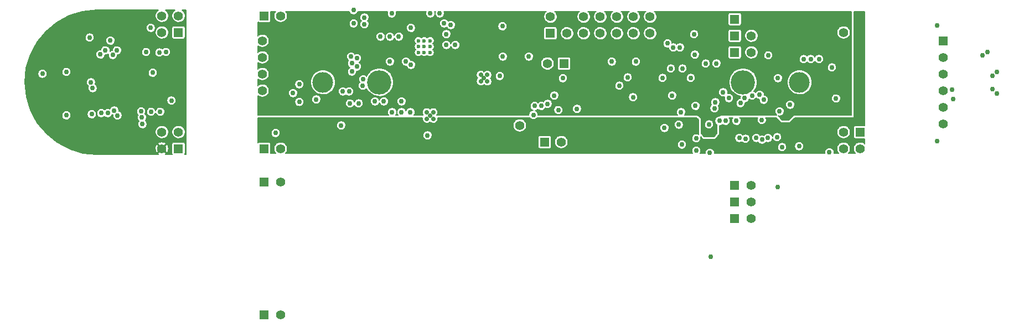
<source format=gbr>
G04 (created by PCBNEW (2013-07-07 BZR 4022)-stable) date 3/1/2014 3:20:10 PM*
%MOIN*%
G04 Gerber Fmt 3.4, Leading zero omitted, Abs format*
%FSLAX34Y34*%
G01*
G70*
G90*
G04 APERTURE LIST*
%ADD10C,0.00590551*%
%ADD11R,0.055X0.055*%
%ADD12C,0.055*%
%ADD13C,0.023622*%
%ADD14C,0.146*%
%ADD15C,0.125*%
%ADD16C,0.029*%
%ADD17C,0.03*%
%ADD18C,0.006*%
G04 APERTURE END LIST*
G54D10*
G54D11*
X31800Y17450D03*
G54D12*
X31800Y18450D03*
X32800Y17450D03*
X32800Y18450D03*
X33800Y17450D03*
X33800Y18450D03*
X34800Y17450D03*
X34800Y18450D03*
X35800Y17450D03*
X35800Y18450D03*
X36800Y17450D03*
X36800Y18450D03*
X37800Y17450D03*
X37800Y18450D03*
G54D11*
X14450Y12000D03*
G54D12*
X14450Y13000D03*
X14450Y14000D03*
X14450Y15000D03*
X14450Y16000D03*
X14450Y17000D03*
G54D11*
X50450Y18500D03*
G54D12*
X49450Y18500D03*
X49450Y17500D03*
X50450Y17500D03*
G54D11*
X50450Y11500D03*
G54D12*
X49450Y11500D03*
X49450Y10500D03*
X50450Y10500D03*
G54D11*
X14550Y18500D03*
G54D12*
X15550Y18500D03*
G54D11*
X14550Y10500D03*
G54D12*
X15550Y10500D03*
G54D11*
X42900Y18300D03*
G54D12*
X43900Y18300D03*
G54D11*
X42900Y17300D03*
G54D12*
X43900Y17300D03*
G54D11*
X42900Y16300D03*
G54D12*
X43900Y16300D03*
G54D11*
X14550Y8500D03*
G54D12*
X15550Y8500D03*
G54D11*
X14550Y500D03*
G54D12*
X15550Y500D03*
G54D11*
X42900Y6300D03*
G54D12*
X43900Y6300D03*
G54D11*
X42900Y7300D03*
G54D12*
X43900Y7300D03*
G54D11*
X42900Y8300D03*
G54D12*
X43900Y8300D03*
G54D13*
X24554Y16295D03*
X24200Y16295D03*
X23845Y16295D03*
X23845Y16650D03*
X24200Y16650D03*
X24554Y16650D03*
X24554Y17004D03*
X24200Y17004D03*
X23845Y17004D03*
G54D14*
X21500Y14500D03*
X43400Y14500D03*
G54D15*
X18100Y14500D03*
X46800Y14500D03*
G54D11*
X29950Y10900D03*
G54D12*
X29950Y11900D03*
X29950Y12900D03*
G54D11*
X31450Y10900D03*
G54D12*
X32450Y10900D03*
G54D16*
X27800Y14750D03*
X27603Y14553D03*
X27603Y14946D03*
X27996Y14946D03*
X27996Y14553D03*
X24550Y12500D03*
X24746Y12696D03*
X24746Y12303D03*
X24353Y12303D03*
X24353Y12696D03*
G54D11*
X9400Y10500D03*
G54D12*
X8400Y10500D03*
X8400Y11500D03*
X9400Y11500D03*
G54D11*
X9400Y17500D03*
G54D12*
X8400Y17500D03*
X8400Y18500D03*
X9400Y18500D03*
G54D11*
X55450Y17000D03*
G54D12*
X55450Y16000D03*
X55450Y15000D03*
X55450Y14000D03*
X55450Y13000D03*
X55450Y12000D03*
G54D11*
X32616Y15628D03*
G54D12*
X31616Y15628D03*
G54D17*
X22000Y11875D03*
X22500Y11870D03*
X23000Y11875D03*
X56050Y13500D03*
X3525Y13575D03*
X6825Y11775D03*
X7200Y16625D03*
X4250Y16750D03*
X40250Y14232D03*
X41450Y4000D03*
X45500Y8182D03*
X41350Y11432D03*
X41250Y13417D03*
X41800Y16167D03*
X45783Y15750D03*
X45932Y12500D03*
X29400Y15417D03*
X22132Y16750D03*
X19300Y12817D03*
X19000Y15250D03*
X15617Y17000D03*
X16032Y15050D03*
X46767Y13150D03*
X26232Y18650D03*
X23400Y18667D03*
X19950Y18450D03*
X21550Y17900D03*
X44400Y13750D03*
X23394Y17775D03*
X7200Y12375D03*
X4225Y14150D03*
X56000Y14050D03*
X47050Y15900D03*
X43500Y13550D03*
X41800Y15632D03*
X25132Y18650D03*
X7225Y11975D03*
X4125Y14500D03*
X47475Y15900D03*
X43250Y13250D03*
X41150Y15632D03*
X24567Y18650D03*
X35490Y15746D03*
X25532Y17400D03*
X39600Y16600D03*
X38850Y16850D03*
X25800Y17950D03*
X49000Y13525D03*
X25400Y18050D03*
X39200Y16600D03*
X47975Y15900D03*
X20600Y18000D03*
X19850Y15150D03*
X19950Y18050D03*
X19800Y16050D03*
X20150Y15450D03*
X16674Y13318D03*
X16674Y14381D03*
X19850Y15650D03*
X42200Y13900D03*
X42550Y13550D03*
X41400Y10250D03*
X30500Y16050D03*
X30850Y13075D03*
X22667Y17250D03*
X39132Y13700D03*
X43175Y11150D03*
X43550Y11100D03*
X19675Y13950D03*
X45450Y11200D03*
X31250Y13075D03*
X44917Y16125D03*
X45750Y10600D03*
X44550Y11050D03*
X44900Y11150D03*
X44650Y13450D03*
X48600Y10275D03*
X46775Y10650D03*
X40450Y17400D03*
X36450Y14800D03*
X35950Y14300D03*
X43950Y13700D03*
X41675Y12925D03*
X43000Y12175D03*
X44525Y12225D03*
X36775Y13600D03*
X40583Y10375D03*
X45600Y12750D03*
X23367Y12700D03*
X24400Y11300D03*
X7450Y16325D03*
X7725Y17775D03*
X8250Y16300D03*
X7850Y15075D03*
X8650Y16325D03*
X8975Y13400D03*
X8300Y12725D03*
X7750Y12725D03*
X5300Y17007D03*
X4700Y16175D03*
X4050Y17200D03*
X5000Y16425D03*
X5450Y16150D03*
X5700Y16425D03*
X5725Y12500D03*
X5525Y12800D03*
X5150Y12650D03*
X1204Y15011D03*
X2650Y15125D03*
X4750Y12650D03*
X2650Y12507D03*
X58125Y16325D03*
X57825Y16125D03*
X58425Y14875D03*
X58700Y15125D03*
X58700Y13825D03*
X58425Y14100D03*
X55075Y17925D03*
X55075Y10950D03*
X4175Y12575D03*
X7150Y12750D03*
X41725Y13300D03*
X44200Y11150D03*
X39750Y15332D03*
X41975Y12175D03*
X42350Y12175D03*
X39050Y15332D03*
X36948Y15746D03*
X28907Y17875D03*
X15250Y11450D03*
X30775Y12533D03*
X39525Y11950D03*
X40583Y11125D03*
X20525Y14675D03*
X46232Y13150D03*
X33395Y12900D03*
X48750Y15400D03*
X41350Y11967D03*
X40533Y13075D03*
X40250Y14767D03*
X40500Y16167D03*
X38550Y14767D03*
X28750Y14882D03*
X28932Y16050D03*
X26067Y16750D03*
X22267Y12700D03*
X22832Y12700D03*
X22832Y13350D03*
X22132Y15750D03*
X22132Y17250D03*
X22250Y18650D03*
X17700Y13467D03*
X19200Y11900D03*
X16300Y13850D03*
X21567Y17250D03*
X20600Y18400D03*
X23100Y15750D03*
X19725Y13225D03*
X21767Y13350D03*
X23400Y15550D03*
X21232Y13350D03*
X25532Y16750D03*
X20150Y15950D03*
X19950Y18850D03*
X39667Y12700D03*
X19300Y13950D03*
X31625Y13200D03*
X45500Y14750D03*
X38667Y11750D03*
X32550Y14750D03*
X20500Y14300D03*
X39717Y10750D03*
X32275Y12825D03*
X32032Y13700D03*
X20250Y13232D03*
G54D10*
G36*
X49920Y12530D02*
X49855Y12530D01*
X49855Y17539D01*
X49839Y17617D01*
X49809Y17691D01*
X49765Y17757D01*
X49709Y17813D01*
X49643Y17857D01*
X49570Y17888D01*
X49492Y17904D01*
X49413Y17905D01*
X49335Y17890D01*
X49261Y17860D01*
X49194Y17817D01*
X49138Y17761D01*
X49093Y17696D01*
X49062Y17623D01*
X49045Y17545D01*
X49044Y17465D01*
X49058Y17387D01*
X49088Y17313D01*
X49131Y17247D01*
X49186Y17190D01*
X49251Y17144D01*
X49324Y17112D01*
X49401Y17095D01*
X49481Y17094D01*
X49559Y17108D01*
X49633Y17136D01*
X49700Y17179D01*
X49758Y17234D01*
X49803Y17298D01*
X49836Y17371D01*
X49853Y17448D01*
X49855Y17539D01*
X49855Y12530D01*
X49280Y12530D01*
X49280Y13552D01*
X49269Y13606D01*
X49248Y13657D01*
X49218Y13702D01*
X49179Y13741D01*
X49133Y13772D01*
X49083Y13793D01*
X49030Y13804D01*
X49030Y15427D01*
X49019Y15481D01*
X48998Y15532D01*
X48968Y15577D01*
X48929Y15616D01*
X48883Y15647D01*
X48833Y15668D01*
X48779Y15679D01*
X48724Y15680D01*
X48670Y15669D01*
X48619Y15649D01*
X48573Y15619D01*
X48534Y15580D01*
X48503Y15535D01*
X48481Y15485D01*
X48470Y15431D01*
X48469Y15376D01*
X48479Y15322D01*
X48499Y15271D01*
X48529Y15225D01*
X48567Y15185D01*
X48612Y15154D01*
X48663Y15132D01*
X48716Y15120D01*
X48771Y15119D01*
X48825Y15129D01*
X48876Y15148D01*
X48923Y15178D01*
X48962Y15216D01*
X48994Y15261D01*
X49016Y15311D01*
X49029Y15364D01*
X49030Y15427D01*
X49030Y13804D01*
X49029Y13804D01*
X48974Y13805D01*
X48920Y13794D01*
X48869Y13774D01*
X48823Y13744D01*
X48784Y13705D01*
X48753Y13660D01*
X48731Y13610D01*
X48720Y13556D01*
X48719Y13501D01*
X48729Y13447D01*
X48749Y13396D01*
X48779Y13350D01*
X48817Y13310D01*
X48862Y13279D01*
X48913Y13257D01*
X48966Y13245D01*
X49021Y13244D01*
X49075Y13254D01*
X49126Y13273D01*
X49173Y13303D01*
X49212Y13341D01*
X49244Y13386D01*
X49266Y13436D01*
X49279Y13489D01*
X49280Y13552D01*
X49280Y12530D01*
X48255Y12530D01*
X48255Y15927D01*
X48244Y15981D01*
X48223Y16032D01*
X48193Y16077D01*
X48154Y16116D01*
X48108Y16147D01*
X48058Y16168D01*
X48004Y16179D01*
X47949Y16180D01*
X47895Y16169D01*
X47844Y16149D01*
X47798Y16119D01*
X47759Y16080D01*
X47728Y16035D01*
X47725Y16027D01*
X47723Y16032D01*
X47693Y16077D01*
X47654Y16116D01*
X47608Y16147D01*
X47558Y16168D01*
X47504Y16179D01*
X47449Y16180D01*
X47395Y16169D01*
X47344Y16149D01*
X47298Y16119D01*
X47262Y16083D01*
X47229Y16116D01*
X47183Y16147D01*
X47133Y16168D01*
X47079Y16179D01*
X47024Y16180D01*
X46970Y16169D01*
X46919Y16149D01*
X46873Y16119D01*
X46834Y16080D01*
X46803Y16035D01*
X46781Y15985D01*
X46770Y15931D01*
X46769Y15876D01*
X46779Y15822D01*
X46799Y15771D01*
X46829Y15725D01*
X46867Y15685D01*
X46912Y15654D01*
X46963Y15632D01*
X47016Y15620D01*
X47071Y15619D01*
X47125Y15629D01*
X47176Y15648D01*
X47223Y15678D01*
X47262Y15716D01*
X47263Y15716D01*
X47292Y15685D01*
X47337Y15654D01*
X47388Y15632D01*
X47441Y15620D01*
X47496Y15619D01*
X47550Y15629D01*
X47601Y15648D01*
X47648Y15678D01*
X47687Y15716D01*
X47719Y15761D01*
X47724Y15771D01*
X47724Y15771D01*
X47754Y15725D01*
X47792Y15685D01*
X47837Y15654D01*
X47888Y15632D01*
X47941Y15620D01*
X47996Y15619D01*
X48050Y15629D01*
X48101Y15648D01*
X48148Y15678D01*
X48187Y15716D01*
X48219Y15761D01*
X48241Y15811D01*
X48254Y15864D01*
X48255Y15927D01*
X48255Y12530D01*
X47555Y12530D01*
X47555Y14574D01*
X47526Y14719D01*
X47469Y14856D01*
X47387Y14979D01*
X47283Y15084D01*
X47160Y15167D01*
X47024Y15224D01*
X46879Y15254D01*
X46731Y15255D01*
X46585Y15227D01*
X46448Y15172D01*
X46324Y15091D01*
X46218Y14987D01*
X46135Y14865D01*
X46076Y14729D01*
X46046Y14584D01*
X46044Y14436D01*
X46070Y14290D01*
X46125Y14153D01*
X46205Y14028D01*
X46308Y13922D01*
X46429Y13837D01*
X46565Y13778D01*
X46710Y13746D01*
X46858Y13743D01*
X47004Y13769D01*
X47142Y13822D01*
X47267Y13902D01*
X47374Y14004D01*
X47459Y14125D01*
X47519Y14260D01*
X47552Y14404D01*
X47555Y14574D01*
X47555Y12530D01*
X46512Y12530D01*
X46512Y13177D01*
X46501Y13231D01*
X46480Y13282D01*
X46450Y13327D01*
X46411Y13366D01*
X46366Y13397D01*
X46315Y13418D01*
X46261Y13429D01*
X46207Y13430D01*
X46153Y13419D01*
X46102Y13399D01*
X46056Y13369D01*
X46016Y13330D01*
X45985Y13285D01*
X45964Y13235D01*
X45952Y13181D01*
X45952Y13126D01*
X45962Y13072D01*
X45982Y13021D01*
X46012Y12975D01*
X46050Y12935D01*
X46095Y12904D01*
X46145Y12882D01*
X46199Y12870D01*
X46254Y12869D01*
X46308Y12879D01*
X46359Y12898D01*
X46405Y12928D01*
X46445Y12966D01*
X46477Y13011D01*
X46499Y13061D01*
X46511Y13114D01*
X46512Y13177D01*
X46512Y12530D01*
X46437Y12530D01*
X46137Y12230D01*
X45762Y12230D01*
X45507Y12484D01*
X45513Y12482D01*
X45566Y12470D01*
X45621Y12469D01*
X45675Y12479D01*
X45726Y12498D01*
X45773Y12528D01*
X45812Y12566D01*
X45844Y12611D01*
X45866Y12661D01*
X45879Y12714D01*
X45880Y12777D01*
X45869Y12831D01*
X45848Y12882D01*
X45818Y12927D01*
X45780Y12966D01*
X45780Y14777D01*
X45769Y14831D01*
X45748Y14882D01*
X45718Y14927D01*
X45679Y14966D01*
X45633Y14997D01*
X45583Y15018D01*
X45529Y15029D01*
X45474Y15030D01*
X45420Y15019D01*
X45369Y14999D01*
X45323Y14969D01*
X45284Y14930D01*
X45253Y14885D01*
X45231Y14835D01*
X45220Y14781D01*
X45219Y14726D01*
X45229Y14672D01*
X45249Y14621D01*
X45279Y14575D01*
X45317Y14535D01*
X45362Y14504D01*
X45413Y14482D01*
X45466Y14470D01*
X45521Y14469D01*
X45575Y14479D01*
X45626Y14498D01*
X45673Y14528D01*
X45712Y14566D01*
X45744Y14611D01*
X45766Y14661D01*
X45779Y14714D01*
X45780Y14777D01*
X45780Y12966D01*
X45779Y12966D01*
X45733Y12997D01*
X45683Y13018D01*
X45629Y13029D01*
X45574Y13030D01*
X45520Y13019D01*
X45469Y12999D01*
X45423Y12969D01*
X45384Y12930D01*
X45353Y12885D01*
X45331Y12835D01*
X45320Y12781D01*
X45319Y12726D01*
X45329Y12672D01*
X45349Y12621D01*
X45379Y12575D01*
X45417Y12535D01*
X45425Y12530D01*
X45197Y12530D01*
X45197Y16152D01*
X45186Y16206D01*
X45165Y16257D01*
X45135Y16302D01*
X45096Y16341D01*
X45050Y16372D01*
X45000Y16393D01*
X44946Y16404D01*
X44891Y16405D01*
X44837Y16394D01*
X44786Y16374D01*
X44740Y16344D01*
X44701Y16305D01*
X44670Y16260D01*
X44648Y16210D01*
X44637Y16156D01*
X44636Y16101D01*
X44646Y16047D01*
X44666Y15996D01*
X44696Y15950D01*
X44734Y15910D01*
X44779Y15879D01*
X44830Y15857D01*
X44883Y15845D01*
X44938Y15844D01*
X44992Y15854D01*
X45043Y15873D01*
X45090Y15903D01*
X45129Y15941D01*
X45161Y15986D01*
X45183Y16036D01*
X45196Y16089D01*
X45197Y16152D01*
X45197Y12530D01*
X44930Y12530D01*
X44930Y13477D01*
X44919Y13531D01*
X44898Y13582D01*
X44868Y13627D01*
X44829Y13666D01*
X44783Y13697D01*
X44733Y13718D01*
X44679Y13729D01*
X44679Y13729D01*
X44680Y13777D01*
X44669Y13831D01*
X44648Y13882D01*
X44618Y13927D01*
X44579Y13966D01*
X44533Y13997D01*
X44483Y14018D01*
X44429Y14029D01*
X44374Y14030D01*
X44320Y14019D01*
X44305Y14013D01*
X44305Y16339D01*
X44305Y17339D01*
X44289Y17417D01*
X44259Y17491D01*
X44215Y17557D01*
X44159Y17613D01*
X44093Y17657D01*
X44020Y17688D01*
X43942Y17704D01*
X43863Y17705D01*
X43785Y17690D01*
X43711Y17660D01*
X43644Y17617D01*
X43588Y17561D01*
X43543Y17496D01*
X43512Y17423D01*
X43495Y17345D01*
X43494Y17265D01*
X43508Y17187D01*
X43538Y17113D01*
X43581Y17047D01*
X43636Y16990D01*
X43701Y16944D01*
X43774Y16912D01*
X43851Y16895D01*
X43931Y16894D01*
X44009Y16908D01*
X44083Y16936D01*
X44150Y16979D01*
X44208Y17034D01*
X44253Y17098D01*
X44286Y17171D01*
X44303Y17248D01*
X44305Y17339D01*
X44305Y16339D01*
X44289Y16417D01*
X44259Y16491D01*
X44215Y16557D01*
X44159Y16613D01*
X44093Y16657D01*
X44020Y16688D01*
X43942Y16704D01*
X43863Y16705D01*
X43785Y16690D01*
X43711Y16660D01*
X43644Y16617D01*
X43588Y16561D01*
X43543Y16496D01*
X43512Y16423D01*
X43495Y16345D01*
X43494Y16265D01*
X43508Y16187D01*
X43538Y16113D01*
X43581Y16047D01*
X43636Y15990D01*
X43701Y15944D01*
X43774Y15912D01*
X43851Y15895D01*
X43931Y15894D01*
X44009Y15908D01*
X44083Y15936D01*
X44150Y15979D01*
X44208Y16034D01*
X44253Y16098D01*
X44286Y16171D01*
X44303Y16248D01*
X44305Y16339D01*
X44305Y14013D01*
X44269Y13999D01*
X44223Y13969D01*
X44184Y13930D01*
X44156Y13889D01*
X44129Y13916D01*
X44083Y13947D01*
X44067Y13954D01*
X44151Y14073D01*
X44219Y14227D01*
X44257Y14391D01*
X44260Y14584D01*
X44227Y14749D01*
X44163Y14905D01*
X44069Y15046D01*
X43950Y15165D01*
X43811Y15260D01*
X43655Y15325D01*
X43490Y15359D01*
X43321Y15360D01*
X43305Y15357D01*
X43305Y16036D01*
X43305Y17036D01*
X43305Y18036D01*
X43305Y18587D01*
X43300Y18612D01*
X43290Y18636D01*
X43276Y18657D01*
X43258Y18675D01*
X43237Y18689D01*
X43213Y18699D01*
X43188Y18704D01*
X43163Y18705D01*
X42612Y18705D01*
X42587Y18700D01*
X42563Y18690D01*
X42542Y18676D01*
X42524Y18658D01*
X42510Y18637D01*
X42500Y18613D01*
X42495Y18588D01*
X42494Y18563D01*
X42494Y18012D01*
X42499Y17987D01*
X42509Y17963D01*
X42523Y17942D01*
X42541Y17924D01*
X42562Y17910D01*
X42586Y17900D01*
X42611Y17895D01*
X42636Y17894D01*
X43187Y17894D01*
X43212Y17899D01*
X43236Y17909D01*
X43257Y17923D01*
X43275Y17941D01*
X43289Y17962D01*
X43299Y17986D01*
X43304Y18011D01*
X43305Y18036D01*
X43305Y17036D01*
X43305Y17587D01*
X43300Y17612D01*
X43290Y17636D01*
X43276Y17657D01*
X43258Y17675D01*
X43237Y17689D01*
X43213Y17699D01*
X43188Y17704D01*
X43163Y17705D01*
X42612Y17705D01*
X42587Y17700D01*
X42563Y17690D01*
X42542Y17676D01*
X42524Y17658D01*
X42510Y17637D01*
X42500Y17613D01*
X42495Y17588D01*
X42494Y17563D01*
X42494Y17012D01*
X42499Y16987D01*
X42509Y16963D01*
X42523Y16942D01*
X42541Y16924D01*
X42562Y16910D01*
X42586Y16900D01*
X42611Y16895D01*
X42636Y16894D01*
X43187Y16894D01*
X43212Y16899D01*
X43236Y16909D01*
X43257Y16923D01*
X43275Y16941D01*
X43289Y16962D01*
X43299Y16986D01*
X43304Y17011D01*
X43305Y17036D01*
X43305Y16036D01*
X43305Y16587D01*
X43300Y16612D01*
X43290Y16636D01*
X43276Y16657D01*
X43258Y16675D01*
X43237Y16689D01*
X43213Y16699D01*
X43188Y16704D01*
X43163Y16705D01*
X42612Y16705D01*
X42587Y16700D01*
X42563Y16690D01*
X42542Y16676D01*
X42524Y16658D01*
X42510Y16637D01*
X42500Y16613D01*
X42495Y16588D01*
X42494Y16563D01*
X42494Y16012D01*
X42499Y15987D01*
X42509Y15963D01*
X42523Y15942D01*
X42541Y15924D01*
X42562Y15910D01*
X42586Y15900D01*
X42611Y15895D01*
X42636Y15894D01*
X43187Y15894D01*
X43212Y15899D01*
X43236Y15909D01*
X43257Y15923D01*
X43275Y15941D01*
X43289Y15962D01*
X43299Y15986D01*
X43304Y16011D01*
X43305Y16036D01*
X43305Y15357D01*
X43156Y15329D01*
X42999Y15265D01*
X42858Y15173D01*
X42738Y15055D01*
X42642Y14916D01*
X42576Y14761D01*
X42541Y14596D01*
X42538Y14427D01*
X42569Y14261D01*
X42631Y14104D01*
X42722Y13963D01*
X42839Y13841D01*
X42978Y13745D01*
X43132Y13678D01*
X43240Y13654D01*
X43231Y13635D01*
X43220Y13581D01*
X43219Y13529D01*
X43170Y13519D01*
X43119Y13499D01*
X43073Y13469D01*
X43034Y13430D01*
X43003Y13385D01*
X42981Y13335D01*
X42970Y13281D01*
X42969Y13226D01*
X42979Y13172D01*
X42999Y13121D01*
X43029Y13075D01*
X43067Y13035D01*
X43112Y13004D01*
X43163Y12982D01*
X43216Y12970D01*
X43271Y12969D01*
X43325Y12979D01*
X43376Y12998D01*
X43423Y13028D01*
X43462Y13066D01*
X43494Y13111D01*
X43516Y13161D01*
X43529Y13214D01*
X43529Y13270D01*
X43575Y13279D01*
X43626Y13298D01*
X43673Y13328D01*
X43712Y13366D01*
X43744Y13411D01*
X43766Y13461D01*
X43771Y13482D01*
X43812Y13454D01*
X43863Y13432D01*
X43916Y13420D01*
X43971Y13419D01*
X44025Y13429D01*
X44076Y13448D01*
X44123Y13478D01*
X44162Y13516D01*
X44194Y13560D01*
X44217Y13535D01*
X44262Y13504D01*
X44313Y13482D01*
X44366Y13470D01*
X44370Y13470D01*
X44369Y13426D01*
X44379Y13372D01*
X44399Y13321D01*
X44429Y13275D01*
X44467Y13235D01*
X44512Y13204D01*
X44563Y13182D01*
X44616Y13170D01*
X44671Y13169D01*
X44725Y13179D01*
X44776Y13198D01*
X44823Y13228D01*
X44862Y13266D01*
X44894Y13311D01*
X44916Y13361D01*
X44929Y13414D01*
X44930Y13477D01*
X44930Y12530D01*
X42830Y12530D01*
X42830Y13577D01*
X42819Y13631D01*
X42798Y13682D01*
X42768Y13727D01*
X42729Y13766D01*
X42683Y13797D01*
X42633Y13818D01*
X42579Y13829D01*
X42524Y13830D01*
X42470Y13819D01*
X42468Y13819D01*
X42479Y13864D01*
X42480Y13927D01*
X42469Y13981D01*
X42448Y14032D01*
X42418Y14077D01*
X42379Y14116D01*
X42333Y14147D01*
X42283Y14168D01*
X42229Y14179D01*
X42174Y14180D01*
X42120Y14169D01*
X42080Y14153D01*
X42080Y15659D01*
X42069Y15713D01*
X42048Y15764D01*
X42018Y15810D01*
X41979Y15849D01*
X41933Y15879D01*
X41883Y15901D01*
X41829Y15912D01*
X41774Y15912D01*
X41720Y15902D01*
X41669Y15881D01*
X41623Y15851D01*
X41584Y15813D01*
X41553Y15768D01*
X41531Y15717D01*
X41520Y15663D01*
X41519Y15608D01*
X41529Y15554D01*
X41549Y15503D01*
X41579Y15457D01*
X41617Y15418D01*
X41662Y15386D01*
X41713Y15364D01*
X41766Y15353D01*
X41821Y15351D01*
X41875Y15361D01*
X41926Y15381D01*
X41973Y15410D01*
X42012Y15448D01*
X42044Y15493D01*
X42066Y15543D01*
X42079Y15597D01*
X42080Y15659D01*
X42080Y14153D01*
X42069Y14149D01*
X42023Y14119D01*
X41984Y14080D01*
X41953Y14035D01*
X41931Y13985D01*
X41920Y13931D01*
X41919Y13876D01*
X41929Y13822D01*
X41949Y13771D01*
X41979Y13725D01*
X42017Y13685D01*
X42062Y13654D01*
X42113Y13632D01*
X42166Y13620D01*
X42221Y13619D01*
X42275Y13629D01*
X42280Y13631D01*
X42270Y13581D01*
X42269Y13526D01*
X42279Y13472D01*
X42299Y13421D01*
X42329Y13375D01*
X42367Y13335D01*
X42412Y13304D01*
X42463Y13282D01*
X42516Y13270D01*
X42571Y13269D01*
X42625Y13279D01*
X42676Y13298D01*
X42723Y13328D01*
X42762Y13366D01*
X42794Y13411D01*
X42816Y13461D01*
X42829Y13514D01*
X42830Y13577D01*
X42830Y12530D01*
X42037Y12530D01*
X42005Y12497D01*
X42005Y13327D01*
X41994Y13381D01*
X41973Y13432D01*
X41943Y13477D01*
X41904Y13516D01*
X41858Y13547D01*
X41808Y13568D01*
X41754Y13579D01*
X41699Y13580D01*
X41645Y13569D01*
X41594Y13549D01*
X41548Y13519D01*
X41509Y13480D01*
X41478Y13435D01*
X41456Y13385D01*
X41445Y13331D01*
X41444Y13276D01*
X41454Y13222D01*
X41474Y13171D01*
X41494Y13140D01*
X41459Y13105D01*
X41430Y13062D01*
X41430Y15659D01*
X41419Y15713D01*
X41398Y15764D01*
X41368Y15810D01*
X41329Y15849D01*
X41283Y15879D01*
X41233Y15901D01*
X41179Y15912D01*
X41124Y15912D01*
X41070Y15902D01*
X41019Y15881D01*
X40973Y15851D01*
X40934Y15813D01*
X40903Y15768D01*
X40881Y15717D01*
X40870Y15663D01*
X40869Y15608D01*
X40879Y15554D01*
X40899Y15503D01*
X40929Y15457D01*
X40967Y15418D01*
X41012Y15386D01*
X41063Y15364D01*
X41116Y15353D01*
X41171Y15351D01*
X41225Y15361D01*
X41276Y15381D01*
X41323Y15410D01*
X41362Y15448D01*
X41394Y15493D01*
X41416Y15543D01*
X41429Y15597D01*
X41430Y15659D01*
X41430Y13062D01*
X41428Y13060D01*
X41406Y13010D01*
X41395Y12956D01*
X41394Y12901D01*
X41404Y12847D01*
X41424Y12796D01*
X41454Y12750D01*
X41492Y12710D01*
X41537Y12679D01*
X41588Y12657D01*
X41641Y12645D01*
X41696Y12644D01*
X41750Y12654D01*
X41801Y12673D01*
X41848Y12703D01*
X41887Y12741D01*
X41919Y12786D01*
X41941Y12836D01*
X41954Y12889D01*
X41955Y12952D01*
X41944Y13006D01*
X41923Y13057D01*
X41905Y13084D01*
X41937Y13116D01*
X41969Y13161D01*
X41991Y13211D01*
X42004Y13264D01*
X42005Y13327D01*
X42005Y12497D01*
X41962Y12455D01*
X41949Y12455D01*
X41895Y12444D01*
X41844Y12424D01*
X41798Y12394D01*
X41759Y12355D01*
X41728Y12310D01*
X41706Y12260D01*
X41695Y12206D01*
X41694Y12151D01*
X41704Y12097D01*
X41724Y12046D01*
X41754Y12000D01*
X41792Y11960D01*
X41820Y11941D01*
X41820Y11412D01*
X41637Y11230D01*
X41630Y11230D01*
X41630Y11994D01*
X41619Y12048D01*
X41598Y12099D01*
X41568Y12145D01*
X41529Y12184D01*
X41483Y12214D01*
X41433Y12236D01*
X41379Y12247D01*
X41324Y12247D01*
X41270Y12237D01*
X41219Y12216D01*
X41173Y12186D01*
X41134Y12148D01*
X41103Y12103D01*
X41081Y12052D01*
X41070Y11998D01*
X41069Y11943D01*
X41079Y11889D01*
X41099Y11838D01*
X41129Y11792D01*
X41167Y11753D01*
X41212Y11721D01*
X41263Y11699D01*
X41316Y11688D01*
X41371Y11686D01*
X41425Y11696D01*
X41476Y11716D01*
X41523Y11745D01*
X41562Y11783D01*
X41594Y11828D01*
X41616Y11878D01*
X41629Y11932D01*
X41630Y11994D01*
X41630Y11230D01*
X41062Y11230D01*
X40880Y11412D01*
X40880Y12312D01*
X40813Y12379D01*
X40813Y13102D01*
X40802Y13156D01*
X40781Y13207D01*
X40780Y13209D01*
X40780Y16194D01*
X40769Y16248D01*
X40748Y16299D01*
X40730Y16327D01*
X40730Y17427D01*
X40719Y17481D01*
X40698Y17532D01*
X40668Y17577D01*
X40629Y17616D01*
X40583Y17647D01*
X40533Y17668D01*
X40479Y17679D01*
X40424Y17680D01*
X40370Y17669D01*
X40319Y17649D01*
X40273Y17619D01*
X40234Y17580D01*
X40203Y17535D01*
X40181Y17485D01*
X40170Y17431D01*
X40169Y17376D01*
X40179Y17322D01*
X40199Y17271D01*
X40229Y17225D01*
X40267Y17185D01*
X40312Y17154D01*
X40363Y17132D01*
X40416Y17120D01*
X40471Y17119D01*
X40525Y17129D01*
X40576Y17148D01*
X40623Y17178D01*
X40662Y17216D01*
X40694Y17261D01*
X40716Y17311D01*
X40729Y17364D01*
X40730Y17427D01*
X40730Y16327D01*
X40718Y16345D01*
X40679Y16384D01*
X40633Y16414D01*
X40583Y16436D01*
X40529Y16447D01*
X40474Y16447D01*
X40420Y16437D01*
X40369Y16416D01*
X40323Y16386D01*
X40284Y16348D01*
X40253Y16303D01*
X40231Y16252D01*
X40220Y16198D01*
X40219Y16143D01*
X40229Y16089D01*
X40249Y16038D01*
X40279Y15992D01*
X40317Y15953D01*
X40362Y15921D01*
X40413Y15899D01*
X40466Y15888D01*
X40521Y15886D01*
X40575Y15896D01*
X40626Y15916D01*
X40673Y15945D01*
X40712Y15983D01*
X40744Y16028D01*
X40766Y16078D01*
X40779Y16132D01*
X40780Y16194D01*
X40780Y13209D01*
X40751Y13252D01*
X40712Y13291D01*
X40666Y13322D01*
X40616Y13343D01*
X40562Y13354D01*
X40530Y13355D01*
X40530Y14794D01*
X40519Y14848D01*
X40498Y14899D01*
X40468Y14945D01*
X40429Y14984D01*
X40383Y15014D01*
X40333Y15036D01*
X40279Y15047D01*
X40224Y15047D01*
X40170Y15037D01*
X40119Y15016D01*
X40073Y14986D01*
X40034Y14948D01*
X40030Y14941D01*
X40030Y15359D01*
X40019Y15413D01*
X39998Y15464D01*
X39968Y15510D01*
X39929Y15549D01*
X39883Y15579D01*
X39880Y15581D01*
X39880Y16627D01*
X39869Y16681D01*
X39848Y16732D01*
X39818Y16777D01*
X39779Y16816D01*
X39733Y16847D01*
X39683Y16868D01*
X39629Y16879D01*
X39574Y16880D01*
X39520Y16869D01*
X39469Y16849D01*
X39423Y16819D01*
X39399Y16796D01*
X39379Y16816D01*
X39333Y16847D01*
X39283Y16868D01*
X39229Y16879D01*
X39174Y16880D01*
X39129Y16871D01*
X39130Y16877D01*
X39119Y16931D01*
X39098Y16982D01*
X39068Y17027D01*
X39029Y17066D01*
X38983Y17097D01*
X38933Y17118D01*
X38879Y17129D01*
X38824Y17130D01*
X38770Y17119D01*
X38719Y17099D01*
X38673Y17069D01*
X38634Y17030D01*
X38603Y16985D01*
X38581Y16935D01*
X38570Y16881D01*
X38569Y16826D01*
X38579Y16772D01*
X38599Y16721D01*
X38629Y16675D01*
X38667Y16635D01*
X38712Y16604D01*
X38763Y16582D01*
X38816Y16570D01*
X38871Y16569D01*
X38919Y16577D01*
X38919Y16576D01*
X38929Y16522D01*
X38949Y16471D01*
X38979Y16425D01*
X39017Y16385D01*
X39062Y16354D01*
X39113Y16332D01*
X39166Y16320D01*
X39221Y16319D01*
X39275Y16329D01*
X39326Y16348D01*
X39373Y16378D01*
X39400Y16403D01*
X39417Y16385D01*
X39462Y16354D01*
X39513Y16332D01*
X39566Y16320D01*
X39621Y16319D01*
X39675Y16329D01*
X39726Y16348D01*
X39773Y16378D01*
X39812Y16416D01*
X39844Y16461D01*
X39866Y16511D01*
X39879Y16564D01*
X39880Y16627D01*
X39880Y15581D01*
X39833Y15601D01*
X39779Y15612D01*
X39724Y15612D01*
X39670Y15602D01*
X39619Y15581D01*
X39573Y15551D01*
X39534Y15513D01*
X39503Y15468D01*
X39481Y15417D01*
X39470Y15363D01*
X39469Y15308D01*
X39479Y15254D01*
X39499Y15203D01*
X39529Y15157D01*
X39567Y15118D01*
X39612Y15086D01*
X39663Y15064D01*
X39716Y15053D01*
X39771Y15051D01*
X39825Y15061D01*
X39876Y15081D01*
X39923Y15110D01*
X39962Y15148D01*
X39994Y15193D01*
X40016Y15243D01*
X40029Y15297D01*
X40030Y15359D01*
X40030Y14941D01*
X40003Y14903D01*
X39981Y14852D01*
X39970Y14798D01*
X39969Y14743D01*
X39979Y14689D01*
X39999Y14638D01*
X40029Y14592D01*
X40067Y14553D01*
X40112Y14521D01*
X40163Y14499D01*
X40216Y14488D01*
X40271Y14486D01*
X40325Y14496D01*
X40376Y14516D01*
X40423Y14545D01*
X40462Y14583D01*
X40494Y14628D01*
X40516Y14678D01*
X40529Y14732D01*
X40530Y14794D01*
X40530Y13355D01*
X40507Y13355D01*
X40453Y13344D01*
X40402Y13324D01*
X40356Y13294D01*
X40317Y13255D01*
X40286Y13210D01*
X40264Y13160D01*
X40253Y13106D01*
X40252Y13051D01*
X40262Y12997D01*
X40282Y12946D01*
X40312Y12900D01*
X40350Y12860D01*
X40395Y12829D01*
X40446Y12807D01*
X40499Y12795D01*
X40554Y12794D01*
X40608Y12804D01*
X40659Y12823D01*
X40706Y12853D01*
X40745Y12891D01*
X40777Y12936D01*
X40799Y12986D01*
X40812Y13039D01*
X40813Y13102D01*
X40813Y12379D01*
X40662Y12530D01*
X39889Y12530D01*
X39911Y12561D01*
X39933Y12611D01*
X39946Y12664D01*
X39947Y12727D01*
X39936Y12781D01*
X39915Y12832D01*
X39885Y12877D01*
X39846Y12916D01*
X39800Y12947D01*
X39750Y12968D01*
X39696Y12979D01*
X39641Y12980D01*
X39587Y12969D01*
X39536Y12949D01*
X39490Y12919D01*
X39451Y12880D01*
X39420Y12835D01*
X39412Y12817D01*
X39412Y13727D01*
X39401Y13781D01*
X39380Y13832D01*
X39350Y13877D01*
X39330Y13898D01*
X39330Y15359D01*
X39319Y15413D01*
X39298Y15464D01*
X39268Y15510D01*
X39229Y15549D01*
X39183Y15579D01*
X39133Y15601D01*
X39079Y15612D01*
X39024Y15612D01*
X38970Y15602D01*
X38919Y15581D01*
X38873Y15551D01*
X38834Y15513D01*
X38803Y15468D01*
X38781Y15417D01*
X38770Y15363D01*
X38769Y15308D01*
X38779Y15254D01*
X38799Y15203D01*
X38829Y15157D01*
X38867Y15118D01*
X38912Y15086D01*
X38963Y15064D01*
X39016Y15053D01*
X39071Y15051D01*
X39125Y15061D01*
X39176Y15081D01*
X39223Y15110D01*
X39262Y15148D01*
X39294Y15193D01*
X39316Y15243D01*
X39329Y15297D01*
X39330Y15359D01*
X39330Y13898D01*
X39311Y13916D01*
X39266Y13947D01*
X39215Y13968D01*
X39161Y13979D01*
X39107Y13980D01*
X39053Y13969D01*
X39002Y13949D01*
X38956Y13919D01*
X38916Y13880D01*
X38885Y13835D01*
X38864Y13785D01*
X38852Y13731D01*
X38852Y13676D01*
X38862Y13622D01*
X38882Y13571D01*
X38912Y13525D01*
X38950Y13485D01*
X38995Y13454D01*
X39045Y13432D01*
X39099Y13420D01*
X39154Y13419D01*
X39208Y13429D01*
X39259Y13448D01*
X39305Y13478D01*
X39345Y13516D01*
X39377Y13561D01*
X39399Y13611D01*
X39411Y13664D01*
X39412Y13727D01*
X39412Y12817D01*
X39398Y12785D01*
X39387Y12731D01*
X39386Y12676D01*
X39396Y12622D01*
X39416Y12571D01*
X39443Y12530D01*
X38830Y12530D01*
X38830Y14794D01*
X38819Y14848D01*
X38798Y14899D01*
X38768Y14945D01*
X38729Y14984D01*
X38683Y15014D01*
X38633Y15036D01*
X38579Y15047D01*
X38524Y15047D01*
X38470Y15037D01*
X38419Y15016D01*
X38373Y14986D01*
X38334Y14948D01*
X38303Y14903D01*
X38281Y14852D01*
X38270Y14798D01*
X38269Y14743D01*
X38279Y14689D01*
X38299Y14638D01*
X38329Y14592D01*
X38367Y14553D01*
X38412Y14521D01*
X38463Y14499D01*
X38516Y14488D01*
X38571Y14486D01*
X38625Y14496D01*
X38676Y14516D01*
X38723Y14545D01*
X38762Y14583D01*
X38794Y14628D01*
X38816Y14678D01*
X38829Y14732D01*
X38830Y14794D01*
X38830Y12530D01*
X38205Y12530D01*
X38205Y17489D01*
X38189Y17567D01*
X38159Y17641D01*
X38115Y17707D01*
X38059Y17763D01*
X37993Y17807D01*
X37920Y17838D01*
X37842Y17854D01*
X37763Y17855D01*
X37685Y17840D01*
X37611Y17810D01*
X37544Y17767D01*
X37488Y17711D01*
X37443Y17646D01*
X37412Y17573D01*
X37395Y17495D01*
X37394Y17415D01*
X37408Y17337D01*
X37438Y17263D01*
X37481Y17197D01*
X37536Y17140D01*
X37601Y17094D01*
X37674Y17062D01*
X37751Y17045D01*
X37831Y17044D01*
X37909Y17058D01*
X37983Y17086D01*
X38050Y17129D01*
X38108Y17184D01*
X38153Y17248D01*
X38186Y17321D01*
X38203Y17398D01*
X38205Y17489D01*
X38205Y12530D01*
X37228Y12530D01*
X37228Y15773D01*
X37218Y15827D01*
X37205Y15859D01*
X37205Y17489D01*
X37189Y17567D01*
X37159Y17641D01*
X37115Y17707D01*
X37059Y17763D01*
X36993Y17807D01*
X36920Y17838D01*
X36842Y17854D01*
X36763Y17855D01*
X36685Y17840D01*
X36611Y17810D01*
X36544Y17767D01*
X36488Y17711D01*
X36443Y17646D01*
X36412Y17573D01*
X36395Y17495D01*
X36394Y17415D01*
X36408Y17337D01*
X36438Y17263D01*
X36481Y17197D01*
X36536Y17140D01*
X36601Y17094D01*
X36674Y17062D01*
X36751Y17045D01*
X36831Y17044D01*
X36909Y17058D01*
X36983Y17086D01*
X37050Y17129D01*
X37108Y17184D01*
X37153Y17248D01*
X37186Y17321D01*
X37203Y17398D01*
X37205Y17489D01*
X37205Y15859D01*
X37197Y15878D01*
X37166Y15924D01*
X37128Y15963D01*
X37082Y15993D01*
X37032Y16015D01*
X36978Y16026D01*
X36923Y16026D01*
X36869Y16016D01*
X36818Y15995D01*
X36772Y15965D01*
X36733Y15927D01*
X36702Y15882D01*
X36680Y15831D01*
X36669Y15777D01*
X36668Y15722D01*
X36678Y15668D01*
X36698Y15617D01*
X36728Y15571D01*
X36766Y15532D01*
X36811Y15500D01*
X36861Y15478D01*
X36915Y15467D01*
X36970Y15465D01*
X37024Y15475D01*
X37075Y15495D01*
X37122Y15524D01*
X37161Y15562D01*
X37193Y15607D01*
X37215Y15657D01*
X37227Y15711D01*
X37228Y15773D01*
X37228Y12530D01*
X37055Y12530D01*
X37055Y13627D01*
X37044Y13681D01*
X37023Y13732D01*
X36993Y13777D01*
X36954Y13816D01*
X36908Y13847D01*
X36858Y13868D01*
X36804Y13879D01*
X36749Y13880D01*
X36730Y13876D01*
X36730Y14827D01*
X36719Y14881D01*
X36698Y14932D01*
X36668Y14977D01*
X36629Y15016D01*
X36583Y15047D01*
X36533Y15068D01*
X36479Y15079D01*
X36424Y15080D01*
X36370Y15069D01*
X36319Y15049D01*
X36273Y15019D01*
X36234Y14980D01*
X36205Y14937D01*
X36205Y17489D01*
X36189Y17567D01*
X36159Y17641D01*
X36115Y17707D01*
X36059Y17763D01*
X35993Y17807D01*
X35920Y17838D01*
X35842Y17854D01*
X35763Y17855D01*
X35685Y17840D01*
X35611Y17810D01*
X35544Y17767D01*
X35488Y17711D01*
X35443Y17646D01*
X35412Y17573D01*
X35395Y17495D01*
X35394Y17415D01*
X35408Y17337D01*
X35438Y17263D01*
X35481Y17197D01*
X35536Y17140D01*
X35601Y17094D01*
X35674Y17062D01*
X35751Y17045D01*
X35831Y17044D01*
X35909Y17058D01*
X35983Y17086D01*
X36050Y17129D01*
X36108Y17184D01*
X36153Y17248D01*
X36186Y17321D01*
X36203Y17398D01*
X36205Y17489D01*
X36205Y14937D01*
X36203Y14935D01*
X36181Y14885D01*
X36170Y14831D01*
X36169Y14776D01*
X36179Y14722D01*
X36199Y14671D01*
X36229Y14625D01*
X36267Y14585D01*
X36312Y14554D01*
X36363Y14532D01*
X36416Y14520D01*
X36471Y14519D01*
X36525Y14529D01*
X36576Y14548D01*
X36623Y14578D01*
X36662Y14616D01*
X36694Y14661D01*
X36716Y14711D01*
X36729Y14764D01*
X36730Y14827D01*
X36730Y13876D01*
X36695Y13869D01*
X36644Y13849D01*
X36598Y13819D01*
X36559Y13780D01*
X36528Y13735D01*
X36506Y13685D01*
X36495Y13631D01*
X36494Y13576D01*
X36504Y13522D01*
X36524Y13471D01*
X36554Y13425D01*
X36592Y13385D01*
X36637Y13354D01*
X36688Y13332D01*
X36741Y13320D01*
X36796Y13319D01*
X36850Y13329D01*
X36901Y13348D01*
X36948Y13378D01*
X36987Y13416D01*
X37019Y13461D01*
X37041Y13511D01*
X37054Y13564D01*
X37055Y13627D01*
X37055Y12530D01*
X36230Y12530D01*
X36230Y14327D01*
X36219Y14381D01*
X36198Y14432D01*
X36168Y14477D01*
X36129Y14516D01*
X36083Y14547D01*
X36033Y14568D01*
X35979Y14579D01*
X35924Y14580D01*
X35870Y14569D01*
X35819Y14549D01*
X35773Y14519D01*
X35770Y14515D01*
X35770Y15773D01*
X35759Y15827D01*
X35738Y15878D01*
X35708Y15924D01*
X35669Y15963D01*
X35623Y15993D01*
X35573Y16015D01*
X35519Y16026D01*
X35464Y16026D01*
X35410Y16016D01*
X35359Y15995D01*
X35313Y15965D01*
X35274Y15927D01*
X35243Y15882D01*
X35221Y15831D01*
X35210Y15777D01*
X35209Y15722D01*
X35219Y15668D01*
X35239Y15617D01*
X35269Y15571D01*
X35307Y15532D01*
X35352Y15500D01*
X35403Y15478D01*
X35456Y15467D01*
X35511Y15465D01*
X35565Y15475D01*
X35617Y15495D01*
X35663Y15524D01*
X35703Y15562D01*
X35734Y15607D01*
X35757Y15657D01*
X35769Y15711D01*
X35770Y15773D01*
X35770Y14515D01*
X35734Y14480D01*
X35703Y14435D01*
X35681Y14385D01*
X35670Y14331D01*
X35669Y14276D01*
X35679Y14222D01*
X35699Y14171D01*
X35729Y14125D01*
X35767Y14085D01*
X35812Y14054D01*
X35863Y14032D01*
X35916Y14020D01*
X35971Y14019D01*
X36025Y14029D01*
X36076Y14048D01*
X36123Y14078D01*
X36162Y14116D01*
X36194Y14161D01*
X36216Y14211D01*
X36229Y14264D01*
X36230Y14327D01*
X36230Y12530D01*
X35205Y12530D01*
X35205Y17489D01*
X35189Y17567D01*
X35159Y17641D01*
X35115Y17707D01*
X35059Y17763D01*
X34993Y17807D01*
X34920Y17838D01*
X34842Y17854D01*
X34763Y17855D01*
X34685Y17840D01*
X34611Y17810D01*
X34544Y17767D01*
X34488Y17711D01*
X34443Y17646D01*
X34412Y17573D01*
X34395Y17495D01*
X34394Y17415D01*
X34408Y17337D01*
X34438Y17263D01*
X34481Y17197D01*
X34536Y17140D01*
X34601Y17094D01*
X34674Y17062D01*
X34751Y17045D01*
X34831Y17044D01*
X34909Y17058D01*
X34983Y17086D01*
X35050Y17129D01*
X35108Y17184D01*
X35153Y17248D01*
X35186Y17321D01*
X35203Y17398D01*
X35205Y17489D01*
X35205Y12530D01*
X34205Y12530D01*
X34205Y17489D01*
X34189Y17567D01*
X34159Y17641D01*
X34115Y17707D01*
X34059Y17763D01*
X33993Y17807D01*
X33920Y17838D01*
X33842Y17854D01*
X33763Y17855D01*
X33685Y17840D01*
X33611Y17810D01*
X33544Y17767D01*
X33488Y17711D01*
X33443Y17646D01*
X33412Y17573D01*
X33395Y17495D01*
X33394Y17415D01*
X33408Y17337D01*
X33438Y17263D01*
X33481Y17197D01*
X33536Y17140D01*
X33601Y17094D01*
X33674Y17062D01*
X33751Y17045D01*
X33831Y17044D01*
X33909Y17058D01*
X33983Y17086D01*
X34050Y17129D01*
X34108Y17184D01*
X34153Y17248D01*
X34186Y17321D01*
X34203Y17398D01*
X34205Y17489D01*
X34205Y12530D01*
X33675Y12530D01*
X33675Y12927D01*
X33664Y12981D01*
X33643Y13032D01*
X33613Y13077D01*
X33574Y13116D01*
X33529Y13147D01*
X33478Y13168D01*
X33424Y13179D01*
X33369Y13180D01*
X33315Y13169D01*
X33264Y13149D01*
X33218Y13119D01*
X33205Y13105D01*
X33205Y17489D01*
X33189Y17567D01*
X33159Y17641D01*
X33115Y17707D01*
X33059Y17763D01*
X32993Y17807D01*
X32920Y17838D01*
X32842Y17854D01*
X32763Y17855D01*
X32685Y17840D01*
X32611Y17810D01*
X32544Y17767D01*
X32488Y17711D01*
X32443Y17646D01*
X32412Y17573D01*
X32395Y17495D01*
X32394Y17415D01*
X32408Y17337D01*
X32438Y17263D01*
X32481Y17197D01*
X32536Y17140D01*
X32601Y17094D01*
X32674Y17062D01*
X32751Y17045D01*
X32831Y17044D01*
X32909Y17058D01*
X32983Y17086D01*
X33050Y17129D01*
X33108Y17184D01*
X33153Y17248D01*
X33186Y17321D01*
X33203Y17398D01*
X33205Y17489D01*
X33205Y13105D01*
X33179Y13080D01*
X33148Y13035D01*
X33127Y12985D01*
X33115Y12931D01*
X33114Y12876D01*
X33124Y12822D01*
X33145Y12771D01*
X33174Y12725D01*
X33212Y12685D01*
X33258Y12654D01*
X33308Y12632D01*
X33361Y12620D01*
X33416Y12619D01*
X33470Y12629D01*
X33522Y12648D01*
X33568Y12678D01*
X33608Y12716D01*
X33639Y12761D01*
X33662Y12811D01*
X33674Y12864D01*
X33675Y12927D01*
X33675Y12530D01*
X33021Y12530D01*
X33021Y15365D01*
X33021Y15916D01*
X33016Y15941D01*
X33006Y15964D01*
X32992Y15985D01*
X32974Y16003D01*
X32953Y16018D01*
X32929Y16028D01*
X32904Y16033D01*
X32879Y16033D01*
X32328Y16033D01*
X32303Y16028D01*
X32279Y16018D01*
X32258Y16004D01*
X32240Y15986D01*
X32226Y15965D01*
X32216Y15941D01*
X32211Y15917D01*
X32211Y15891D01*
X32211Y15340D01*
X32216Y15315D01*
X32225Y15292D01*
X32239Y15270D01*
X32257Y15252D01*
X32279Y15238D01*
X32302Y15228D01*
X32327Y15223D01*
X32352Y15223D01*
X32903Y15223D01*
X32928Y15228D01*
X32952Y15238D01*
X32973Y15252D01*
X32991Y15270D01*
X33006Y15291D01*
X33015Y15314D01*
X33021Y15339D01*
X33021Y15365D01*
X33021Y12530D01*
X32830Y12530D01*
X32830Y14777D01*
X32819Y14831D01*
X32798Y14882D01*
X32768Y14927D01*
X32729Y14966D01*
X32683Y14997D01*
X32633Y15018D01*
X32579Y15029D01*
X32524Y15030D01*
X32470Y15019D01*
X32419Y14999D01*
X32373Y14969D01*
X32334Y14930D01*
X32303Y14885D01*
X32281Y14835D01*
X32270Y14781D01*
X32269Y14726D01*
X32279Y14672D01*
X32299Y14621D01*
X32329Y14575D01*
X32367Y14535D01*
X32412Y14504D01*
X32463Y14482D01*
X32516Y14470D01*
X32571Y14469D01*
X32625Y14479D01*
X32676Y14498D01*
X32723Y14528D01*
X32762Y14566D01*
X32794Y14611D01*
X32816Y14661D01*
X32829Y14714D01*
X32830Y14777D01*
X32830Y12530D01*
X32555Y12530D01*
X32555Y12852D01*
X32544Y12906D01*
X32523Y12957D01*
X32493Y13002D01*
X32454Y13041D01*
X32408Y13072D01*
X32358Y13093D01*
X32312Y13103D01*
X32312Y13727D01*
X32301Y13781D01*
X32280Y13832D01*
X32250Y13877D01*
X32211Y13916D01*
X32205Y13921D01*
X32205Y17186D01*
X32205Y17737D01*
X32200Y17762D01*
X32190Y17786D01*
X32176Y17807D01*
X32158Y17825D01*
X32137Y17839D01*
X32113Y17849D01*
X32088Y17854D01*
X32063Y17855D01*
X31512Y17855D01*
X31487Y17850D01*
X31463Y17840D01*
X31442Y17826D01*
X31424Y17808D01*
X31410Y17787D01*
X31400Y17763D01*
X31395Y17738D01*
X31394Y17713D01*
X31394Y17162D01*
X31399Y17137D01*
X31409Y17113D01*
X31423Y17092D01*
X31441Y17074D01*
X31462Y17060D01*
X31486Y17050D01*
X31511Y17045D01*
X31536Y17044D01*
X32087Y17044D01*
X32112Y17049D01*
X32136Y17059D01*
X32157Y17073D01*
X32175Y17091D01*
X32189Y17112D01*
X32199Y17136D01*
X32204Y17161D01*
X32205Y17186D01*
X32205Y13921D01*
X32166Y13947D01*
X32115Y13968D01*
X32061Y13979D01*
X32021Y13980D01*
X32021Y15668D01*
X32005Y15745D01*
X31975Y15819D01*
X31931Y15885D01*
X31875Y15941D01*
X31809Y15986D01*
X31736Y16017D01*
X31658Y16033D01*
X31579Y16033D01*
X31501Y16018D01*
X31427Y15988D01*
X31361Y15945D01*
X31304Y15889D01*
X31259Y15824D01*
X31228Y15751D01*
X31211Y15673D01*
X31210Y15594D01*
X31224Y15516D01*
X31254Y15442D01*
X31297Y15375D01*
X31352Y15318D01*
X31417Y15273D01*
X31490Y15241D01*
X31567Y15224D01*
X31647Y15222D01*
X31725Y15236D01*
X31799Y15265D01*
X31866Y15307D01*
X31924Y15362D01*
X31969Y15427D01*
X32002Y15499D01*
X32019Y15577D01*
X32021Y15668D01*
X32021Y13980D01*
X32007Y13980D01*
X31953Y13969D01*
X31902Y13949D01*
X31856Y13919D01*
X31816Y13880D01*
X31785Y13835D01*
X31764Y13785D01*
X31752Y13731D01*
X31752Y13676D01*
X31762Y13622D01*
X31782Y13571D01*
X31812Y13525D01*
X31850Y13485D01*
X31895Y13454D01*
X31945Y13432D01*
X31999Y13420D01*
X32054Y13419D01*
X32108Y13429D01*
X32159Y13448D01*
X32205Y13478D01*
X32245Y13516D01*
X32277Y13561D01*
X32299Y13611D01*
X32311Y13664D01*
X32312Y13727D01*
X32312Y13103D01*
X32304Y13104D01*
X32249Y13105D01*
X32195Y13094D01*
X32144Y13074D01*
X32098Y13044D01*
X32059Y13005D01*
X32028Y12960D01*
X32006Y12910D01*
X31995Y12856D01*
X31994Y12801D01*
X32004Y12747D01*
X32024Y12696D01*
X32054Y12650D01*
X32092Y12610D01*
X32137Y12579D01*
X32188Y12557D01*
X32241Y12545D01*
X32296Y12544D01*
X32350Y12554D01*
X32401Y12573D01*
X32448Y12603D01*
X32487Y12641D01*
X32519Y12686D01*
X32541Y12736D01*
X32554Y12789D01*
X32555Y12852D01*
X32555Y12530D01*
X31054Y12530D01*
X31055Y12560D01*
X31044Y12614D01*
X31023Y12665D01*
X30993Y12710D01*
X30954Y12749D01*
X30908Y12780D01*
X30874Y12794D01*
X30925Y12804D01*
X30976Y12823D01*
X31023Y12853D01*
X31050Y12878D01*
X31067Y12860D01*
X31112Y12829D01*
X31163Y12807D01*
X31216Y12795D01*
X31271Y12794D01*
X31325Y12804D01*
X31376Y12823D01*
X31423Y12853D01*
X31462Y12891D01*
X31494Y12936D01*
X31500Y12948D01*
X31538Y12932D01*
X31591Y12920D01*
X31646Y12919D01*
X31700Y12929D01*
X31751Y12948D01*
X31798Y12978D01*
X31837Y13016D01*
X31869Y13061D01*
X31891Y13111D01*
X31904Y13164D01*
X31905Y13227D01*
X31894Y13281D01*
X31873Y13332D01*
X31843Y13377D01*
X31804Y13416D01*
X31758Y13447D01*
X31708Y13468D01*
X31654Y13479D01*
X31599Y13480D01*
X31545Y13469D01*
X31494Y13449D01*
X31448Y13419D01*
X31409Y13380D01*
X31378Y13335D01*
X31374Y13326D01*
X31333Y13343D01*
X31279Y13354D01*
X31224Y13355D01*
X31170Y13344D01*
X31119Y13324D01*
X31073Y13294D01*
X31049Y13271D01*
X31029Y13291D01*
X30983Y13322D01*
X30933Y13343D01*
X30879Y13354D01*
X30824Y13355D01*
X30780Y13346D01*
X30780Y16077D01*
X30769Y16131D01*
X30748Y16182D01*
X30718Y16227D01*
X30679Y16266D01*
X30633Y16297D01*
X30583Y16318D01*
X30529Y16329D01*
X30474Y16330D01*
X30420Y16319D01*
X30369Y16299D01*
X30323Y16269D01*
X30284Y16230D01*
X30253Y16185D01*
X30231Y16135D01*
X30220Y16081D01*
X30219Y16026D01*
X30229Y15972D01*
X30249Y15921D01*
X30279Y15875D01*
X30317Y15835D01*
X30362Y15804D01*
X30413Y15782D01*
X30466Y15770D01*
X30521Y15769D01*
X30575Y15779D01*
X30626Y15798D01*
X30673Y15828D01*
X30712Y15866D01*
X30744Y15911D01*
X30766Y15961D01*
X30779Y16014D01*
X30780Y16077D01*
X30780Y13346D01*
X30770Y13344D01*
X30719Y13324D01*
X30673Y13294D01*
X30634Y13255D01*
X30603Y13210D01*
X30581Y13160D01*
X30570Y13106D01*
X30569Y13051D01*
X30579Y12997D01*
X30599Y12946D01*
X30629Y12900D01*
X30667Y12860D01*
X30712Y12829D01*
X30749Y12813D01*
X30749Y12813D01*
X30695Y12802D01*
X30644Y12782D01*
X30598Y12752D01*
X30559Y12713D01*
X30528Y12668D01*
X30506Y12618D01*
X30495Y12564D01*
X30494Y12530D01*
X29212Y12530D01*
X29212Y16077D01*
X29201Y16131D01*
X29187Y16166D01*
X29187Y17902D01*
X29176Y17956D01*
X29155Y18007D01*
X29125Y18052D01*
X29086Y18091D01*
X29041Y18122D01*
X28990Y18143D01*
X28936Y18154D01*
X28882Y18155D01*
X28828Y18144D01*
X28777Y18124D01*
X28731Y18094D01*
X28691Y18055D01*
X28660Y18010D01*
X28639Y17960D01*
X28627Y17906D01*
X28627Y17851D01*
X28637Y17797D01*
X28657Y17746D01*
X28687Y17700D01*
X28725Y17660D01*
X28770Y17629D01*
X28820Y17607D01*
X28874Y17595D01*
X28929Y17594D01*
X28983Y17604D01*
X29034Y17623D01*
X29080Y17653D01*
X29120Y17691D01*
X29152Y17736D01*
X29174Y17786D01*
X29186Y17839D01*
X29187Y17902D01*
X29187Y16166D01*
X29180Y16182D01*
X29150Y16227D01*
X29111Y16266D01*
X29066Y16297D01*
X29015Y16318D01*
X28961Y16329D01*
X28907Y16330D01*
X28853Y16319D01*
X28802Y16299D01*
X28756Y16269D01*
X28716Y16230D01*
X28685Y16185D01*
X28664Y16135D01*
X28652Y16081D01*
X28652Y16026D01*
X28662Y15972D01*
X28682Y15921D01*
X28712Y15875D01*
X28750Y15835D01*
X28795Y15804D01*
X28845Y15782D01*
X28899Y15770D01*
X28954Y15769D01*
X29008Y15779D01*
X29059Y15798D01*
X29105Y15828D01*
X29145Y15866D01*
X29177Y15911D01*
X29199Y15961D01*
X29211Y16014D01*
X29212Y16077D01*
X29212Y12530D01*
X29030Y12530D01*
X29030Y14909D01*
X29019Y14963D01*
X28998Y15014D01*
X28968Y15060D01*
X28929Y15099D01*
X28883Y15129D01*
X28833Y15151D01*
X28779Y15162D01*
X28724Y15162D01*
X28670Y15152D01*
X28619Y15131D01*
X28573Y15101D01*
X28534Y15063D01*
X28503Y15018D01*
X28481Y14967D01*
X28470Y14913D01*
X28469Y14858D01*
X28479Y14804D01*
X28499Y14753D01*
X28529Y14707D01*
X28567Y14668D01*
X28612Y14636D01*
X28663Y14614D01*
X28716Y14603D01*
X28771Y14601D01*
X28825Y14611D01*
X28876Y14631D01*
X28923Y14660D01*
X28962Y14698D01*
X28994Y14743D01*
X29016Y14793D01*
X29029Y14847D01*
X29030Y14909D01*
X29030Y12530D01*
X28271Y12530D01*
X28271Y14580D01*
X28261Y14633D01*
X28240Y14682D01*
X28210Y14727D01*
X28188Y14750D01*
X28206Y14766D01*
X28237Y14810D01*
X28259Y14859D01*
X28271Y14912D01*
X28271Y14973D01*
X28261Y15026D01*
X28240Y15076D01*
X28210Y15121D01*
X28172Y15159D01*
X28128Y15189D01*
X28078Y15210D01*
X28025Y15221D01*
X27971Y15222D01*
X27918Y15211D01*
X27868Y15191D01*
X27823Y15162D01*
X27799Y15138D01*
X27779Y15159D01*
X27734Y15189D01*
X27684Y15210D01*
X27632Y15221D01*
X27578Y15222D01*
X27525Y15211D01*
X27475Y15191D01*
X27430Y15162D01*
X27391Y15124D01*
X27360Y15079D01*
X27339Y15030D01*
X27328Y14977D01*
X27327Y14923D01*
X27337Y14870D01*
X27357Y14820D01*
X27386Y14775D01*
X27411Y14749D01*
X27391Y14730D01*
X27360Y14686D01*
X27339Y14636D01*
X27328Y14583D01*
X27327Y14530D01*
X27337Y14476D01*
X27357Y14426D01*
X27386Y14381D01*
X27424Y14342D01*
X27468Y14311D01*
X27517Y14290D01*
X27570Y14278D01*
X27624Y14277D01*
X27677Y14286D01*
X27727Y14306D01*
X27773Y14335D01*
X27800Y14360D01*
X27817Y14342D01*
X27862Y14311D01*
X27911Y14290D01*
X27964Y14278D01*
X28018Y14277D01*
X28071Y14286D01*
X28121Y14306D01*
X28166Y14335D01*
X28206Y14372D01*
X28237Y14416D01*
X28259Y14465D01*
X28271Y14518D01*
X28271Y14580D01*
X28271Y12530D01*
X26347Y12530D01*
X26347Y16777D01*
X26336Y16831D01*
X26315Y16882D01*
X26285Y16927D01*
X26246Y16966D01*
X26201Y16997D01*
X26150Y17018D01*
X26096Y17029D01*
X26080Y17029D01*
X26080Y17977D01*
X26069Y18031D01*
X26048Y18082D01*
X26018Y18127D01*
X25979Y18166D01*
X25933Y18197D01*
X25883Y18218D01*
X25829Y18229D01*
X25774Y18230D01*
X25720Y18219D01*
X25669Y18199D01*
X25646Y18184D01*
X25618Y18227D01*
X25579Y18266D01*
X25533Y18297D01*
X25483Y18318D01*
X25429Y18329D01*
X25374Y18330D01*
X25320Y18319D01*
X25269Y18299D01*
X25223Y18269D01*
X25184Y18230D01*
X25153Y18185D01*
X25131Y18135D01*
X25120Y18081D01*
X25119Y18026D01*
X25129Y17972D01*
X25149Y17921D01*
X25179Y17875D01*
X25217Y17835D01*
X25262Y17804D01*
X25313Y17782D01*
X25366Y17770D01*
X25421Y17769D01*
X25475Y17779D01*
X25526Y17798D01*
X25553Y17815D01*
X25579Y17775D01*
X25617Y17735D01*
X25662Y17704D01*
X25713Y17682D01*
X25766Y17670D01*
X25821Y17669D01*
X25875Y17679D01*
X25926Y17698D01*
X25973Y17728D01*
X26012Y17766D01*
X26044Y17811D01*
X26066Y17861D01*
X26079Y17914D01*
X26080Y17977D01*
X26080Y17029D01*
X26042Y17030D01*
X25988Y17019D01*
X25937Y16999D01*
X25891Y16969D01*
X25851Y16930D01*
X25820Y16885D01*
X25812Y16865D01*
X25812Y17427D01*
X25801Y17481D01*
X25780Y17532D01*
X25750Y17577D01*
X25711Y17616D01*
X25666Y17647D01*
X25615Y17668D01*
X25561Y17679D01*
X25507Y17680D01*
X25453Y17669D01*
X25402Y17649D01*
X25356Y17619D01*
X25316Y17580D01*
X25285Y17535D01*
X25264Y17485D01*
X25252Y17431D01*
X25252Y17376D01*
X25262Y17322D01*
X25282Y17271D01*
X25312Y17225D01*
X25350Y17185D01*
X25395Y17154D01*
X25445Y17132D01*
X25499Y17120D01*
X25554Y17119D01*
X25608Y17129D01*
X25659Y17148D01*
X25705Y17178D01*
X25745Y17216D01*
X25777Y17261D01*
X25799Y17311D01*
X25811Y17364D01*
X25812Y17427D01*
X25812Y16865D01*
X25799Y16836D01*
X25780Y16882D01*
X25750Y16927D01*
X25711Y16966D01*
X25666Y16997D01*
X25615Y17018D01*
X25561Y17029D01*
X25507Y17030D01*
X25453Y17019D01*
X25402Y16999D01*
X25356Y16969D01*
X25316Y16930D01*
X25285Y16885D01*
X25264Y16835D01*
X25252Y16781D01*
X25252Y16726D01*
X25262Y16672D01*
X25282Y16621D01*
X25312Y16575D01*
X25350Y16535D01*
X25395Y16504D01*
X25445Y16482D01*
X25499Y16470D01*
X25554Y16469D01*
X25608Y16479D01*
X25659Y16498D01*
X25705Y16528D01*
X25745Y16566D01*
X25777Y16611D01*
X25799Y16661D01*
X25800Y16664D01*
X25817Y16621D01*
X25847Y16575D01*
X25885Y16535D01*
X25930Y16504D01*
X25980Y16482D01*
X26034Y16470D01*
X26089Y16469D01*
X26143Y16479D01*
X26194Y16498D01*
X26240Y16528D01*
X26280Y16566D01*
X26312Y16611D01*
X26334Y16661D01*
X26346Y16714D01*
X26347Y16777D01*
X26347Y12530D01*
X24965Y12530D01*
X24987Y12560D01*
X25009Y12609D01*
X25021Y12662D01*
X25021Y12723D01*
X25011Y12776D01*
X24990Y12826D01*
X24960Y12871D01*
X24922Y12909D01*
X24878Y12939D01*
X24828Y12960D01*
X24802Y12966D01*
X24802Y16319D01*
X24793Y16367D01*
X24774Y16412D01*
X24747Y16453D01*
X24728Y16472D01*
X24743Y16487D01*
X24771Y16526D01*
X24790Y16571D01*
X24801Y16618D01*
X24802Y16674D01*
X24793Y16722D01*
X24774Y16767D01*
X24747Y16807D01*
X24728Y16827D01*
X24743Y16841D01*
X24771Y16881D01*
X24790Y16925D01*
X24801Y16973D01*
X24802Y17028D01*
X24793Y17076D01*
X24774Y17121D01*
X24747Y17161D01*
X24713Y17196D01*
X24672Y17223D01*
X24628Y17242D01*
X24580Y17252D01*
X24531Y17252D01*
X24483Y17243D01*
X24438Y17225D01*
X24398Y17198D01*
X24377Y17178D01*
X24358Y17196D01*
X24318Y17223D01*
X24273Y17242D01*
X24226Y17252D01*
X24177Y17252D01*
X24129Y17243D01*
X24084Y17225D01*
X24043Y17198D01*
X24022Y17178D01*
X24004Y17196D01*
X23964Y17223D01*
X23919Y17242D01*
X23871Y17252D01*
X23823Y17252D01*
X23775Y17243D01*
X23730Y17225D01*
X23689Y17198D01*
X23674Y17184D01*
X23674Y17802D01*
X23664Y17856D01*
X23643Y17907D01*
X23612Y17952D01*
X23574Y17991D01*
X23528Y18022D01*
X23478Y18043D01*
X23424Y18054D01*
X23369Y18055D01*
X23315Y18044D01*
X23264Y18024D01*
X23218Y17994D01*
X23179Y17955D01*
X23148Y17910D01*
X23126Y17860D01*
X23115Y17806D01*
X23114Y17751D01*
X23124Y17697D01*
X23144Y17646D01*
X23174Y17600D01*
X23212Y17560D01*
X23257Y17529D01*
X23307Y17507D01*
X23361Y17495D01*
X23416Y17494D01*
X23470Y17504D01*
X23521Y17523D01*
X23568Y17553D01*
X23607Y17591D01*
X23639Y17636D01*
X23661Y17686D01*
X23674Y17739D01*
X23674Y17802D01*
X23674Y17184D01*
X23654Y17164D01*
X23627Y17124D01*
X23608Y17079D01*
X23597Y17032D01*
X23597Y16983D01*
X23606Y16935D01*
X23623Y16890D01*
X23650Y16849D01*
X23671Y16827D01*
X23654Y16810D01*
X23627Y16770D01*
X23608Y16725D01*
X23597Y16677D01*
X23597Y16629D01*
X23606Y16581D01*
X23623Y16536D01*
X23650Y16495D01*
X23671Y16472D01*
X23654Y16455D01*
X23627Y16415D01*
X23608Y16371D01*
X23597Y16323D01*
X23597Y16274D01*
X23606Y16226D01*
X23623Y16181D01*
X23650Y16140D01*
X23684Y16105D01*
X23724Y16078D01*
X23768Y16058D01*
X23816Y16048D01*
X23864Y16047D01*
X23912Y16055D01*
X23958Y16073D01*
X23999Y16099D01*
X24022Y16121D01*
X24038Y16105D01*
X24078Y16078D01*
X24122Y16058D01*
X24170Y16048D01*
X24219Y16047D01*
X24267Y16055D01*
X24312Y16073D01*
X24353Y16099D01*
X24377Y16121D01*
X24392Y16105D01*
X24432Y16078D01*
X24477Y16058D01*
X24524Y16048D01*
X24573Y16047D01*
X24621Y16055D01*
X24666Y16073D01*
X24707Y16099D01*
X24743Y16132D01*
X24771Y16172D01*
X24790Y16216D01*
X24801Y16264D01*
X24802Y16319D01*
X24802Y12966D01*
X24775Y12971D01*
X24721Y12972D01*
X24668Y12961D01*
X24618Y12941D01*
X24573Y12912D01*
X24549Y12888D01*
X24529Y12909D01*
X24484Y12939D01*
X24434Y12960D01*
X24382Y12971D01*
X24328Y12972D01*
X24275Y12961D01*
X24225Y12941D01*
X24180Y12912D01*
X24141Y12874D01*
X24110Y12829D01*
X24089Y12780D01*
X24078Y12727D01*
X24077Y12673D01*
X24087Y12620D01*
X24107Y12570D01*
X24133Y12530D01*
X23680Y12530D01*
X23680Y15577D01*
X23669Y15631D01*
X23648Y15682D01*
X23618Y15727D01*
X23579Y15766D01*
X23533Y15797D01*
X23483Y15818D01*
X23429Y15829D01*
X23374Y15830D01*
X23369Y15829D01*
X23369Y15831D01*
X23348Y15882D01*
X23318Y15927D01*
X23279Y15966D01*
X23233Y15997D01*
X23183Y16018D01*
X23129Y16029D01*
X23074Y16030D01*
X23020Y16019D01*
X22969Y15999D01*
X22947Y15984D01*
X22947Y17277D01*
X22936Y17331D01*
X22915Y17382D01*
X22885Y17427D01*
X22846Y17466D01*
X22801Y17497D01*
X22750Y17518D01*
X22696Y17529D01*
X22642Y17530D01*
X22588Y17519D01*
X22537Y17499D01*
X22491Y17469D01*
X22451Y17430D01*
X22420Y17385D01*
X22399Y17336D01*
X22380Y17382D01*
X22350Y17427D01*
X22311Y17466D01*
X22266Y17497D01*
X22215Y17518D01*
X22161Y17529D01*
X22107Y17530D01*
X22053Y17519D01*
X22002Y17499D01*
X21956Y17469D01*
X21916Y17430D01*
X21885Y17385D01*
X21864Y17335D01*
X21852Y17281D01*
X21852Y17226D01*
X21862Y17172D01*
X21882Y17121D01*
X21912Y17075D01*
X21950Y17035D01*
X21995Y17004D01*
X22045Y16982D01*
X22099Y16970D01*
X22154Y16969D01*
X22208Y16979D01*
X22259Y16998D01*
X22305Y17028D01*
X22345Y17066D01*
X22377Y17111D01*
X22399Y17161D01*
X22400Y17164D01*
X22417Y17121D01*
X22447Y17075D01*
X22485Y17035D01*
X22530Y17004D01*
X22580Y16982D01*
X22634Y16970D01*
X22689Y16969D01*
X22743Y16979D01*
X22794Y16998D01*
X22840Y17028D01*
X22880Y17066D01*
X22912Y17111D01*
X22934Y17161D01*
X22946Y17214D01*
X22947Y17277D01*
X22947Y15984D01*
X22923Y15969D01*
X22884Y15930D01*
X22853Y15885D01*
X22831Y15835D01*
X22820Y15781D01*
X22819Y15726D01*
X22829Y15672D01*
X22849Y15621D01*
X22879Y15575D01*
X22917Y15535D01*
X22962Y15504D01*
X23013Y15482D01*
X23066Y15470D01*
X23121Y15469D01*
X23130Y15470D01*
X23149Y15421D01*
X23179Y15375D01*
X23217Y15335D01*
X23262Y15304D01*
X23313Y15282D01*
X23366Y15270D01*
X23421Y15269D01*
X23475Y15279D01*
X23526Y15298D01*
X23573Y15328D01*
X23612Y15366D01*
X23644Y15411D01*
X23666Y15461D01*
X23679Y15514D01*
X23680Y15577D01*
X23680Y12530D01*
X23590Y12530D01*
X23612Y12561D01*
X23634Y12611D01*
X23646Y12664D01*
X23647Y12727D01*
X23636Y12781D01*
X23615Y12832D01*
X23585Y12877D01*
X23546Y12916D01*
X23501Y12947D01*
X23450Y12968D01*
X23396Y12979D01*
X23342Y12980D01*
X23288Y12969D01*
X23237Y12949D01*
X23191Y12919D01*
X23151Y12880D01*
X23120Y12835D01*
X23112Y12815D01*
X23112Y13377D01*
X23101Y13431D01*
X23080Y13482D01*
X23050Y13527D01*
X23011Y13566D01*
X22966Y13597D01*
X22915Y13618D01*
X22861Y13629D01*
X22807Y13630D01*
X22753Y13619D01*
X22702Y13599D01*
X22656Y13569D01*
X22616Y13530D01*
X22585Y13485D01*
X22564Y13435D01*
X22552Y13381D01*
X22552Y13326D01*
X22562Y13272D01*
X22582Y13221D01*
X22612Y13175D01*
X22650Y13135D01*
X22695Y13104D01*
X22745Y13082D01*
X22799Y13070D01*
X22854Y13069D01*
X22908Y13079D01*
X22959Y13098D01*
X23005Y13128D01*
X23045Y13166D01*
X23077Y13211D01*
X23099Y13261D01*
X23111Y13314D01*
X23112Y13377D01*
X23112Y12815D01*
X23099Y12786D01*
X23080Y12832D01*
X23050Y12877D01*
X23011Y12916D01*
X22966Y12947D01*
X22915Y12968D01*
X22861Y12979D01*
X22807Y12980D01*
X22753Y12969D01*
X22702Y12949D01*
X22656Y12919D01*
X22616Y12880D01*
X22585Y12835D01*
X22564Y12785D01*
X22552Y12731D01*
X22552Y12676D01*
X22562Y12622D01*
X22582Y12571D01*
X22608Y12530D01*
X22490Y12530D01*
X22512Y12561D01*
X22534Y12611D01*
X22546Y12664D01*
X22547Y12727D01*
X22536Y12781D01*
X22515Y12832D01*
X22485Y12877D01*
X22446Y12916D01*
X22412Y12939D01*
X22412Y15777D01*
X22401Y15831D01*
X22380Y15882D01*
X22350Y15927D01*
X22311Y15966D01*
X22266Y15997D01*
X22215Y16018D01*
X22161Y16029D01*
X22107Y16030D01*
X22053Y16019D01*
X22002Y15999D01*
X21956Y15969D01*
X21916Y15930D01*
X21885Y15885D01*
X21864Y15835D01*
X21852Y15781D01*
X21852Y15726D01*
X21862Y15672D01*
X21882Y15621D01*
X21912Y15575D01*
X21950Y15535D01*
X21995Y15504D01*
X22045Y15482D01*
X22099Y15470D01*
X22154Y15469D01*
X22208Y15479D01*
X22259Y15498D01*
X22305Y15528D01*
X22345Y15566D01*
X22377Y15611D01*
X22399Y15661D01*
X22411Y15714D01*
X22412Y15777D01*
X22412Y12939D01*
X22401Y12947D01*
X22360Y12964D01*
X22360Y14584D01*
X22327Y14749D01*
X22263Y14905D01*
X22169Y15046D01*
X22050Y15165D01*
X21911Y15260D01*
X21847Y15286D01*
X21847Y17277D01*
X21836Y17331D01*
X21815Y17382D01*
X21785Y17427D01*
X21746Y17466D01*
X21701Y17497D01*
X21650Y17518D01*
X21596Y17529D01*
X21542Y17530D01*
X21488Y17519D01*
X21437Y17499D01*
X21391Y17469D01*
X21351Y17430D01*
X21320Y17385D01*
X21299Y17335D01*
X21287Y17281D01*
X21287Y17226D01*
X21297Y17172D01*
X21317Y17121D01*
X21347Y17075D01*
X21385Y17035D01*
X21430Y17004D01*
X21480Y16982D01*
X21534Y16970D01*
X21589Y16969D01*
X21643Y16979D01*
X21694Y16998D01*
X21740Y17028D01*
X21780Y17066D01*
X21812Y17111D01*
X21834Y17161D01*
X21846Y17214D01*
X21847Y17277D01*
X21847Y15286D01*
X21755Y15325D01*
X21590Y15359D01*
X21421Y15360D01*
X21256Y15329D01*
X21099Y15265D01*
X20958Y15173D01*
X20880Y15096D01*
X20880Y18027D01*
X20869Y18081D01*
X20848Y18132D01*
X20818Y18177D01*
X20796Y18199D01*
X20812Y18216D01*
X20844Y18261D01*
X20866Y18311D01*
X20879Y18364D01*
X20880Y18427D01*
X20869Y18481D01*
X20848Y18532D01*
X20818Y18577D01*
X20779Y18616D01*
X20733Y18647D01*
X20683Y18668D01*
X20629Y18679D01*
X20574Y18680D01*
X20520Y18669D01*
X20469Y18649D01*
X20423Y18619D01*
X20384Y18580D01*
X20353Y18535D01*
X20331Y18485D01*
X20320Y18431D01*
X20319Y18376D01*
X20329Y18322D01*
X20349Y18271D01*
X20379Y18225D01*
X20403Y18199D01*
X20384Y18180D01*
X20353Y18135D01*
X20331Y18085D01*
X20320Y18031D01*
X20319Y17976D01*
X20329Y17922D01*
X20349Y17871D01*
X20379Y17825D01*
X20417Y17785D01*
X20462Y17754D01*
X20513Y17732D01*
X20566Y17720D01*
X20621Y17719D01*
X20675Y17729D01*
X20726Y17748D01*
X20773Y17778D01*
X20812Y17816D01*
X20844Y17861D01*
X20866Y17911D01*
X20879Y17964D01*
X20880Y18027D01*
X20880Y15096D01*
X20838Y15055D01*
X20742Y14916D01*
X20723Y14872D01*
X20704Y14891D01*
X20658Y14922D01*
X20608Y14943D01*
X20554Y14954D01*
X20499Y14955D01*
X20445Y14944D01*
X20430Y14938D01*
X20430Y15477D01*
X20419Y15531D01*
X20398Y15582D01*
X20368Y15627D01*
X20329Y15666D01*
X20283Y15697D01*
X20278Y15699D01*
X20323Y15728D01*
X20362Y15766D01*
X20394Y15811D01*
X20416Y15861D01*
X20429Y15914D01*
X20430Y15977D01*
X20419Y16031D01*
X20398Y16082D01*
X20368Y16127D01*
X20329Y16166D01*
X20283Y16197D01*
X20233Y16218D01*
X20230Y16219D01*
X20230Y18077D01*
X20219Y18131D01*
X20198Y18182D01*
X20168Y18227D01*
X20129Y18266D01*
X20083Y18297D01*
X20033Y18318D01*
X19979Y18329D01*
X19924Y18330D01*
X19870Y18319D01*
X19819Y18299D01*
X19773Y18269D01*
X19734Y18230D01*
X19703Y18185D01*
X19681Y18135D01*
X19670Y18081D01*
X19669Y18026D01*
X19679Y17972D01*
X19699Y17921D01*
X19729Y17875D01*
X19767Y17835D01*
X19812Y17804D01*
X19863Y17782D01*
X19916Y17770D01*
X19971Y17769D01*
X20025Y17779D01*
X20076Y17798D01*
X20123Y17828D01*
X20162Y17866D01*
X20194Y17911D01*
X20216Y17961D01*
X20229Y18014D01*
X20230Y18077D01*
X20230Y16219D01*
X20179Y16229D01*
X20124Y16230D01*
X20070Y16219D01*
X20033Y16204D01*
X20018Y16227D01*
X19979Y16266D01*
X19933Y16297D01*
X19883Y16318D01*
X19829Y16329D01*
X19774Y16330D01*
X19720Y16319D01*
X19669Y16299D01*
X19623Y16269D01*
X19584Y16230D01*
X19553Y16185D01*
X19531Y16135D01*
X19520Y16081D01*
X19519Y16026D01*
X19529Y15972D01*
X19549Y15921D01*
X19579Y15875D01*
X19617Y15835D01*
X19631Y15826D01*
X19603Y15785D01*
X19581Y15735D01*
X19570Y15681D01*
X19569Y15626D01*
X19579Y15572D01*
X19599Y15521D01*
X19629Y15475D01*
X19667Y15435D01*
X19712Y15404D01*
X19722Y15400D01*
X19719Y15399D01*
X19673Y15369D01*
X19634Y15330D01*
X19603Y15285D01*
X19581Y15235D01*
X19570Y15181D01*
X19569Y15126D01*
X19579Y15072D01*
X19599Y15021D01*
X19629Y14975D01*
X19667Y14935D01*
X19712Y14904D01*
X19763Y14882D01*
X19816Y14870D01*
X19871Y14869D01*
X19925Y14879D01*
X19976Y14898D01*
X20023Y14928D01*
X20062Y14966D01*
X20094Y15011D01*
X20116Y15061D01*
X20129Y15114D01*
X20129Y15170D01*
X20171Y15169D01*
X20225Y15179D01*
X20276Y15198D01*
X20323Y15228D01*
X20362Y15266D01*
X20394Y15311D01*
X20416Y15361D01*
X20429Y15414D01*
X20430Y15477D01*
X20430Y14938D01*
X20394Y14924D01*
X20348Y14894D01*
X20309Y14855D01*
X20278Y14810D01*
X20256Y14760D01*
X20245Y14706D01*
X20244Y14651D01*
X20254Y14597D01*
X20274Y14546D01*
X20304Y14500D01*
X20284Y14480D01*
X20253Y14435D01*
X20231Y14385D01*
X20220Y14331D01*
X20219Y14276D01*
X20229Y14222D01*
X20249Y14171D01*
X20279Y14125D01*
X20317Y14085D01*
X20362Y14054D01*
X20413Y14032D01*
X20466Y14020D01*
X20521Y14019D01*
X20575Y14029D01*
X20626Y14048D01*
X20673Y14078D01*
X20712Y14116D01*
X20721Y14128D01*
X20731Y14104D01*
X20822Y13963D01*
X20939Y13841D01*
X21078Y13745D01*
X21232Y13678D01*
X21397Y13641D01*
X21566Y13638D01*
X21732Y13667D01*
X21889Y13728D01*
X22032Y13819D01*
X22154Y13935D01*
X22251Y14073D01*
X22319Y14227D01*
X22357Y14391D01*
X22360Y14584D01*
X22360Y12964D01*
X22350Y12968D01*
X22296Y12979D01*
X22242Y12980D01*
X22188Y12969D01*
X22137Y12949D01*
X22091Y12919D01*
X22051Y12880D01*
X22047Y12874D01*
X22047Y13377D01*
X22036Y13431D01*
X22015Y13482D01*
X21985Y13527D01*
X21946Y13566D01*
X21901Y13597D01*
X21850Y13618D01*
X21796Y13629D01*
X21742Y13630D01*
X21688Y13619D01*
X21637Y13599D01*
X21591Y13569D01*
X21551Y13530D01*
X21520Y13485D01*
X21499Y13436D01*
X21480Y13482D01*
X21450Y13527D01*
X21411Y13566D01*
X21366Y13597D01*
X21315Y13618D01*
X21261Y13629D01*
X21207Y13630D01*
X21153Y13619D01*
X21102Y13599D01*
X21056Y13569D01*
X21016Y13530D01*
X20985Y13485D01*
X20964Y13435D01*
X20952Y13381D01*
X20952Y13326D01*
X20962Y13272D01*
X20982Y13221D01*
X21012Y13175D01*
X21050Y13135D01*
X21095Y13104D01*
X21145Y13082D01*
X21199Y13070D01*
X21254Y13069D01*
X21308Y13079D01*
X21359Y13098D01*
X21405Y13128D01*
X21445Y13166D01*
X21477Y13211D01*
X21499Y13261D01*
X21500Y13264D01*
X21517Y13221D01*
X21547Y13175D01*
X21585Y13135D01*
X21630Y13104D01*
X21680Y13082D01*
X21734Y13070D01*
X21789Y13069D01*
X21843Y13079D01*
X21894Y13098D01*
X21940Y13128D01*
X21980Y13166D01*
X22012Y13211D01*
X22034Y13261D01*
X22046Y13314D01*
X22047Y13377D01*
X22047Y12874D01*
X22020Y12835D01*
X21999Y12785D01*
X21987Y12731D01*
X21987Y12676D01*
X21997Y12622D01*
X22017Y12571D01*
X22043Y12530D01*
X20530Y12530D01*
X20530Y13259D01*
X20519Y13313D01*
X20498Y13364D01*
X20468Y13410D01*
X20429Y13449D01*
X20383Y13479D01*
X20333Y13501D01*
X20279Y13512D01*
X20224Y13512D01*
X20170Y13502D01*
X20119Y13481D01*
X20073Y13451D01*
X20034Y13413D01*
X20003Y13368D01*
X19985Y13326D01*
X19973Y13357D01*
X19955Y13384D01*
X19955Y13977D01*
X19944Y14031D01*
X19923Y14082D01*
X19893Y14127D01*
X19854Y14166D01*
X19808Y14197D01*
X19758Y14218D01*
X19704Y14229D01*
X19649Y14230D01*
X19595Y14219D01*
X19544Y14199D01*
X19498Y14169D01*
X19487Y14158D01*
X19479Y14166D01*
X19433Y14197D01*
X19383Y14218D01*
X19329Y14229D01*
X19274Y14230D01*
X19220Y14219D01*
X19169Y14199D01*
X19123Y14169D01*
X19084Y14130D01*
X19053Y14085D01*
X19031Y14035D01*
X19020Y13981D01*
X19019Y13926D01*
X19029Y13872D01*
X19049Y13821D01*
X19079Y13775D01*
X19117Y13735D01*
X19162Y13704D01*
X19213Y13682D01*
X19266Y13670D01*
X19321Y13669D01*
X19375Y13679D01*
X19426Y13698D01*
X19473Y13728D01*
X19487Y13741D01*
X19492Y13735D01*
X19537Y13704D01*
X19588Y13682D01*
X19641Y13670D01*
X19696Y13669D01*
X19750Y13679D01*
X19801Y13698D01*
X19848Y13728D01*
X19887Y13766D01*
X19919Y13811D01*
X19941Y13861D01*
X19954Y13914D01*
X19955Y13977D01*
X19955Y13384D01*
X19943Y13402D01*
X19904Y13441D01*
X19858Y13472D01*
X19808Y13493D01*
X19754Y13504D01*
X19699Y13505D01*
X19645Y13494D01*
X19594Y13474D01*
X19548Y13444D01*
X19509Y13405D01*
X19478Y13360D01*
X19456Y13310D01*
X19445Y13256D01*
X19444Y13201D01*
X19454Y13147D01*
X19474Y13096D01*
X19504Y13050D01*
X19542Y13010D01*
X19587Y12979D01*
X19638Y12957D01*
X19691Y12945D01*
X19746Y12944D01*
X19800Y12954D01*
X19851Y12973D01*
X19898Y13003D01*
X19937Y13041D01*
X19969Y13086D01*
X19989Y13130D01*
X19999Y13103D01*
X20029Y13057D01*
X20067Y13018D01*
X20112Y12986D01*
X20163Y12964D01*
X20216Y12953D01*
X20271Y12951D01*
X20325Y12961D01*
X20376Y12981D01*
X20423Y13010D01*
X20462Y13048D01*
X20494Y13093D01*
X20516Y13143D01*
X20529Y13197D01*
X20530Y13259D01*
X20530Y12530D01*
X18855Y12530D01*
X18855Y14574D01*
X18826Y14719D01*
X18769Y14856D01*
X18687Y14979D01*
X18583Y15084D01*
X18460Y15167D01*
X18324Y15224D01*
X18179Y15254D01*
X18031Y15255D01*
X17885Y15227D01*
X17748Y15172D01*
X17624Y15091D01*
X17518Y14987D01*
X17435Y14865D01*
X17376Y14729D01*
X17346Y14584D01*
X17344Y14436D01*
X17370Y14290D01*
X17425Y14153D01*
X17505Y14028D01*
X17608Y13922D01*
X17729Y13837D01*
X17865Y13778D01*
X18010Y13746D01*
X18158Y13743D01*
X18304Y13769D01*
X18442Y13822D01*
X18567Y13902D01*
X18674Y14004D01*
X18759Y14125D01*
X18819Y14260D01*
X18852Y14404D01*
X18855Y14574D01*
X18855Y12530D01*
X17980Y12530D01*
X17980Y13494D01*
X17969Y13548D01*
X17948Y13599D01*
X17918Y13645D01*
X17879Y13684D01*
X17833Y13714D01*
X17783Y13736D01*
X17729Y13747D01*
X17674Y13747D01*
X17620Y13737D01*
X17569Y13716D01*
X17523Y13686D01*
X17484Y13648D01*
X17453Y13603D01*
X17431Y13552D01*
X17420Y13498D01*
X17419Y13443D01*
X17429Y13389D01*
X17449Y13338D01*
X17479Y13292D01*
X17517Y13253D01*
X17562Y13221D01*
X17613Y13199D01*
X17666Y13188D01*
X17721Y13186D01*
X17775Y13196D01*
X17826Y13216D01*
X17873Y13245D01*
X17912Y13283D01*
X17944Y13328D01*
X17966Y13378D01*
X17979Y13432D01*
X17980Y13494D01*
X17980Y12530D01*
X16954Y12530D01*
X16954Y13345D01*
X16954Y14408D01*
X16943Y14462D01*
X16922Y14513D01*
X16892Y14559D01*
X16853Y14598D01*
X16807Y14628D01*
X16757Y14650D01*
X16703Y14661D01*
X16648Y14661D01*
X16594Y14651D01*
X16543Y14630D01*
X16497Y14600D01*
X16458Y14562D01*
X16427Y14517D01*
X16405Y14466D01*
X16394Y14412D01*
X16393Y14357D01*
X16403Y14303D01*
X16423Y14252D01*
X16453Y14206D01*
X16491Y14167D01*
X16536Y14135D01*
X16587Y14113D01*
X16640Y14102D01*
X16695Y14100D01*
X16749Y14110D01*
X16800Y14130D01*
X16847Y14159D01*
X16887Y14197D01*
X16918Y14242D01*
X16940Y14292D01*
X16953Y14346D01*
X16954Y14408D01*
X16954Y13345D01*
X16943Y13399D01*
X16922Y13450D01*
X16892Y13496D01*
X16853Y13535D01*
X16807Y13565D01*
X16757Y13587D01*
X16703Y13598D01*
X16648Y13598D01*
X16594Y13588D01*
X16580Y13582D01*
X16580Y13877D01*
X16569Y13931D01*
X16548Y13982D01*
X16518Y14027D01*
X16479Y14066D01*
X16433Y14097D01*
X16383Y14118D01*
X16329Y14129D01*
X16274Y14130D01*
X16220Y14119D01*
X16169Y14099D01*
X16123Y14069D01*
X16084Y14030D01*
X16053Y13985D01*
X16031Y13935D01*
X16020Y13881D01*
X16019Y13826D01*
X16029Y13772D01*
X16049Y13721D01*
X16079Y13675D01*
X16117Y13635D01*
X16162Y13604D01*
X16213Y13582D01*
X16266Y13570D01*
X16321Y13569D01*
X16375Y13579D01*
X16426Y13598D01*
X16473Y13628D01*
X16512Y13666D01*
X16544Y13711D01*
X16566Y13761D01*
X16579Y13814D01*
X16580Y13877D01*
X16580Y13582D01*
X16543Y13567D01*
X16497Y13537D01*
X16458Y13499D01*
X16427Y13454D01*
X16405Y13403D01*
X16394Y13349D01*
X16393Y13294D01*
X16403Y13240D01*
X16423Y13189D01*
X16453Y13143D01*
X16491Y13104D01*
X16536Y13072D01*
X16587Y13050D01*
X16640Y13039D01*
X16695Y13037D01*
X16749Y13047D01*
X16800Y13067D01*
X16847Y13096D01*
X16887Y13134D01*
X16918Y13179D01*
X16940Y13229D01*
X16953Y13283D01*
X16954Y13345D01*
X16954Y12530D01*
X14180Y12530D01*
X14180Y13696D01*
X14186Y13690D01*
X14251Y13644D01*
X14324Y13612D01*
X14401Y13595D01*
X14481Y13594D01*
X14559Y13608D01*
X14633Y13636D01*
X14700Y13679D01*
X14758Y13734D01*
X14803Y13798D01*
X14836Y13871D01*
X14853Y13948D01*
X14855Y14039D01*
X14839Y14117D01*
X14809Y14191D01*
X14765Y14257D01*
X14709Y14313D01*
X14643Y14357D01*
X14570Y14388D01*
X14492Y14404D01*
X14413Y14405D01*
X14335Y14390D01*
X14261Y14360D01*
X14194Y14317D01*
X14180Y14302D01*
X14180Y14696D01*
X14186Y14690D01*
X14251Y14644D01*
X14324Y14612D01*
X14401Y14595D01*
X14481Y14594D01*
X14559Y14608D01*
X14633Y14636D01*
X14700Y14679D01*
X14758Y14734D01*
X14803Y14798D01*
X14836Y14871D01*
X14853Y14948D01*
X14855Y15039D01*
X14839Y15117D01*
X14809Y15191D01*
X14765Y15257D01*
X14709Y15313D01*
X14643Y15357D01*
X14570Y15388D01*
X14492Y15404D01*
X14413Y15405D01*
X14335Y15390D01*
X14261Y15360D01*
X14194Y15317D01*
X14180Y15302D01*
X14180Y15696D01*
X14186Y15690D01*
X14251Y15644D01*
X14324Y15612D01*
X14401Y15595D01*
X14481Y15594D01*
X14559Y15608D01*
X14633Y15636D01*
X14700Y15679D01*
X14758Y15734D01*
X14803Y15798D01*
X14836Y15871D01*
X14853Y15948D01*
X14855Y16039D01*
X14839Y16117D01*
X14809Y16191D01*
X14765Y16257D01*
X14709Y16313D01*
X14643Y16357D01*
X14570Y16388D01*
X14492Y16404D01*
X14413Y16405D01*
X14335Y16390D01*
X14261Y16360D01*
X14194Y16317D01*
X14180Y16302D01*
X14180Y16696D01*
X14186Y16690D01*
X14251Y16644D01*
X14324Y16612D01*
X14401Y16595D01*
X14481Y16594D01*
X14559Y16608D01*
X14633Y16636D01*
X14700Y16679D01*
X14758Y16734D01*
X14803Y16798D01*
X14836Y16871D01*
X14853Y16948D01*
X14855Y17039D01*
X14839Y17117D01*
X14809Y17191D01*
X14765Y17257D01*
X14709Y17313D01*
X14643Y17357D01*
X14570Y17388D01*
X14492Y17404D01*
X14413Y17405D01*
X14335Y17390D01*
X14261Y17360D01*
X14194Y17317D01*
X14180Y17302D01*
X14180Y18136D01*
X14191Y18124D01*
X14212Y18110D01*
X14236Y18100D01*
X14261Y18095D01*
X14286Y18094D01*
X14837Y18094D01*
X14862Y18099D01*
X14886Y18109D01*
X14907Y18123D01*
X14925Y18141D01*
X14939Y18162D01*
X14949Y18186D01*
X14954Y18211D01*
X14955Y18236D01*
X14955Y18770D01*
X15246Y18770D01*
X15238Y18761D01*
X15193Y18696D01*
X15162Y18623D01*
X15145Y18545D01*
X15144Y18465D01*
X15158Y18387D01*
X15188Y18313D01*
X15231Y18247D01*
X15286Y18190D01*
X15351Y18144D01*
X15424Y18112D01*
X15501Y18095D01*
X15581Y18094D01*
X15659Y18108D01*
X15733Y18136D01*
X15800Y18179D01*
X15858Y18234D01*
X15903Y18298D01*
X15936Y18371D01*
X15953Y18448D01*
X15955Y18539D01*
X15939Y18617D01*
X15909Y18691D01*
X15865Y18757D01*
X15852Y18770D01*
X19680Y18770D01*
X19699Y18721D01*
X19729Y18675D01*
X19767Y18635D01*
X19812Y18604D01*
X19863Y18582D01*
X19916Y18570D01*
X19971Y18569D01*
X20025Y18579D01*
X20076Y18598D01*
X20123Y18628D01*
X20162Y18666D01*
X20194Y18711D01*
X20216Y18761D01*
X20218Y18770D01*
X21996Y18770D01*
X21981Y18735D01*
X21970Y18681D01*
X21969Y18626D01*
X21979Y18572D01*
X21999Y18521D01*
X22029Y18475D01*
X22067Y18435D01*
X22112Y18404D01*
X22163Y18382D01*
X22216Y18370D01*
X22271Y18369D01*
X22325Y18379D01*
X22376Y18398D01*
X22423Y18428D01*
X22462Y18466D01*
X22494Y18511D01*
X22516Y18561D01*
X22529Y18614D01*
X22530Y18677D01*
X22519Y18731D01*
X22503Y18770D01*
X24314Y18770D01*
X24299Y18735D01*
X24287Y18681D01*
X24287Y18626D01*
X24297Y18572D01*
X24317Y18521D01*
X24347Y18475D01*
X24385Y18435D01*
X24430Y18404D01*
X24480Y18382D01*
X24534Y18370D01*
X24589Y18369D01*
X24643Y18379D01*
X24694Y18398D01*
X24740Y18428D01*
X24780Y18466D01*
X24812Y18511D01*
X24834Y18561D01*
X24846Y18614D01*
X24847Y18677D01*
X24836Y18731D01*
X24820Y18770D01*
X24879Y18770D01*
X24864Y18735D01*
X24852Y18681D01*
X24852Y18626D01*
X24862Y18572D01*
X24882Y18521D01*
X24912Y18475D01*
X24950Y18435D01*
X24995Y18404D01*
X25045Y18382D01*
X25099Y18370D01*
X25154Y18369D01*
X25208Y18379D01*
X25259Y18398D01*
X25305Y18428D01*
X25345Y18466D01*
X25377Y18511D01*
X25399Y18561D01*
X25411Y18614D01*
X25412Y18677D01*
X25401Y18731D01*
X25385Y18770D01*
X31549Y18770D01*
X31544Y18767D01*
X31488Y18711D01*
X31443Y18646D01*
X31412Y18573D01*
X31395Y18495D01*
X31394Y18415D01*
X31408Y18337D01*
X31438Y18263D01*
X31481Y18197D01*
X31536Y18140D01*
X31601Y18094D01*
X31674Y18062D01*
X31751Y18045D01*
X31831Y18044D01*
X31909Y18058D01*
X31983Y18086D01*
X32050Y18129D01*
X32108Y18184D01*
X32153Y18248D01*
X32186Y18321D01*
X32203Y18398D01*
X32205Y18489D01*
X32189Y18567D01*
X32159Y18641D01*
X32115Y18707D01*
X32059Y18763D01*
X32049Y18770D01*
X33549Y18770D01*
X33544Y18767D01*
X33488Y18711D01*
X33443Y18646D01*
X33412Y18573D01*
X33395Y18495D01*
X33394Y18415D01*
X33408Y18337D01*
X33438Y18263D01*
X33481Y18197D01*
X33536Y18140D01*
X33601Y18094D01*
X33674Y18062D01*
X33751Y18045D01*
X33831Y18044D01*
X33909Y18058D01*
X33983Y18086D01*
X34050Y18129D01*
X34108Y18184D01*
X34153Y18248D01*
X34186Y18321D01*
X34203Y18398D01*
X34205Y18489D01*
X34189Y18567D01*
X34159Y18641D01*
X34115Y18707D01*
X34059Y18763D01*
X34049Y18770D01*
X34549Y18770D01*
X34544Y18767D01*
X34488Y18711D01*
X34443Y18646D01*
X34412Y18573D01*
X34395Y18495D01*
X34394Y18415D01*
X34408Y18337D01*
X34438Y18263D01*
X34481Y18197D01*
X34536Y18140D01*
X34601Y18094D01*
X34674Y18062D01*
X34751Y18045D01*
X34831Y18044D01*
X34909Y18058D01*
X34983Y18086D01*
X35050Y18129D01*
X35108Y18184D01*
X35153Y18248D01*
X35186Y18321D01*
X35203Y18398D01*
X35205Y18489D01*
X35189Y18567D01*
X35159Y18641D01*
X35115Y18707D01*
X35059Y18763D01*
X35049Y18770D01*
X35549Y18770D01*
X35544Y18767D01*
X35488Y18711D01*
X35443Y18646D01*
X35412Y18573D01*
X35395Y18495D01*
X35394Y18415D01*
X35408Y18337D01*
X35438Y18263D01*
X35481Y18197D01*
X35536Y18140D01*
X35601Y18094D01*
X35674Y18062D01*
X35751Y18045D01*
X35831Y18044D01*
X35909Y18058D01*
X35983Y18086D01*
X36050Y18129D01*
X36108Y18184D01*
X36153Y18248D01*
X36186Y18321D01*
X36203Y18398D01*
X36205Y18489D01*
X36189Y18567D01*
X36159Y18641D01*
X36115Y18707D01*
X36059Y18763D01*
X36049Y18770D01*
X36549Y18770D01*
X36544Y18767D01*
X36488Y18711D01*
X36443Y18646D01*
X36412Y18573D01*
X36395Y18495D01*
X36394Y18415D01*
X36408Y18337D01*
X36438Y18263D01*
X36481Y18197D01*
X36536Y18140D01*
X36601Y18094D01*
X36674Y18062D01*
X36751Y18045D01*
X36831Y18044D01*
X36909Y18058D01*
X36983Y18086D01*
X37050Y18129D01*
X37108Y18184D01*
X37153Y18248D01*
X37186Y18321D01*
X37203Y18398D01*
X37205Y18489D01*
X37189Y18567D01*
X37159Y18641D01*
X37115Y18707D01*
X37059Y18763D01*
X37049Y18770D01*
X37549Y18770D01*
X37544Y18767D01*
X37488Y18711D01*
X37443Y18646D01*
X37412Y18573D01*
X37395Y18495D01*
X37394Y18415D01*
X37408Y18337D01*
X37438Y18263D01*
X37481Y18197D01*
X37536Y18140D01*
X37601Y18094D01*
X37674Y18062D01*
X37751Y18045D01*
X37831Y18044D01*
X37909Y18058D01*
X37983Y18086D01*
X38050Y18129D01*
X38108Y18184D01*
X38153Y18248D01*
X38186Y18321D01*
X38203Y18398D01*
X38205Y18489D01*
X38189Y18567D01*
X38159Y18641D01*
X38115Y18707D01*
X38059Y18763D01*
X38049Y18770D01*
X49920Y18770D01*
X49920Y12530D01*
X49920Y12530D01*
G37*
G54D18*
X49920Y12530D02*
X49855Y12530D01*
X49855Y17539D01*
X49839Y17617D01*
X49809Y17691D01*
X49765Y17757D01*
X49709Y17813D01*
X49643Y17857D01*
X49570Y17888D01*
X49492Y17904D01*
X49413Y17905D01*
X49335Y17890D01*
X49261Y17860D01*
X49194Y17817D01*
X49138Y17761D01*
X49093Y17696D01*
X49062Y17623D01*
X49045Y17545D01*
X49044Y17465D01*
X49058Y17387D01*
X49088Y17313D01*
X49131Y17247D01*
X49186Y17190D01*
X49251Y17144D01*
X49324Y17112D01*
X49401Y17095D01*
X49481Y17094D01*
X49559Y17108D01*
X49633Y17136D01*
X49700Y17179D01*
X49758Y17234D01*
X49803Y17298D01*
X49836Y17371D01*
X49853Y17448D01*
X49855Y17539D01*
X49855Y12530D01*
X49280Y12530D01*
X49280Y13552D01*
X49269Y13606D01*
X49248Y13657D01*
X49218Y13702D01*
X49179Y13741D01*
X49133Y13772D01*
X49083Y13793D01*
X49030Y13804D01*
X49030Y15427D01*
X49019Y15481D01*
X48998Y15532D01*
X48968Y15577D01*
X48929Y15616D01*
X48883Y15647D01*
X48833Y15668D01*
X48779Y15679D01*
X48724Y15680D01*
X48670Y15669D01*
X48619Y15649D01*
X48573Y15619D01*
X48534Y15580D01*
X48503Y15535D01*
X48481Y15485D01*
X48470Y15431D01*
X48469Y15376D01*
X48479Y15322D01*
X48499Y15271D01*
X48529Y15225D01*
X48567Y15185D01*
X48612Y15154D01*
X48663Y15132D01*
X48716Y15120D01*
X48771Y15119D01*
X48825Y15129D01*
X48876Y15148D01*
X48923Y15178D01*
X48962Y15216D01*
X48994Y15261D01*
X49016Y15311D01*
X49029Y15364D01*
X49030Y15427D01*
X49030Y13804D01*
X49029Y13804D01*
X48974Y13805D01*
X48920Y13794D01*
X48869Y13774D01*
X48823Y13744D01*
X48784Y13705D01*
X48753Y13660D01*
X48731Y13610D01*
X48720Y13556D01*
X48719Y13501D01*
X48729Y13447D01*
X48749Y13396D01*
X48779Y13350D01*
X48817Y13310D01*
X48862Y13279D01*
X48913Y13257D01*
X48966Y13245D01*
X49021Y13244D01*
X49075Y13254D01*
X49126Y13273D01*
X49173Y13303D01*
X49212Y13341D01*
X49244Y13386D01*
X49266Y13436D01*
X49279Y13489D01*
X49280Y13552D01*
X49280Y12530D01*
X48255Y12530D01*
X48255Y15927D01*
X48244Y15981D01*
X48223Y16032D01*
X48193Y16077D01*
X48154Y16116D01*
X48108Y16147D01*
X48058Y16168D01*
X48004Y16179D01*
X47949Y16180D01*
X47895Y16169D01*
X47844Y16149D01*
X47798Y16119D01*
X47759Y16080D01*
X47728Y16035D01*
X47725Y16027D01*
X47723Y16032D01*
X47693Y16077D01*
X47654Y16116D01*
X47608Y16147D01*
X47558Y16168D01*
X47504Y16179D01*
X47449Y16180D01*
X47395Y16169D01*
X47344Y16149D01*
X47298Y16119D01*
X47262Y16083D01*
X47229Y16116D01*
X47183Y16147D01*
X47133Y16168D01*
X47079Y16179D01*
X47024Y16180D01*
X46970Y16169D01*
X46919Y16149D01*
X46873Y16119D01*
X46834Y16080D01*
X46803Y16035D01*
X46781Y15985D01*
X46770Y15931D01*
X46769Y15876D01*
X46779Y15822D01*
X46799Y15771D01*
X46829Y15725D01*
X46867Y15685D01*
X46912Y15654D01*
X46963Y15632D01*
X47016Y15620D01*
X47071Y15619D01*
X47125Y15629D01*
X47176Y15648D01*
X47223Y15678D01*
X47262Y15716D01*
X47263Y15716D01*
X47292Y15685D01*
X47337Y15654D01*
X47388Y15632D01*
X47441Y15620D01*
X47496Y15619D01*
X47550Y15629D01*
X47601Y15648D01*
X47648Y15678D01*
X47687Y15716D01*
X47719Y15761D01*
X47724Y15771D01*
X47724Y15771D01*
X47754Y15725D01*
X47792Y15685D01*
X47837Y15654D01*
X47888Y15632D01*
X47941Y15620D01*
X47996Y15619D01*
X48050Y15629D01*
X48101Y15648D01*
X48148Y15678D01*
X48187Y15716D01*
X48219Y15761D01*
X48241Y15811D01*
X48254Y15864D01*
X48255Y15927D01*
X48255Y12530D01*
X47555Y12530D01*
X47555Y14574D01*
X47526Y14719D01*
X47469Y14856D01*
X47387Y14979D01*
X47283Y15084D01*
X47160Y15167D01*
X47024Y15224D01*
X46879Y15254D01*
X46731Y15255D01*
X46585Y15227D01*
X46448Y15172D01*
X46324Y15091D01*
X46218Y14987D01*
X46135Y14865D01*
X46076Y14729D01*
X46046Y14584D01*
X46044Y14436D01*
X46070Y14290D01*
X46125Y14153D01*
X46205Y14028D01*
X46308Y13922D01*
X46429Y13837D01*
X46565Y13778D01*
X46710Y13746D01*
X46858Y13743D01*
X47004Y13769D01*
X47142Y13822D01*
X47267Y13902D01*
X47374Y14004D01*
X47459Y14125D01*
X47519Y14260D01*
X47552Y14404D01*
X47555Y14574D01*
X47555Y12530D01*
X46512Y12530D01*
X46512Y13177D01*
X46501Y13231D01*
X46480Y13282D01*
X46450Y13327D01*
X46411Y13366D01*
X46366Y13397D01*
X46315Y13418D01*
X46261Y13429D01*
X46207Y13430D01*
X46153Y13419D01*
X46102Y13399D01*
X46056Y13369D01*
X46016Y13330D01*
X45985Y13285D01*
X45964Y13235D01*
X45952Y13181D01*
X45952Y13126D01*
X45962Y13072D01*
X45982Y13021D01*
X46012Y12975D01*
X46050Y12935D01*
X46095Y12904D01*
X46145Y12882D01*
X46199Y12870D01*
X46254Y12869D01*
X46308Y12879D01*
X46359Y12898D01*
X46405Y12928D01*
X46445Y12966D01*
X46477Y13011D01*
X46499Y13061D01*
X46511Y13114D01*
X46512Y13177D01*
X46512Y12530D01*
X46437Y12530D01*
X46137Y12230D01*
X45762Y12230D01*
X45507Y12484D01*
X45513Y12482D01*
X45566Y12470D01*
X45621Y12469D01*
X45675Y12479D01*
X45726Y12498D01*
X45773Y12528D01*
X45812Y12566D01*
X45844Y12611D01*
X45866Y12661D01*
X45879Y12714D01*
X45880Y12777D01*
X45869Y12831D01*
X45848Y12882D01*
X45818Y12927D01*
X45780Y12966D01*
X45780Y14777D01*
X45769Y14831D01*
X45748Y14882D01*
X45718Y14927D01*
X45679Y14966D01*
X45633Y14997D01*
X45583Y15018D01*
X45529Y15029D01*
X45474Y15030D01*
X45420Y15019D01*
X45369Y14999D01*
X45323Y14969D01*
X45284Y14930D01*
X45253Y14885D01*
X45231Y14835D01*
X45220Y14781D01*
X45219Y14726D01*
X45229Y14672D01*
X45249Y14621D01*
X45279Y14575D01*
X45317Y14535D01*
X45362Y14504D01*
X45413Y14482D01*
X45466Y14470D01*
X45521Y14469D01*
X45575Y14479D01*
X45626Y14498D01*
X45673Y14528D01*
X45712Y14566D01*
X45744Y14611D01*
X45766Y14661D01*
X45779Y14714D01*
X45780Y14777D01*
X45780Y12966D01*
X45779Y12966D01*
X45733Y12997D01*
X45683Y13018D01*
X45629Y13029D01*
X45574Y13030D01*
X45520Y13019D01*
X45469Y12999D01*
X45423Y12969D01*
X45384Y12930D01*
X45353Y12885D01*
X45331Y12835D01*
X45320Y12781D01*
X45319Y12726D01*
X45329Y12672D01*
X45349Y12621D01*
X45379Y12575D01*
X45417Y12535D01*
X45425Y12530D01*
X45197Y12530D01*
X45197Y16152D01*
X45186Y16206D01*
X45165Y16257D01*
X45135Y16302D01*
X45096Y16341D01*
X45050Y16372D01*
X45000Y16393D01*
X44946Y16404D01*
X44891Y16405D01*
X44837Y16394D01*
X44786Y16374D01*
X44740Y16344D01*
X44701Y16305D01*
X44670Y16260D01*
X44648Y16210D01*
X44637Y16156D01*
X44636Y16101D01*
X44646Y16047D01*
X44666Y15996D01*
X44696Y15950D01*
X44734Y15910D01*
X44779Y15879D01*
X44830Y15857D01*
X44883Y15845D01*
X44938Y15844D01*
X44992Y15854D01*
X45043Y15873D01*
X45090Y15903D01*
X45129Y15941D01*
X45161Y15986D01*
X45183Y16036D01*
X45196Y16089D01*
X45197Y16152D01*
X45197Y12530D01*
X44930Y12530D01*
X44930Y13477D01*
X44919Y13531D01*
X44898Y13582D01*
X44868Y13627D01*
X44829Y13666D01*
X44783Y13697D01*
X44733Y13718D01*
X44679Y13729D01*
X44679Y13729D01*
X44680Y13777D01*
X44669Y13831D01*
X44648Y13882D01*
X44618Y13927D01*
X44579Y13966D01*
X44533Y13997D01*
X44483Y14018D01*
X44429Y14029D01*
X44374Y14030D01*
X44320Y14019D01*
X44305Y14013D01*
X44305Y16339D01*
X44305Y17339D01*
X44289Y17417D01*
X44259Y17491D01*
X44215Y17557D01*
X44159Y17613D01*
X44093Y17657D01*
X44020Y17688D01*
X43942Y17704D01*
X43863Y17705D01*
X43785Y17690D01*
X43711Y17660D01*
X43644Y17617D01*
X43588Y17561D01*
X43543Y17496D01*
X43512Y17423D01*
X43495Y17345D01*
X43494Y17265D01*
X43508Y17187D01*
X43538Y17113D01*
X43581Y17047D01*
X43636Y16990D01*
X43701Y16944D01*
X43774Y16912D01*
X43851Y16895D01*
X43931Y16894D01*
X44009Y16908D01*
X44083Y16936D01*
X44150Y16979D01*
X44208Y17034D01*
X44253Y17098D01*
X44286Y17171D01*
X44303Y17248D01*
X44305Y17339D01*
X44305Y16339D01*
X44289Y16417D01*
X44259Y16491D01*
X44215Y16557D01*
X44159Y16613D01*
X44093Y16657D01*
X44020Y16688D01*
X43942Y16704D01*
X43863Y16705D01*
X43785Y16690D01*
X43711Y16660D01*
X43644Y16617D01*
X43588Y16561D01*
X43543Y16496D01*
X43512Y16423D01*
X43495Y16345D01*
X43494Y16265D01*
X43508Y16187D01*
X43538Y16113D01*
X43581Y16047D01*
X43636Y15990D01*
X43701Y15944D01*
X43774Y15912D01*
X43851Y15895D01*
X43931Y15894D01*
X44009Y15908D01*
X44083Y15936D01*
X44150Y15979D01*
X44208Y16034D01*
X44253Y16098D01*
X44286Y16171D01*
X44303Y16248D01*
X44305Y16339D01*
X44305Y14013D01*
X44269Y13999D01*
X44223Y13969D01*
X44184Y13930D01*
X44156Y13889D01*
X44129Y13916D01*
X44083Y13947D01*
X44067Y13954D01*
X44151Y14073D01*
X44219Y14227D01*
X44257Y14391D01*
X44260Y14584D01*
X44227Y14749D01*
X44163Y14905D01*
X44069Y15046D01*
X43950Y15165D01*
X43811Y15260D01*
X43655Y15325D01*
X43490Y15359D01*
X43321Y15360D01*
X43305Y15357D01*
X43305Y16036D01*
X43305Y17036D01*
X43305Y18036D01*
X43305Y18587D01*
X43300Y18612D01*
X43290Y18636D01*
X43276Y18657D01*
X43258Y18675D01*
X43237Y18689D01*
X43213Y18699D01*
X43188Y18704D01*
X43163Y18705D01*
X42612Y18705D01*
X42587Y18700D01*
X42563Y18690D01*
X42542Y18676D01*
X42524Y18658D01*
X42510Y18637D01*
X42500Y18613D01*
X42495Y18588D01*
X42494Y18563D01*
X42494Y18012D01*
X42499Y17987D01*
X42509Y17963D01*
X42523Y17942D01*
X42541Y17924D01*
X42562Y17910D01*
X42586Y17900D01*
X42611Y17895D01*
X42636Y17894D01*
X43187Y17894D01*
X43212Y17899D01*
X43236Y17909D01*
X43257Y17923D01*
X43275Y17941D01*
X43289Y17962D01*
X43299Y17986D01*
X43304Y18011D01*
X43305Y18036D01*
X43305Y17036D01*
X43305Y17587D01*
X43300Y17612D01*
X43290Y17636D01*
X43276Y17657D01*
X43258Y17675D01*
X43237Y17689D01*
X43213Y17699D01*
X43188Y17704D01*
X43163Y17705D01*
X42612Y17705D01*
X42587Y17700D01*
X42563Y17690D01*
X42542Y17676D01*
X42524Y17658D01*
X42510Y17637D01*
X42500Y17613D01*
X42495Y17588D01*
X42494Y17563D01*
X42494Y17012D01*
X42499Y16987D01*
X42509Y16963D01*
X42523Y16942D01*
X42541Y16924D01*
X42562Y16910D01*
X42586Y16900D01*
X42611Y16895D01*
X42636Y16894D01*
X43187Y16894D01*
X43212Y16899D01*
X43236Y16909D01*
X43257Y16923D01*
X43275Y16941D01*
X43289Y16962D01*
X43299Y16986D01*
X43304Y17011D01*
X43305Y17036D01*
X43305Y16036D01*
X43305Y16587D01*
X43300Y16612D01*
X43290Y16636D01*
X43276Y16657D01*
X43258Y16675D01*
X43237Y16689D01*
X43213Y16699D01*
X43188Y16704D01*
X43163Y16705D01*
X42612Y16705D01*
X42587Y16700D01*
X42563Y16690D01*
X42542Y16676D01*
X42524Y16658D01*
X42510Y16637D01*
X42500Y16613D01*
X42495Y16588D01*
X42494Y16563D01*
X42494Y16012D01*
X42499Y15987D01*
X42509Y15963D01*
X42523Y15942D01*
X42541Y15924D01*
X42562Y15910D01*
X42586Y15900D01*
X42611Y15895D01*
X42636Y15894D01*
X43187Y15894D01*
X43212Y15899D01*
X43236Y15909D01*
X43257Y15923D01*
X43275Y15941D01*
X43289Y15962D01*
X43299Y15986D01*
X43304Y16011D01*
X43305Y16036D01*
X43305Y15357D01*
X43156Y15329D01*
X42999Y15265D01*
X42858Y15173D01*
X42738Y15055D01*
X42642Y14916D01*
X42576Y14761D01*
X42541Y14596D01*
X42538Y14427D01*
X42569Y14261D01*
X42631Y14104D01*
X42722Y13963D01*
X42839Y13841D01*
X42978Y13745D01*
X43132Y13678D01*
X43240Y13654D01*
X43231Y13635D01*
X43220Y13581D01*
X43219Y13529D01*
X43170Y13519D01*
X43119Y13499D01*
X43073Y13469D01*
X43034Y13430D01*
X43003Y13385D01*
X42981Y13335D01*
X42970Y13281D01*
X42969Y13226D01*
X42979Y13172D01*
X42999Y13121D01*
X43029Y13075D01*
X43067Y13035D01*
X43112Y13004D01*
X43163Y12982D01*
X43216Y12970D01*
X43271Y12969D01*
X43325Y12979D01*
X43376Y12998D01*
X43423Y13028D01*
X43462Y13066D01*
X43494Y13111D01*
X43516Y13161D01*
X43529Y13214D01*
X43529Y13270D01*
X43575Y13279D01*
X43626Y13298D01*
X43673Y13328D01*
X43712Y13366D01*
X43744Y13411D01*
X43766Y13461D01*
X43771Y13482D01*
X43812Y13454D01*
X43863Y13432D01*
X43916Y13420D01*
X43971Y13419D01*
X44025Y13429D01*
X44076Y13448D01*
X44123Y13478D01*
X44162Y13516D01*
X44194Y13560D01*
X44217Y13535D01*
X44262Y13504D01*
X44313Y13482D01*
X44366Y13470D01*
X44370Y13470D01*
X44369Y13426D01*
X44379Y13372D01*
X44399Y13321D01*
X44429Y13275D01*
X44467Y13235D01*
X44512Y13204D01*
X44563Y13182D01*
X44616Y13170D01*
X44671Y13169D01*
X44725Y13179D01*
X44776Y13198D01*
X44823Y13228D01*
X44862Y13266D01*
X44894Y13311D01*
X44916Y13361D01*
X44929Y13414D01*
X44930Y13477D01*
X44930Y12530D01*
X42830Y12530D01*
X42830Y13577D01*
X42819Y13631D01*
X42798Y13682D01*
X42768Y13727D01*
X42729Y13766D01*
X42683Y13797D01*
X42633Y13818D01*
X42579Y13829D01*
X42524Y13830D01*
X42470Y13819D01*
X42468Y13819D01*
X42479Y13864D01*
X42480Y13927D01*
X42469Y13981D01*
X42448Y14032D01*
X42418Y14077D01*
X42379Y14116D01*
X42333Y14147D01*
X42283Y14168D01*
X42229Y14179D01*
X42174Y14180D01*
X42120Y14169D01*
X42080Y14153D01*
X42080Y15659D01*
X42069Y15713D01*
X42048Y15764D01*
X42018Y15810D01*
X41979Y15849D01*
X41933Y15879D01*
X41883Y15901D01*
X41829Y15912D01*
X41774Y15912D01*
X41720Y15902D01*
X41669Y15881D01*
X41623Y15851D01*
X41584Y15813D01*
X41553Y15768D01*
X41531Y15717D01*
X41520Y15663D01*
X41519Y15608D01*
X41529Y15554D01*
X41549Y15503D01*
X41579Y15457D01*
X41617Y15418D01*
X41662Y15386D01*
X41713Y15364D01*
X41766Y15353D01*
X41821Y15351D01*
X41875Y15361D01*
X41926Y15381D01*
X41973Y15410D01*
X42012Y15448D01*
X42044Y15493D01*
X42066Y15543D01*
X42079Y15597D01*
X42080Y15659D01*
X42080Y14153D01*
X42069Y14149D01*
X42023Y14119D01*
X41984Y14080D01*
X41953Y14035D01*
X41931Y13985D01*
X41920Y13931D01*
X41919Y13876D01*
X41929Y13822D01*
X41949Y13771D01*
X41979Y13725D01*
X42017Y13685D01*
X42062Y13654D01*
X42113Y13632D01*
X42166Y13620D01*
X42221Y13619D01*
X42275Y13629D01*
X42280Y13631D01*
X42270Y13581D01*
X42269Y13526D01*
X42279Y13472D01*
X42299Y13421D01*
X42329Y13375D01*
X42367Y13335D01*
X42412Y13304D01*
X42463Y13282D01*
X42516Y13270D01*
X42571Y13269D01*
X42625Y13279D01*
X42676Y13298D01*
X42723Y13328D01*
X42762Y13366D01*
X42794Y13411D01*
X42816Y13461D01*
X42829Y13514D01*
X42830Y13577D01*
X42830Y12530D01*
X42037Y12530D01*
X42005Y12497D01*
X42005Y13327D01*
X41994Y13381D01*
X41973Y13432D01*
X41943Y13477D01*
X41904Y13516D01*
X41858Y13547D01*
X41808Y13568D01*
X41754Y13579D01*
X41699Y13580D01*
X41645Y13569D01*
X41594Y13549D01*
X41548Y13519D01*
X41509Y13480D01*
X41478Y13435D01*
X41456Y13385D01*
X41445Y13331D01*
X41444Y13276D01*
X41454Y13222D01*
X41474Y13171D01*
X41494Y13140D01*
X41459Y13105D01*
X41430Y13062D01*
X41430Y15659D01*
X41419Y15713D01*
X41398Y15764D01*
X41368Y15810D01*
X41329Y15849D01*
X41283Y15879D01*
X41233Y15901D01*
X41179Y15912D01*
X41124Y15912D01*
X41070Y15902D01*
X41019Y15881D01*
X40973Y15851D01*
X40934Y15813D01*
X40903Y15768D01*
X40881Y15717D01*
X40870Y15663D01*
X40869Y15608D01*
X40879Y15554D01*
X40899Y15503D01*
X40929Y15457D01*
X40967Y15418D01*
X41012Y15386D01*
X41063Y15364D01*
X41116Y15353D01*
X41171Y15351D01*
X41225Y15361D01*
X41276Y15381D01*
X41323Y15410D01*
X41362Y15448D01*
X41394Y15493D01*
X41416Y15543D01*
X41429Y15597D01*
X41430Y15659D01*
X41430Y13062D01*
X41428Y13060D01*
X41406Y13010D01*
X41395Y12956D01*
X41394Y12901D01*
X41404Y12847D01*
X41424Y12796D01*
X41454Y12750D01*
X41492Y12710D01*
X41537Y12679D01*
X41588Y12657D01*
X41641Y12645D01*
X41696Y12644D01*
X41750Y12654D01*
X41801Y12673D01*
X41848Y12703D01*
X41887Y12741D01*
X41919Y12786D01*
X41941Y12836D01*
X41954Y12889D01*
X41955Y12952D01*
X41944Y13006D01*
X41923Y13057D01*
X41905Y13084D01*
X41937Y13116D01*
X41969Y13161D01*
X41991Y13211D01*
X42004Y13264D01*
X42005Y13327D01*
X42005Y12497D01*
X41962Y12455D01*
X41949Y12455D01*
X41895Y12444D01*
X41844Y12424D01*
X41798Y12394D01*
X41759Y12355D01*
X41728Y12310D01*
X41706Y12260D01*
X41695Y12206D01*
X41694Y12151D01*
X41704Y12097D01*
X41724Y12046D01*
X41754Y12000D01*
X41792Y11960D01*
X41820Y11941D01*
X41820Y11412D01*
X41637Y11230D01*
X41630Y11230D01*
X41630Y11994D01*
X41619Y12048D01*
X41598Y12099D01*
X41568Y12145D01*
X41529Y12184D01*
X41483Y12214D01*
X41433Y12236D01*
X41379Y12247D01*
X41324Y12247D01*
X41270Y12237D01*
X41219Y12216D01*
X41173Y12186D01*
X41134Y12148D01*
X41103Y12103D01*
X41081Y12052D01*
X41070Y11998D01*
X41069Y11943D01*
X41079Y11889D01*
X41099Y11838D01*
X41129Y11792D01*
X41167Y11753D01*
X41212Y11721D01*
X41263Y11699D01*
X41316Y11688D01*
X41371Y11686D01*
X41425Y11696D01*
X41476Y11716D01*
X41523Y11745D01*
X41562Y11783D01*
X41594Y11828D01*
X41616Y11878D01*
X41629Y11932D01*
X41630Y11994D01*
X41630Y11230D01*
X41062Y11230D01*
X40880Y11412D01*
X40880Y12312D01*
X40813Y12379D01*
X40813Y13102D01*
X40802Y13156D01*
X40781Y13207D01*
X40780Y13209D01*
X40780Y16194D01*
X40769Y16248D01*
X40748Y16299D01*
X40730Y16327D01*
X40730Y17427D01*
X40719Y17481D01*
X40698Y17532D01*
X40668Y17577D01*
X40629Y17616D01*
X40583Y17647D01*
X40533Y17668D01*
X40479Y17679D01*
X40424Y17680D01*
X40370Y17669D01*
X40319Y17649D01*
X40273Y17619D01*
X40234Y17580D01*
X40203Y17535D01*
X40181Y17485D01*
X40170Y17431D01*
X40169Y17376D01*
X40179Y17322D01*
X40199Y17271D01*
X40229Y17225D01*
X40267Y17185D01*
X40312Y17154D01*
X40363Y17132D01*
X40416Y17120D01*
X40471Y17119D01*
X40525Y17129D01*
X40576Y17148D01*
X40623Y17178D01*
X40662Y17216D01*
X40694Y17261D01*
X40716Y17311D01*
X40729Y17364D01*
X40730Y17427D01*
X40730Y16327D01*
X40718Y16345D01*
X40679Y16384D01*
X40633Y16414D01*
X40583Y16436D01*
X40529Y16447D01*
X40474Y16447D01*
X40420Y16437D01*
X40369Y16416D01*
X40323Y16386D01*
X40284Y16348D01*
X40253Y16303D01*
X40231Y16252D01*
X40220Y16198D01*
X40219Y16143D01*
X40229Y16089D01*
X40249Y16038D01*
X40279Y15992D01*
X40317Y15953D01*
X40362Y15921D01*
X40413Y15899D01*
X40466Y15888D01*
X40521Y15886D01*
X40575Y15896D01*
X40626Y15916D01*
X40673Y15945D01*
X40712Y15983D01*
X40744Y16028D01*
X40766Y16078D01*
X40779Y16132D01*
X40780Y16194D01*
X40780Y13209D01*
X40751Y13252D01*
X40712Y13291D01*
X40666Y13322D01*
X40616Y13343D01*
X40562Y13354D01*
X40530Y13355D01*
X40530Y14794D01*
X40519Y14848D01*
X40498Y14899D01*
X40468Y14945D01*
X40429Y14984D01*
X40383Y15014D01*
X40333Y15036D01*
X40279Y15047D01*
X40224Y15047D01*
X40170Y15037D01*
X40119Y15016D01*
X40073Y14986D01*
X40034Y14948D01*
X40030Y14941D01*
X40030Y15359D01*
X40019Y15413D01*
X39998Y15464D01*
X39968Y15510D01*
X39929Y15549D01*
X39883Y15579D01*
X39880Y15581D01*
X39880Y16627D01*
X39869Y16681D01*
X39848Y16732D01*
X39818Y16777D01*
X39779Y16816D01*
X39733Y16847D01*
X39683Y16868D01*
X39629Y16879D01*
X39574Y16880D01*
X39520Y16869D01*
X39469Y16849D01*
X39423Y16819D01*
X39399Y16796D01*
X39379Y16816D01*
X39333Y16847D01*
X39283Y16868D01*
X39229Y16879D01*
X39174Y16880D01*
X39129Y16871D01*
X39130Y16877D01*
X39119Y16931D01*
X39098Y16982D01*
X39068Y17027D01*
X39029Y17066D01*
X38983Y17097D01*
X38933Y17118D01*
X38879Y17129D01*
X38824Y17130D01*
X38770Y17119D01*
X38719Y17099D01*
X38673Y17069D01*
X38634Y17030D01*
X38603Y16985D01*
X38581Y16935D01*
X38570Y16881D01*
X38569Y16826D01*
X38579Y16772D01*
X38599Y16721D01*
X38629Y16675D01*
X38667Y16635D01*
X38712Y16604D01*
X38763Y16582D01*
X38816Y16570D01*
X38871Y16569D01*
X38919Y16577D01*
X38919Y16576D01*
X38929Y16522D01*
X38949Y16471D01*
X38979Y16425D01*
X39017Y16385D01*
X39062Y16354D01*
X39113Y16332D01*
X39166Y16320D01*
X39221Y16319D01*
X39275Y16329D01*
X39326Y16348D01*
X39373Y16378D01*
X39400Y16403D01*
X39417Y16385D01*
X39462Y16354D01*
X39513Y16332D01*
X39566Y16320D01*
X39621Y16319D01*
X39675Y16329D01*
X39726Y16348D01*
X39773Y16378D01*
X39812Y16416D01*
X39844Y16461D01*
X39866Y16511D01*
X39879Y16564D01*
X39880Y16627D01*
X39880Y15581D01*
X39833Y15601D01*
X39779Y15612D01*
X39724Y15612D01*
X39670Y15602D01*
X39619Y15581D01*
X39573Y15551D01*
X39534Y15513D01*
X39503Y15468D01*
X39481Y15417D01*
X39470Y15363D01*
X39469Y15308D01*
X39479Y15254D01*
X39499Y15203D01*
X39529Y15157D01*
X39567Y15118D01*
X39612Y15086D01*
X39663Y15064D01*
X39716Y15053D01*
X39771Y15051D01*
X39825Y15061D01*
X39876Y15081D01*
X39923Y15110D01*
X39962Y15148D01*
X39994Y15193D01*
X40016Y15243D01*
X40029Y15297D01*
X40030Y15359D01*
X40030Y14941D01*
X40003Y14903D01*
X39981Y14852D01*
X39970Y14798D01*
X39969Y14743D01*
X39979Y14689D01*
X39999Y14638D01*
X40029Y14592D01*
X40067Y14553D01*
X40112Y14521D01*
X40163Y14499D01*
X40216Y14488D01*
X40271Y14486D01*
X40325Y14496D01*
X40376Y14516D01*
X40423Y14545D01*
X40462Y14583D01*
X40494Y14628D01*
X40516Y14678D01*
X40529Y14732D01*
X40530Y14794D01*
X40530Y13355D01*
X40507Y13355D01*
X40453Y13344D01*
X40402Y13324D01*
X40356Y13294D01*
X40317Y13255D01*
X40286Y13210D01*
X40264Y13160D01*
X40253Y13106D01*
X40252Y13051D01*
X40262Y12997D01*
X40282Y12946D01*
X40312Y12900D01*
X40350Y12860D01*
X40395Y12829D01*
X40446Y12807D01*
X40499Y12795D01*
X40554Y12794D01*
X40608Y12804D01*
X40659Y12823D01*
X40706Y12853D01*
X40745Y12891D01*
X40777Y12936D01*
X40799Y12986D01*
X40812Y13039D01*
X40813Y13102D01*
X40813Y12379D01*
X40662Y12530D01*
X39889Y12530D01*
X39911Y12561D01*
X39933Y12611D01*
X39946Y12664D01*
X39947Y12727D01*
X39936Y12781D01*
X39915Y12832D01*
X39885Y12877D01*
X39846Y12916D01*
X39800Y12947D01*
X39750Y12968D01*
X39696Y12979D01*
X39641Y12980D01*
X39587Y12969D01*
X39536Y12949D01*
X39490Y12919D01*
X39451Y12880D01*
X39420Y12835D01*
X39412Y12817D01*
X39412Y13727D01*
X39401Y13781D01*
X39380Y13832D01*
X39350Y13877D01*
X39330Y13898D01*
X39330Y15359D01*
X39319Y15413D01*
X39298Y15464D01*
X39268Y15510D01*
X39229Y15549D01*
X39183Y15579D01*
X39133Y15601D01*
X39079Y15612D01*
X39024Y15612D01*
X38970Y15602D01*
X38919Y15581D01*
X38873Y15551D01*
X38834Y15513D01*
X38803Y15468D01*
X38781Y15417D01*
X38770Y15363D01*
X38769Y15308D01*
X38779Y15254D01*
X38799Y15203D01*
X38829Y15157D01*
X38867Y15118D01*
X38912Y15086D01*
X38963Y15064D01*
X39016Y15053D01*
X39071Y15051D01*
X39125Y15061D01*
X39176Y15081D01*
X39223Y15110D01*
X39262Y15148D01*
X39294Y15193D01*
X39316Y15243D01*
X39329Y15297D01*
X39330Y15359D01*
X39330Y13898D01*
X39311Y13916D01*
X39266Y13947D01*
X39215Y13968D01*
X39161Y13979D01*
X39107Y13980D01*
X39053Y13969D01*
X39002Y13949D01*
X38956Y13919D01*
X38916Y13880D01*
X38885Y13835D01*
X38864Y13785D01*
X38852Y13731D01*
X38852Y13676D01*
X38862Y13622D01*
X38882Y13571D01*
X38912Y13525D01*
X38950Y13485D01*
X38995Y13454D01*
X39045Y13432D01*
X39099Y13420D01*
X39154Y13419D01*
X39208Y13429D01*
X39259Y13448D01*
X39305Y13478D01*
X39345Y13516D01*
X39377Y13561D01*
X39399Y13611D01*
X39411Y13664D01*
X39412Y13727D01*
X39412Y12817D01*
X39398Y12785D01*
X39387Y12731D01*
X39386Y12676D01*
X39396Y12622D01*
X39416Y12571D01*
X39443Y12530D01*
X38830Y12530D01*
X38830Y14794D01*
X38819Y14848D01*
X38798Y14899D01*
X38768Y14945D01*
X38729Y14984D01*
X38683Y15014D01*
X38633Y15036D01*
X38579Y15047D01*
X38524Y15047D01*
X38470Y15037D01*
X38419Y15016D01*
X38373Y14986D01*
X38334Y14948D01*
X38303Y14903D01*
X38281Y14852D01*
X38270Y14798D01*
X38269Y14743D01*
X38279Y14689D01*
X38299Y14638D01*
X38329Y14592D01*
X38367Y14553D01*
X38412Y14521D01*
X38463Y14499D01*
X38516Y14488D01*
X38571Y14486D01*
X38625Y14496D01*
X38676Y14516D01*
X38723Y14545D01*
X38762Y14583D01*
X38794Y14628D01*
X38816Y14678D01*
X38829Y14732D01*
X38830Y14794D01*
X38830Y12530D01*
X38205Y12530D01*
X38205Y17489D01*
X38189Y17567D01*
X38159Y17641D01*
X38115Y17707D01*
X38059Y17763D01*
X37993Y17807D01*
X37920Y17838D01*
X37842Y17854D01*
X37763Y17855D01*
X37685Y17840D01*
X37611Y17810D01*
X37544Y17767D01*
X37488Y17711D01*
X37443Y17646D01*
X37412Y17573D01*
X37395Y17495D01*
X37394Y17415D01*
X37408Y17337D01*
X37438Y17263D01*
X37481Y17197D01*
X37536Y17140D01*
X37601Y17094D01*
X37674Y17062D01*
X37751Y17045D01*
X37831Y17044D01*
X37909Y17058D01*
X37983Y17086D01*
X38050Y17129D01*
X38108Y17184D01*
X38153Y17248D01*
X38186Y17321D01*
X38203Y17398D01*
X38205Y17489D01*
X38205Y12530D01*
X37228Y12530D01*
X37228Y15773D01*
X37218Y15827D01*
X37205Y15859D01*
X37205Y17489D01*
X37189Y17567D01*
X37159Y17641D01*
X37115Y17707D01*
X37059Y17763D01*
X36993Y17807D01*
X36920Y17838D01*
X36842Y17854D01*
X36763Y17855D01*
X36685Y17840D01*
X36611Y17810D01*
X36544Y17767D01*
X36488Y17711D01*
X36443Y17646D01*
X36412Y17573D01*
X36395Y17495D01*
X36394Y17415D01*
X36408Y17337D01*
X36438Y17263D01*
X36481Y17197D01*
X36536Y17140D01*
X36601Y17094D01*
X36674Y17062D01*
X36751Y17045D01*
X36831Y17044D01*
X36909Y17058D01*
X36983Y17086D01*
X37050Y17129D01*
X37108Y17184D01*
X37153Y17248D01*
X37186Y17321D01*
X37203Y17398D01*
X37205Y17489D01*
X37205Y15859D01*
X37197Y15878D01*
X37166Y15924D01*
X37128Y15963D01*
X37082Y15993D01*
X37032Y16015D01*
X36978Y16026D01*
X36923Y16026D01*
X36869Y16016D01*
X36818Y15995D01*
X36772Y15965D01*
X36733Y15927D01*
X36702Y15882D01*
X36680Y15831D01*
X36669Y15777D01*
X36668Y15722D01*
X36678Y15668D01*
X36698Y15617D01*
X36728Y15571D01*
X36766Y15532D01*
X36811Y15500D01*
X36861Y15478D01*
X36915Y15467D01*
X36970Y15465D01*
X37024Y15475D01*
X37075Y15495D01*
X37122Y15524D01*
X37161Y15562D01*
X37193Y15607D01*
X37215Y15657D01*
X37227Y15711D01*
X37228Y15773D01*
X37228Y12530D01*
X37055Y12530D01*
X37055Y13627D01*
X37044Y13681D01*
X37023Y13732D01*
X36993Y13777D01*
X36954Y13816D01*
X36908Y13847D01*
X36858Y13868D01*
X36804Y13879D01*
X36749Y13880D01*
X36730Y13876D01*
X36730Y14827D01*
X36719Y14881D01*
X36698Y14932D01*
X36668Y14977D01*
X36629Y15016D01*
X36583Y15047D01*
X36533Y15068D01*
X36479Y15079D01*
X36424Y15080D01*
X36370Y15069D01*
X36319Y15049D01*
X36273Y15019D01*
X36234Y14980D01*
X36205Y14937D01*
X36205Y17489D01*
X36189Y17567D01*
X36159Y17641D01*
X36115Y17707D01*
X36059Y17763D01*
X35993Y17807D01*
X35920Y17838D01*
X35842Y17854D01*
X35763Y17855D01*
X35685Y17840D01*
X35611Y17810D01*
X35544Y17767D01*
X35488Y17711D01*
X35443Y17646D01*
X35412Y17573D01*
X35395Y17495D01*
X35394Y17415D01*
X35408Y17337D01*
X35438Y17263D01*
X35481Y17197D01*
X35536Y17140D01*
X35601Y17094D01*
X35674Y17062D01*
X35751Y17045D01*
X35831Y17044D01*
X35909Y17058D01*
X35983Y17086D01*
X36050Y17129D01*
X36108Y17184D01*
X36153Y17248D01*
X36186Y17321D01*
X36203Y17398D01*
X36205Y17489D01*
X36205Y14937D01*
X36203Y14935D01*
X36181Y14885D01*
X36170Y14831D01*
X36169Y14776D01*
X36179Y14722D01*
X36199Y14671D01*
X36229Y14625D01*
X36267Y14585D01*
X36312Y14554D01*
X36363Y14532D01*
X36416Y14520D01*
X36471Y14519D01*
X36525Y14529D01*
X36576Y14548D01*
X36623Y14578D01*
X36662Y14616D01*
X36694Y14661D01*
X36716Y14711D01*
X36729Y14764D01*
X36730Y14827D01*
X36730Y13876D01*
X36695Y13869D01*
X36644Y13849D01*
X36598Y13819D01*
X36559Y13780D01*
X36528Y13735D01*
X36506Y13685D01*
X36495Y13631D01*
X36494Y13576D01*
X36504Y13522D01*
X36524Y13471D01*
X36554Y13425D01*
X36592Y13385D01*
X36637Y13354D01*
X36688Y13332D01*
X36741Y13320D01*
X36796Y13319D01*
X36850Y13329D01*
X36901Y13348D01*
X36948Y13378D01*
X36987Y13416D01*
X37019Y13461D01*
X37041Y13511D01*
X37054Y13564D01*
X37055Y13627D01*
X37055Y12530D01*
X36230Y12530D01*
X36230Y14327D01*
X36219Y14381D01*
X36198Y14432D01*
X36168Y14477D01*
X36129Y14516D01*
X36083Y14547D01*
X36033Y14568D01*
X35979Y14579D01*
X35924Y14580D01*
X35870Y14569D01*
X35819Y14549D01*
X35773Y14519D01*
X35770Y14515D01*
X35770Y15773D01*
X35759Y15827D01*
X35738Y15878D01*
X35708Y15924D01*
X35669Y15963D01*
X35623Y15993D01*
X35573Y16015D01*
X35519Y16026D01*
X35464Y16026D01*
X35410Y16016D01*
X35359Y15995D01*
X35313Y15965D01*
X35274Y15927D01*
X35243Y15882D01*
X35221Y15831D01*
X35210Y15777D01*
X35209Y15722D01*
X35219Y15668D01*
X35239Y15617D01*
X35269Y15571D01*
X35307Y15532D01*
X35352Y15500D01*
X35403Y15478D01*
X35456Y15467D01*
X35511Y15465D01*
X35565Y15475D01*
X35617Y15495D01*
X35663Y15524D01*
X35703Y15562D01*
X35734Y15607D01*
X35757Y15657D01*
X35769Y15711D01*
X35770Y15773D01*
X35770Y14515D01*
X35734Y14480D01*
X35703Y14435D01*
X35681Y14385D01*
X35670Y14331D01*
X35669Y14276D01*
X35679Y14222D01*
X35699Y14171D01*
X35729Y14125D01*
X35767Y14085D01*
X35812Y14054D01*
X35863Y14032D01*
X35916Y14020D01*
X35971Y14019D01*
X36025Y14029D01*
X36076Y14048D01*
X36123Y14078D01*
X36162Y14116D01*
X36194Y14161D01*
X36216Y14211D01*
X36229Y14264D01*
X36230Y14327D01*
X36230Y12530D01*
X35205Y12530D01*
X35205Y17489D01*
X35189Y17567D01*
X35159Y17641D01*
X35115Y17707D01*
X35059Y17763D01*
X34993Y17807D01*
X34920Y17838D01*
X34842Y17854D01*
X34763Y17855D01*
X34685Y17840D01*
X34611Y17810D01*
X34544Y17767D01*
X34488Y17711D01*
X34443Y17646D01*
X34412Y17573D01*
X34395Y17495D01*
X34394Y17415D01*
X34408Y17337D01*
X34438Y17263D01*
X34481Y17197D01*
X34536Y17140D01*
X34601Y17094D01*
X34674Y17062D01*
X34751Y17045D01*
X34831Y17044D01*
X34909Y17058D01*
X34983Y17086D01*
X35050Y17129D01*
X35108Y17184D01*
X35153Y17248D01*
X35186Y17321D01*
X35203Y17398D01*
X35205Y17489D01*
X35205Y12530D01*
X34205Y12530D01*
X34205Y17489D01*
X34189Y17567D01*
X34159Y17641D01*
X34115Y17707D01*
X34059Y17763D01*
X33993Y17807D01*
X33920Y17838D01*
X33842Y17854D01*
X33763Y17855D01*
X33685Y17840D01*
X33611Y17810D01*
X33544Y17767D01*
X33488Y17711D01*
X33443Y17646D01*
X33412Y17573D01*
X33395Y17495D01*
X33394Y17415D01*
X33408Y17337D01*
X33438Y17263D01*
X33481Y17197D01*
X33536Y17140D01*
X33601Y17094D01*
X33674Y17062D01*
X33751Y17045D01*
X33831Y17044D01*
X33909Y17058D01*
X33983Y17086D01*
X34050Y17129D01*
X34108Y17184D01*
X34153Y17248D01*
X34186Y17321D01*
X34203Y17398D01*
X34205Y17489D01*
X34205Y12530D01*
X33675Y12530D01*
X33675Y12927D01*
X33664Y12981D01*
X33643Y13032D01*
X33613Y13077D01*
X33574Y13116D01*
X33529Y13147D01*
X33478Y13168D01*
X33424Y13179D01*
X33369Y13180D01*
X33315Y13169D01*
X33264Y13149D01*
X33218Y13119D01*
X33205Y13105D01*
X33205Y17489D01*
X33189Y17567D01*
X33159Y17641D01*
X33115Y17707D01*
X33059Y17763D01*
X32993Y17807D01*
X32920Y17838D01*
X32842Y17854D01*
X32763Y17855D01*
X32685Y17840D01*
X32611Y17810D01*
X32544Y17767D01*
X32488Y17711D01*
X32443Y17646D01*
X32412Y17573D01*
X32395Y17495D01*
X32394Y17415D01*
X32408Y17337D01*
X32438Y17263D01*
X32481Y17197D01*
X32536Y17140D01*
X32601Y17094D01*
X32674Y17062D01*
X32751Y17045D01*
X32831Y17044D01*
X32909Y17058D01*
X32983Y17086D01*
X33050Y17129D01*
X33108Y17184D01*
X33153Y17248D01*
X33186Y17321D01*
X33203Y17398D01*
X33205Y17489D01*
X33205Y13105D01*
X33179Y13080D01*
X33148Y13035D01*
X33127Y12985D01*
X33115Y12931D01*
X33114Y12876D01*
X33124Y12822D01*
X33145Y12771D01*
X33174Y12725D01*
X33212Y12685D01*
X33258Y12654D01*
X33308Y12632D01*
X33361Y12620D01*
X33416Y12619D01*
X33470Y12629D01*
X33522Y12648D01*
X33568Y12678D01*
X33608Y12716D01*
X33639Y12761D01*
X33662Y12811D01*
X33674Y12864D01*
X33675Y12927D01*
X33675Y12530D01*
X33021Y12530D01*
X33021Y15365D01*
X33021Y15916D01*
X33016Y15941D01*
X33006Y15964D01*
X32992Y15985D01*
X32974Y16003D01*
X32953Y16018D01*
X32929Y16028D01*
X32904Y16033D01*
X32879Y16033D01*
X32328Y16033D01*
X32303Y16028D01*
X32279Y16018D01*
X32258Y16004D01*
X32240Y15986D01*
X32226Y15965D01*
X32216Y15941D01*
X32211Y15917D01*
X32211Y15891D01*
X32211Y15340D01*
X32216Y15315D01*
X32225Y15292D01*
X32239Y15270D01*
X32257Y15252D01*
X32279Y15238D01*
X32302Y15228D01*
X32327Y15223D01*
X32352Y15223D01*
X32903Y15223D01*
X32928Y15228D01*
X32952Y15238D01*
X32973Y15252D01*
X32991Y15270D01*
X33006Y15291D01*
X33015Y15314D01*
X33021Y15339D01*
X33021Y15365D01*
X33021Y12530D01*
X32830Y12530D01*
X32830Y14777D01*
X32819Y14831D01*
X32798Y14882D01*
X32768Y14927D01*
X32729Y14966D01*
X32683Y14997D01*
X32633Y15018D01*
X32579Y15029D01*
X32524Y15030D01*
X32470Y15019D01*
X32419Y14999D01*
X32373Y14969D01*
X32334Y14930D01*
X32303Y14885D01*
X32281Y14835D01*
X32270Y14781D01*
X32269Y14726D01*
X32279Y14672D01*
X32299Y14621D01*
X32329Y14575D01*
X32367Y14535D01*
X32412Y14504D01*
X32463Y14482D01*
X32516Y14470D01*
X32571Y14469D01*
X32625Y14479D01*
X32676Y14498D01*
X32723Y14528D01*
X32762Y14566D01*
X32794Y14611D01*
X32816Y14661D01*
X32829Y14714D01*
X32830Y14777D01*
X32830Y12530D01*
X32555Y12530D01*
X32555Y12852D01*
X32544Y12906D01*
X32523Y12957D01*
X32493Y13002D01*
X32454Y13041D01*
X32408Y13072D01*
X32358Y13093D01*
X32312Y13103D01*
X32312Y13727D01*
X32301Y13781D01*
X32280Y13832D01*
X32250Y13877D01*
X32211Y13916D01*
X32205Y13921D01*
X32205Y17186D01*
X32205Y17737D01*
X32200Y17762D01*
X32190Y17786D01*
X32176Y17807D01*
X32158Y17825D01*
X32137Y17839D01*
X32113Y17849D01*
X32088Y17854D01*
X32063Y17855D01*
X31512Y17855D01*
X31487Y17850D01*
X31463Y17840D01*
X31442Y17826D01*
X31424Y17808D01*
X31410Y17787D01*
X31400Y17763D01*
X31395Y17738D01*
X31394Y17713D01*
X31394Y17162D01*
X31399Y17137D01*
X31409Y17113D01*
X31423Y17092D01*
X31441Y17074D01*
X31462Y17060D01*
X31486Y17050D01*
X31511Y17045D01*
X31536Y17044D01*
X32087Y17044D01*
X32112Y17049D01*
X32136Y17059D01*
X32157Y17073D01*
X32175Y17091D01*
X32189Y17112D01*
X32199Y17136D01*
X32204Y17161D01*
X32205Y17186D01*
X32205Y13921D01*
X32166Y13947D01*
X32115Y13968D01*
X32061Y13979D01*
X32021Y13980D01*
X32021Y15668D01*
X32005Y15745D01*
X31975Y15819D01*
X31931Y15885D01*
X31875Y15941D01*
X31809Y15986D01*
X31736Y16017D01*
X31658Y16033D01*
X31579Y16033D01*
X31501Y16018D01*
X31427Y15988D01*
X31361Y15945D01*
X31304Y15889D01*
X31259Y15824D01*
X31228Y15751D01*
X31211Y15673D01*
X31210Y15594D01*
X31224Y15516D01*
X31254Y15442D01*
X31297Y15375D01*
X31352Y15318D01*
X31417Y15273D01*
X31490Y15241D01*
X31567Y15224D01*
X31647Y15222D01*
X31725Y15236D01*
X31799Y15265D01*
X31866Y15307D01*
X31924Y15362D01*
X31969Y15427D01*
X32002Y15499D01*
X32019Y15577D01*
X32021Y15668D01*
X32021Y13980D01*
X32007Y13980D01*
X31953Y13969D01*
X31902Y13949D01*
X31856Y13919D01*
X31816Y13880D01*
X31785Y13835D01*
X31764Y13785D01*
X31752Y13731D01*
X31752Y13676D01*
X31762Y13622D01*
X31782Y13571D01*
X31812Y13525D01*
X31850Y13485D01*
X31895Y13454D01*
X31945Y13432D01*
X31999Y13420D01*
X32054Y13419D01*
X32108Y13429D01*
X32159Y13448D01*
X32205Y13478D01*
X32245Y13516D01*
X32277Y13561D01*
X32299Y13611D01*
X32311Y13664D01*
X32312Y13727D01*
X32312Y13103D01*
X32304Y13104D01*
X32249Y13105D01*
X32195Y13094D01*
X32144Y13074D01*
X32098Y13044D01*
X32059Y13005D01*
X32028Y12960D01*
X32006Y12910D01*
X31995Y12856D01*
X31994Y12801D01*
X32004Y12747D01*
X32024Y12696D01*
X32054Y12650D01*
X32092Y12610D01*
X32137Y12579D01*
X32188Y12557D01*
X32241Y12545D01*
X32296Y12544D01*
X32350Y12554D01*
X32401Y12573D01*
X32448Y12603D01*
X32487Y12641D01*
X32519Y12686D01*
X32541Y12736D01*
X32554Y12789D01*
X32555Y12852D01*
X32555Y12530D01*
X31054Y12530D01*
X31055Y12560D01*
X31044Y12614D01*
X31023Y12665D01*
X30993Y12710D01*
X30954Y12749D01*
X30908Y12780D01*
X30874Y12794D01*
X30925Y12804D01*
X30976Y12823D01*
X31023Y12853D01*
X31050Y12878D01*
X31067Y12860D01*
X31112Y12829D01*
X31163Y12807D01*
X31216Y12795D01*
X31271Y12794D01*
X31325Y12804D01*
X31376Y12823D01*
X31423Y12853D01*
X31462Y12891D01*
X31494Y12936D01*
X31500Y12948D01*
X31538Y12932D01*
X31591Y12920D01*
X31646Y12919D01*
X31700Y12929D01*
X31751Y12948D01*
X31798Y12978D01*
X31837Y13016D01*
X31869Y13061D01*
X31891Y13111D01*
X31904Y13164D01*
X31905Y13227D01*
X31894Y13281D01*
X31873Y13332D01*
X31843Y13377D01*
X31804Y13416D01*
X31758Y13447D01*
X31708Y13468D01*
X31654Y13479D01*
X31599Y13480D01*
X31545Y13469D01*
X31494Y13449D01*
X31448Y13419D01*
X31409Y13380D01*
X31378Y13335D01*
X31374Y13326D01*
X31333Y13343D01*
X31279Y13354D01*
X31224Y13355D01*
X31170Y13344D01*
X31119Y13324D01*
X31073Y13294D01*
X31049Y13271D01*
X31029Y13291D01*
X30983Y13322D01*
X30933Y13343D01*
X30879Y13354D01*
X30824Y13355D01*
X30780Y13346D01*
X30780Y16077D01*
X30769Y16131D01*
X30748Y16182D01*
X30718Y16227D01*
X30679Y16266D01*
X30633Y16297D01*
X30583Y16318D01*
X30529Y16329D01*
X30474Y16330D01*
X30420Y16319D01*
X30369Y16299D01*
X30323Y16269D01*
X30284Y16230D01*
X30253Y16185D01*
X30231Y16135D01*
X30220Y16081D01*
X30219Y16026D01*
X30229Y15972D01*
X30249Y15921D01*
X30279Y15875D01*
X30317Y15835D01*
X30362Y15804D01*
X30413Y15782D01*
X30466Y15770D01*
X30521Y15769D01*
X30575Y15779D01*
X30626Y15798D01*
X30673Y15828D01*
X30712Y15866D01*
X30744Y15911D01*
X30766Y15961D01*
X30779Y16014D01*
X30780Y16077D01*
X30780Y13346D01*
X30770Y13344D01*
X30719Y13324D01*
X30673Y13294D01*
X30634Y13255D01*
X30603Y13210D01*
X30581Y13160D01*
X30570Y13106D01*
X30569Y13051D01*
X30579Y12997D01*
X30599Y12946D01*
X30629Y12900D01*
X30667Y12860D01*
X30712Y12829D01*
X30749Y12813D01*
X30749Y12813D01*
X30695Y12802D01*
X30644Y12782D01*
X30598Y12752D01*
X30559Y12713D01*
X30528Y12668D01*
X30506Y12618D01*
X30495Y12564D01*
X30494Y12530D01*
X29212Y12530D01*
X29212Y16077D01*
X29201Y16131D01*
X29187Y16166D01*
X29187Y17902D01*
X29176Y17956D01*
X29155Y18007D01*
X29125Y18052D01*
X29086Y18091D01*
X29041Y18122D01*
X28990Y18143D01*
X28936Y18154D01*
X28882Y18155D01*
X28828Y18144D01*
X28777Y18124D01*
X28731Y18094D01*
X28691Y18055D01*
X28660Y18010D01*
X28639Y17960D01*
X28627Y17906D01*
X28627Y17851D01*
X28637Y17797D01*
X28657Y17746D01*
X28687Y17700D01*
X28725Y17660D01*
X28770Y17629D01*
X28820Y17607D01*
X28874Y17595D01*
X28929Y17594D01*
X28983Y17604D01*
X29034Y17623D01*
X29080Y17653D01*
X29120Y17691D01*
X29152Y17736D01*
X29174Y17786D01*
X29186Y17839D01*
X29187Y17902D01*
X29187Y16166D01*
X29180Y16182D01*
X29150Y16227D01*
X29111Y16266D01*
X29066Y16297D01*
X29015Y16318D01*
X28961Y16329D01*
X28907Y16330D01*
X28853Y16319D01*
X28802Y16299D01*
X28756Y16269D01*
X28716Y16230D01*
X28685Y16185D01*
X28664Y16135D01*
X28652Y16081D01*
X28652Y16026D01*
X28662Y15972D01*
X28682Y15921D01*
X28712Y15875D01*
X28750Y15835D01*
X28795Y15804D01*
X28845Y15782D01*
X28899Y15770D01*
X28954Y15769D01*
X29008Y15779D01*
X29059Y15798D01*
X29105Y15828D01*
X29145Y15866D01*
X29177Y15911D01*
X29199Y15961D01*
X29211Y16014D01*
X29212Y16077D01*
X29212Y12530D01*
X29030Y12530D01*
X29030Y14909D01*
X29019Y14963D01*
X28998Y15014D01*
X28968Y15060D01*
X28929Y15099D01*
X28883Y15129D01*
X28833Y15151D01*
X28779Y15162D01*
X28724Y15162D01*
X28670Y15152D01*
X28619Y15131D01*
X28573Y15101D01*
X28534Y15063D01*
X28503Y15018D01*
X28481Y14967D01*
X28470Y14913D01*
X28469Y14858D01*
X28479Y14804D01*
X28499Y14753D01*
X28529Y14707D01*
X28567Y14668D01*
X28612Y14636D01*
X28663Y14614D01*
X28716Y14603D01*
X28771Y14601D01*
X28825Y14611D01*
X28876Y14631D01*
X28923Y14660D01*
X28962Y14698D01*
X28994Y14743D01*
X29016Y14793D01*
X29029Y14847D01*
X29030Y14909D01*
X29030Y12530D01*
X28271Y12530D01*
X28271Y14580D01*
X28261Y14633D01*
X28240Y14682D01*
X28210Y14727D01*
X28188Y14750D01*
X28206Y14766D01*
X28237Y14810D01*
X28259Y14859D01*
X28271Y14912D01*
X28271Y14973D01*
X28261Y15026D01*
X28240Y15076D01*
X28210Y15121D01*
X28172Y15159D01*
X28128Y15189D01*
X28078Y15210D01*
X28025Y15221D01*
X27971Y15222D01*
X27918Y15211D01*
X27868Y15191D01*
X27823Y15162D01*
X27799Y15138D01*
X27779Y15159D01*
X27734Y15189D01*
X27684Y15210D01*
X27632Y15221D01*
X27578Y15222D01*
X27525Y15211D01*
X27475Y15191D01*
X27430Y15162D01*
X27391Y15124D01*
X27360Y15079D01*
X27339Y15030D01*
X27328Y14977D01*
X27327Y14923D01*
X27337Y14870D01*
X27357Y14820D01*
X27386Y14775D01*
X27411Y14749D01*
X27391Y14730D01*
X27360Y14686D01*
X27339Y14636D01*
X27328Y14583D01*
X27327Y14530D01*
X27337Y14476D01*
X27357Y14426D01*
X27386Y14381D01*
X27424Y14342D01*
X27468Y14311D01*
X27517Y14290D01*
X27570Y14278D01*
X27624Y14277D01*
X27677Y14286D01*
X27727Y14306D01*
X27773Y14335D01*
X27800Y14360D01*
X27817Y14342D01*
X27862Y14311D01*
X27911Y14290D01*
X27964Y14278D01*
X28018Y14277D01*
X28071Y14286D01*
X28121Y14306D01*
X28166Y14335D01*
X28206Y14372D01*
X28237Y14416D01*
X28259Y14465D01*
X28271Y14518D01*
X28271Y14580D01*
X28271Y12530D01*
X26347Y12530D01*
X26347Y16777D01*
X26336Y16831D01*
X26315Y16882D01*
X26285Y16927D01*
X26246Y16966D01*
X26201Y16997D01*
X26150Y17018D01*
X26096Y17029D01*
X26080Y17029D01*
X26080Y17977D01*
X26069Y18031D01*
X26048Y18082D01*
X26018Y18127D01*
X25979Y18166D01*
X25933Y18197D01*
X25883Y18218D01*
X25829Y18229D01*
X25774Y18230D01*
X25720Y18219D01*
X25669Y18199D01*
X25646Y18184D01*
X25618Y18227D01*
X25579Y18266D01*
X25533Y18297D01*
X25483Y18318D01*
X25429Y18329D01*
X25374Y18330D01*
X25320Y18319D01*
X25269Y18299D01*
X25223Y18269D01*
X25184Y18230D01*
X25153Y18185D01*
X25131Y18135D01*
X25120Y18081D01*
X25119Y18026D01*
X25129Y17972D01*
X25149Y17921D01*
X25179Y17875D01*
X25217Y17835D01*
X25262Y17804D01*
X25313Y17782D01*
X25366Y17770D01*
X25421Y17769D01*
X25475Y17779D01*
X25526Y17798D01*
X25553Y17815D01*
X25579Y17775D01*
X25617Y17735D01*
X25662Y17704D01*
X25713Y17682D01*
X25766Y17670D01*
X25821Y17669D01*
X25875Y17679D01*
X25926Y17698D01*
X25973Y17728D01*
X26012Y17766D01*
X26044Y17811D01*
X26066Y17861D01*
X26079Y17914D01*
X26080Y17977D01*
X26080Y17029D01*
X26042Y17030D01*
X25988Y17019D01*
X25937Y16999D01*
X25891Y16969D01*
X25851Y16930D01*
X25820Y16885D01*
X25812Y16865D01*
X25812Y17427D01*
X25801Y17481D01*
X25780Y17532D01*
X25750Y17577D01*
X25711Y17616D01*
X25666Y17647D01*
X25615Y17668D01*
X25561Y17679D01*
X25507Y17680D01*
X25453Y17669D01*
X25402Y17649D01*
X25356Y17619D01*
X25316Y17580D01*
X25285Y17535D01*
X25264Y17485D01*
X25252Y17431D01*
X25252Y17376D01*
X25262Y17322D01*
X25282Y17271D01*
X25312Y17225D01*
X25350Y17185D01*
X25395Y17154D01*
X25445Y17132D01*
X25499Y17120D01*
X25554Y17119D01*
X25608Y17129D01*
X25659Y17148D01*
X25705Y17178D01*
X25745Y17216D01*
X25777Y17261D01*
X25799Y17311D01*
X25811Y17364D01*
X25812Y17427D01*
X25812Y16865D01*
X25799Y16836D01*
X25780Y16882D01*
X25750Y16927D01*
X25711Y16966D01*
X25666Y16997D01*
X25615Y17018D01*
X25561Y17029D01*
X25507Y17030D01*
X25453Y17019D01*
X25402Y16999D01*
X25356Y16969D01*
X25316Y16930D01*
X25285Y16885D01*
X25264Y16835D01*
X25252Y16781D01*
X25252Y16726D01*
X25262Y16672D01*
X25282Y16621D01*
X25312Y16575D01*
X25350Y16535D01*
X25395Y16504D01*
X25445Y16482D01*
X25499Y16470D01*
X25554Y16469D01*
X25608Y16479D01*
X25659Y16498D01*
X25705Y16528D01*
X25745Y16566D01*
X25777Y16611D01*
X25799Y16661D01*
X25800Y16664D01*
X25817Y16621D01*
X25847Y16575D01*
X25885Y16535D01*
X25930Y16504D01*
X25980Y16482D01*
X26034Y16470D01*
X26089Y16469D01*
X26143Y16479D01*
X26194Y16498D01*
X26240Y16528D01*
X26280Y16566D01*
X26312Y16611D01*
X26334Y16661D01*
X26346Y16714D01*
X26347Y16777D01*
X26347Y12530D01*
X24965Y12530D01*
X24987Y12560D01*
X25009Y12609D01*
X25021Y12662D01*
X25021Y12723D01*
X25011Y12776D01*
X24990Y12826D01*
X24960Y12871D01*
X24922Y12909D01*
X24878Y12939D01*
X24828Y12960D01*
X24802Y12966D01*
X24802Y16319D01*
X24793Y16367D01*
X24774Y16412D01*
X24747Y16453D01*
X24728Y16472D01*
X24743Y16487D01*
X24771Y16526D01*
X24790Y16571D01*
X24801Y16618D01*
X24802Y16674D01*
X24793Y16722D01*
X24774Y16767D01*
X24747Y16807D01*
X24728Y16827D01*
X24743Y16841D01*
X24771Y16881D01*
X24790Y16925D01*
X24801Y16973D01*
X24802Y17028D01*
X24793Y17076D01*
X24774Y17121D01*
X24747Y17161D01*
X24713Y17196D01*
X24672Y17223D01*
X24628Y17242D01*
X24580Y17252D01*
X24531Y17252D01*
X24483Y17243D01*
X24438Y17225D01*
X24398Y17198D01*
X24377Y17178D01*
X24358Y17196D01*
X24318Y17223D01*
X24273Y17242D01*
X24226Y17252D01*
X24177Y17252D01*
X24129Y17243D01*
X24084Y17225D01*
X24043Y17198D01*
X24022Y17178D01*
X24004Y17196D01*
X23964Y17223D01*
X23919Y17242D01*
X23871Y17252D01*
X23823Y17252D01*
X23775Y17243D01*
X23730Y17225D01*
X23689Y17198D01*
X23674Y17184D01*
X23674Y17802D01*
X23664Y17856D01*
X23643Y17907D01*
X23612Y17952D01*
X23574Y17991D01*
X23528Y18022D01*
X23478Y18043D01*
X23424Y18054D01*
X23369Y18055D01*
X23315Y18044D01*
X23264Y18024D01*
X23218Y17994D01*
X23179Y17955D01*
X23148Y17910D01*
X23126Y17860D01*
X23115Y17806D01*
X23114Y17751D01*
X23124Y17697D01*
X23144Y17646D01*
X23174Y17600D01*
X23212Y17560D01*
X23257Y17529D01*
X23307Y17507D01*
X23361Y17495D01*
X23416Y17494D01*
X23470Y17504D01*
X23521Y17523D01*
X23568Y17553D01*
X23607Y17591D01*
X23639Y17636D01*
X23661Y17686D01*
X23674Y17739D01*
X23674Y17802D01*
X23674Y17184D01*
X23654Y17164D01*
X23627Y17124D01*
X23608Y17079D01*
X23597Y17032D01*
X23597Y16983D01*
X23606Y16935D01*
X23623Y16890D01*
X23650Y16849D01*
X23671Y16827D01*
X23654Y16810D01*
X23627Y16770D01*
X23608Y16725D01*
X23597Y16677D01*
X23597Y16629D01*
X23606Y16581D01*
X23623Y16536D01*
X23650Y16495D01*
X23671Y16472D01*
X23654Y16455D01*
X23627Y16415D01*
X23608Y16371D01*
X23597Y16323D01*
X23597Y16274D01*
X23606Y16226D01*
X23623Y16181D01*
X23650Y16140D01*
X23684Y16105D01*
X23724Y16078D01*
X23768Y16058D01*
X23816Y16048D01*
X23864Y16047D01*
X23912Y16055D01*
X23958Y16073D01*
X23999Y16099D01*
X24022Y16121D01*
X24038Y16105D01*
X24078Y16078D01*
X24122Y16058D01*
X24170Y16048D01*
X24219Y16047D01*
X24267Y16055D01*
X24312Y16073D01*
X24353Y16099D01*
X24377Y16121D01*
X24392Y16105D01*
X24432Y16078D01*
X24477Y16058D01*
X24524Y16048D01*
X24573Y16047D01*
X24621Y16055D01*
X24666Y16073D01*
X24707Y16099D01*
X24743Y16132D01*
X24771Y16172D01*
X24790Y16216D01*
X24801Y16264D01*
X24802Y16319D01*
X24802Y12966D01*
X24775Y12971D01*
X24721Y12972D01*
X24668Y12961D01*
X24618Y12941D01*
X24573Y12912D01*
X24549Y12888D01*
X24529Y12909D01*
X24484Y12939D01*
X24434Y12960D01*
X24382Y12971D01*
X24328Y12972D01*
X24275Y12961D01*
X24225Y12941D01*
X24180Y12912D01*
X24141Y12874D01*
X24110Y12829D01*
X24089Y12780D01*
X24078Y12727D01*
X24077Y12673D01*
X24087Y12620D01*
X24107Y12570D01*
X24133Y12530D01*
X23680Y12530D01*
X23680Y15577D01*
X23669Y15631D01*
X23648Y15682D01*
X23618Y15727D01*
X23579Y15766D01*
X23533Y15797D01*
X23483Y15818D01*
X23429Y15829D01*
X23374Y15830D01*
X23369Y15829D01*
X23369Y15831D01*
X23348Y15882D01*
X23318Y15927D01*
X23279Y15966D01*
X23233Y15997D01*
X23183Y16018D01*
X23129Y16029D01*
X23074Y16030D01*
X23020Y16019D01*
X22969Y15999D01*
X22947Y15984D01*
X22947Y17277D01*
X22936Y17331D01*
X22915Y17382D01*
X22885Y17427D01*
X22846Y17466D01*
X22801Y17497D01*
X22750Y17518D01*
X22696Y17529D01*
X22642Y17530D01*
X22588Y17519D01*
X22537Y17499D01*
X22491Y17469D01*
X22451Y17430D01*
X22420Y17385D01*
X22399Y17336D01*
X22380Y17382D01*
X22350Y17427D01*
X22311Y17466D01*
X22266Y17497D01*
X22215Y17518D01*
X22161Y17529D01*
X22107Y17530D01*
X22053Y17519D01*
X22002Y17499D01*
X21956Y17469D01*
X21916Y17430D01*
X21885Y17385D01*
X21864Y17335D01*
X21852Y17281D01*
X21852Y17226D01*
X21862Y17172D01*
X21882Y17121D01*
X21912Y17075D01*
X21950Y17035D01*
X21995Y17004D01*
X22045Y16982D01*
X22099Y16970D01*
X22154Y16969D01*
X22208Y16979D01*
X22259Y16998D01*
X22305Y17028D01*
X22345Y17066D01*
X22377Y17111D01*
X22399Y17161D01*
X22400Y17164D01*
X22417Y17121D01*
X22447Y17075D01*
X22485Y17035D01*
X22530Y17004D01*
X22580Y16982D01*
X22634Y16970D01*
X22689Y16969D01*
X22743Y16979D01*
X22794Y16998D01*
X22840Y17028D01*
X22880Y17066D01*
X22912Y17111D01*
X22934Y17161D01*
X22946Y17214D01*
X22947Y17277D01*
X22947Y15984D01*
X22923Y15969D01*
X22884Y15930D01*
X22853Y15885D01*
X22831Y15835D01*
X22820Y15781D01*
X22819Y15726D01*
X22829Y15672D01*
X22849Y15621D01*
X22879Y15575D01*
X22917Y15535D01*
X22962Y15504D01*
X23013Y15482D01*
X23066Y15470D01*
X23121Y15469D01*
X23130Y15470D01*
X23149Y15421D01*
X23179Y15375D01*
X23217Y15335D01*
X23262Y15304D01*
X23313Y15282D01*
X23366Y15270D01*
X23421Y15269D01*
X23475Y15279D01*
X23526Y15298D01*
X23573Y15328D01*
X23612Y15366D01*
X23644Y15411D01*
X23666Y15461D01*
X23679Y15514D01*
X23680Y15577D01*
X23680Y12530D01*
X23590Y12530D01*
X23612Y12561D01*
X23634Y12611D01*
X23646Y12664D01*
X23647Y12727D01*
X23636Y12781D01*
X23615Y12832D01*
X23585Y12877D01*
X23546Y12916D01*
X23501Y12947D01*
X23450Y12968D01*
X23396Y12979D01*
X23342Y12980D01*
X23288Y12969D01*
X23237Y12949D01*
X23191Y12919D01*
X23151Y12880D01*
X23120Y12835D01*
X23112Y12815D01*
X23112Y13377D01*
X23101Y13431D01*
X23080Y13482D01*
X23050Y13527D01*
X23011Y13566D01*
X22966Y13597D01*
X22915Y13618D01*
X22861Y13629D01*
X22807Y13630D01*
X22753Y13619D01*
X22702Y13599D01*
X22656Y13569D01*
X22616Y13530D01*
X22585Y13485D01*
X22564Y13435D01*
X22552Y13381D01*
X22552Y13326D01*
X22562Y13272D01*
X22582Y13221D01*
X22612Y13175D01*
X22650Y13135D01*
X22695Y13104D01*
X22745Y13082D01*
X22799Y13070D01*
X22854Y13069D01*
X22908Y13079D01*
X22959Y13098D01*
X23005Y13128D01*
X23045Y13166D01*
X23077Y13211D01*
X23099Y13261D01*
X23111Y13314D01*
X23112Y13377D01*
X23112Y12815D01*
X23099Y12786D01*
X23080Y12832D01*
X23050Y12877D01*
X23011Y12916D01*
X22966Y12947D01*
X22915Y12968D01*
X22861Y12979D01*
X22807Y12980D01*
X22753Y12969D01*
X22702Y12949D01*
X22656Y12919D01*
X22616Y12880D01*
X22585Y12835D01*
X22564Y12785D01*
X22552Y12731D01*
X22552Y12676D01*
X22562Y12622D01*
X22582Y12571D01*
X22608Y12530D01*
X22490Y12530D01*
X22512Y12561D01*
X22534Y12611D01*
X22546Y12664D01*
X22547Y12727D01*
X22536Y12781D01*
X22515Y12832D01*
X22485Y12877D01*
X22446Y12916D01*
X22412Y12939D01*
X22412Y15777D01*
X22401Y15831D01*
X22380Y15882D01*
X22350Y15927D01*
X22311Y15966D01*
X22266Y15997D01*
X22215Y16018D01*
X22161Y16029D01*
X22107Y16030D01*
X22053Y16019D01*
X22002Y15999D01*
X21956Y15969D01*
X21916Y15930D01*
X21885Y15885D01*
X21864Y15835D01*
X21852Y15781D01*
X21852Y15726D01*
X21862Y15672D01*
X21882Y15621D01*
X21912Y15575D01*
X21950Y15535D01*
X21995Y15504D01*
X22045Y15482D01*
X22099Y15470D01*
X22154Y15469D01*
X22208Y15479D01*
X22259Y15498D01*
X22305Y15528D01*
X22345Y15566D01*
X22377Y15611D01*
X22399Y15661D01*
X22411Y15714D01*
X22412Y15777D01*
X22412Y12939D01*
X22401Y12947D01*
X22360Y12964D01*
X22360Y14584D01*
X22327Y14749D01*
X22263Y14905D01*
X22169Y15046D01*
X22050Y15165D01*
X21911Y15260D01*
X21847Y15286D01*
X21847Y17277D01*
X21836Y17331D01*
X21815Y17382D01*
X21785Y17427D01*
X21746Y17466D01*
X21701Y17497D01*
X21650Y17518D01*
X21596Y17529D01*
X21542Y17530D01*
X21488Y17519D01*
X21437Y17499D01*
X21391Y17469D01*
X21351Y17430D01*
X21320Y17385D01*
X21299Y17335D01*
X21287Y17281D01*
X21287Y17226D01*
X21297Y17172D01*
X21317Y17121D01*
X21347Y17075D01*
X21385Y17035D01*
X21430Y17004D01*
X21480Y16982D01*
X21534Y16970D01*
X21589Y16969D01*
X21643Y16979D01*
X21694Y16998D01*
X21740Y17028D01*
X21780Y17066D01*
X21812Y17111D01*
X21834Y17161D01*
X21846Y17214D01*
X21847Y17277D01*
X21847Y15286D01*
X21755Y15325D01*
X21590Y15359D01*
X21421Y15360D01*
X21256Y15329D01*
X21099Y15265D01*
X20958Y15173D01*
X20880Y15096D01*
X20880Y18027D01*
X20869Y18081D01*
X20848Y18132D01*
X20818Y18177D01*
X20796Y18199D01*
X20812Y18216D01*
X20844Y18261D01*
X20866Y18311D01*
X20879Y18364D01*
X20880Y18427D01*
X20869Y18481D01*
X20848Y18532D01*
X20818Y18577D01*
X20779Y18616D01*
X20733Y18647D01*
X20683Y18668D01*
X20629Y18679D01*
X20574Y18680D01*
X20520Y18669D01*
X20469Y18649D01*
X20423Y18619D01*
X20384Y18580D01*
X20353Y18535D01*
X20331Y18485D01*
X20320Y18431D01*
X20319Y18376D01*
X20329Y18322D01*
X20349Y18271D01*
X20379Y18225D01*
X20403Y18199D01*
X20384Y18180D01*
X20353Y18135D01*
X20331Y18085D01*
X20320Y18031D01*
X20319Y17976D01*
X20329Y17922D01*
X20349Y17871D01*
X20379Y17825D01*
X20417Y17785D01*
X20462Y17754D01*
X20513Y17732D01*
X20566Y17720D01*
X20621Y17719D01*
X20675Y17729D01*
X20726Y17748D01*
X20773Y17778D01*
X20812Y17816D01*
X20844Y17861D01*
X20866Y17911D01*
X20879Y17964D01*
X20880Y18027D01*
X20880Y15096D01*
X20838Y15055D01*
X20742Y14916D01*
X20723Y14872D01*
X20704Y14891D01*
X20658Y14922D01*
X20608Y14943D01*
X20554Y14954D01*
X20499Y14955D01*
X20445Y14944D01*
X20430Y14938D01*
X20430Y15477D01*
X20419Y15531D01*
X20398Y15582D01*
X20368Y15627D01*
X20329Y15666D01*
X20283Y15697D01*
X20278Y15699D01*
X20323Y15728D01*
X20362Y15766D01*
X20394Y15811D01*
X20416Y15861D01*
X20429Y15914D01*
X20430Y15977D01*
X20419Y16031D01*
X20398Y16082D01*
X20368Y16127D01*
X20329Y16166D01*
X20283Y16197D01*
X20233Y16218D01*
X20230Y16219D01*
X20230Y18077D01*
X20219Y18131D01*
X20198Y18182D01*
X20168Y18227D01*
X20129Y18266D01*
X20083Y18297D01*
X20033Y18318D01*
X19979Y18329D01*
X19924Y18330D01*
X19870Y18319D01*
X19819Y18299D01*
X19773Y18269D01*
X19734Y18230D01*
X19703Y18185D01*
X19681Y18135D01*
X19670Y18081D01*
X19669Y18026D01*
X19679Y17972D01*
X19699Y17921D01*
X19729Y17875D01*
X19767Y17835D01*
X19812Y17804D01*
X19863Y17782D01*
X19916Y17770D01*
X19971Y17769D01*
X20025Y17779D01*
X20076Y17798D01*
X20123Y17828D01*
X20162Y17866D01*
X20194Y17911D01*
X20216Y17961D01*
X20229Y18014D01*
X20230Y18077D01*
X20230Y16219D01*
X20179Y16229D01*
X20124Y16230D01*
X20070Y16219D01*
X20033Y16204D01*
X20018Y16227D01*
X19979Y16266D01*
X19933Y16297D01*
X19883Y16318D01*
X19829Y16329D01*
X19774Y16330D01*
X19720Y16319D01*
X19669Y16299D01*
X19623Y16269D01*
X19584Y16230D01*
X19553Y16185D01*
X19531Y16135D01*
X19520Y16081D01*
X19519Y16026D01*
X19529Y15972D01*
X19549Y15921D01*
X19579Y15875D01*
X19617Y15835D01*
X19631Y15826D01*
X19603Y15785D01*
X19581Y15735D01*
X19570Y15681D01*
X19569Y15626D01*
X19579Y15572D01*
X19599Y15521D01*
X19629Y15475D01*
X19667Y15435D01*
X19712Y15404D01*
X19722Y15400D01*
X19719Y15399D01*
X19673Y15369D01*
X19634Y15330D01*
X19603Y15285D01*
X19581Y15235D01*
X19570Y15181D01*
X19569Y15126D01*
X19579Y15072D01*
X19599Y15021D01*
X19629Y14975D01*
X19667Y14935D01*
X19712Y14904D01*
X19763Y14882D01*
X19816Y14870D01*
X19871Y14869D01*
X19925Y14879D01*
X19976Y14898D01*
X20023Y14928D01*
X20062Y14966D01*
X20094Y15011D01*
X20116Y15061D01*
X20129Y15114D01*
X20129Y15170D01*
X20171Y15169D01*
X20225Y15179D01*
X20276Y15198D01*
X20323Y15228D01*
X20362Y15266D01*
X20394Y15311D01*
X20416Y15361D01*
X20429Y15414D01*
X20430Y15477D01*
X20430Y14938D01*
X20394Y14924D01*
X20348Y14894D01*
X20309Y14855D01*
X20278Y14810D01*
X20256Y14760D01*
X20245Y14706D01*
X20244Y14651D01*
X20254Y14597D01*
X20274Y14546D01*
X20304Y14500D01*
X20284Y14480D01*
X20253Y14435D01*
X20231Y14385D01*
X20220Y14331D01*
X20219Y14276D01*
X20229Y14222D01*
X20249Y14171D01*
X20279Y14125D01*
X20317Y14085D01*
X20362Y14054D01*
X20413Y14032D01*
X20466Y14020D01*
X20521Y14019D01*
X20575Y14029D01*
X20626Y14048D01*
X20673Y14078D01*
X20712Y14116D01*
X20721Y14128D01*
X20731Y14104D01*
X20822Y13963D01*
X20939Y13841D01*
X21078Y13745D01*
X21232Y13678D01*
X21397Y13641D01*
X21566Y13638D01*
X21732Y13667D01*
X21889Y13728D01*
X22032Y13819D01*
X22154Y13935D01*
X22251Y14073D01*
X22319Y14227D01*
X22357Y14391D01*
X22360Y14584D01*
X22360Y12964D01*
X22350Y12968D01*
X22296Y12979D01*
X22242Y12980D01*
X22188Y12969D01*
X22137Y12949D01*
X22091Y12919D01*
X22051Y12880D01*
X22047Y12874D01*
X22047Y13377D01*
X22036Y13431D01*
X22015Y13482D01*
X21985Y13527D01*
X21946Y13566D01*
X21901Y13597D01*
X21850Y13618D01*
X21796Y13629D01*
X21742Y13630D01*
X21688Y13619D01*
X21637Y13599D01*
X21591Y13569D01*
X21551Y13530D01*
X21520Y13485D01*
X21499Y13436D01*
X21480Y13482D01*
X21450Y13527D01*
X21411Y13566D01*
X21366Y13597D01*
X21315Y13618D01*
X21261Y13629D01*
X21207Y13630D01*
X21153Y13619D01*
X21102Y13599D01*
X21056Y13569D01*
X21016Y13530D01*
X20985Y13485D01*
X20964Y13435D01*
X20952Y13381D01*
X20952Y13326D01*
X20962Y13272D01*
X20982Y13221D01*
X21012Y13175D01*
X21050Y13135D01*
X21095Y13104D01*
X21145Y13082D01*
X21199Y13070D01*
X21254Y13069D01*
X21308Y13079D01*
X21359Y13098D01*
X21405Y13128D01*
X21445Y13166D01*
X21477Y13211D01*
X21499Y13261D01*
X21500Y13264D01*
X21517Y13221D01*
X21547Y13175D01*
X21585Y13135D01*
X21630Y13104D01*
X21680Y13082D01*
X21734Y13070D01*
X21789Y13069D01*
X21843Y13079D01*
X21894Y13098D01*
X21940Y13128D01*
X21980Y13166D01*
X22012Y13211D01*
X22034Y13261D01*
X22046Y13314D01*
X22047Y13377D01*
X22047Y12874D01*
X22020Y12835D01*
X21999Y12785D01*
X21987Y12731D01*
X21987Y12676D01*
X21997Y12622D01*
X22017Y12571D01*
X22043Y12530D01*
X20530Y12530D01*
X20530Y13259D01*
X20519Y13313D01*
X20498Y13364D01*
X20468Y13410D01*
X20429Y13449D01*
X20383Y13479D01*
X20333Y13501D01*
X20279Y13512D01*
X20224Y13512D01*
X20170Y13502D01*
X20119Y13481D01*
X20073Y13451D01*
X20034Y13413D01*
X20003Y13368D01*
X19985Y13326D01*
X19973Y13357D01*
X19955Y13384D01*
X19955Y13977D01*
X19944Y14031D01*
X19923Y14082D01*
X19893Y14127D01*
X19854Y14166D01*
X19808Y14197D01*
X19758Y14218D01*
X19704Y14229D01*
X19649Y14230D01*
X19595Y14219D01*
X19544Y14199D01*
X19498Y14169D01*
X19487Y14158D01*
X19479Y14166D01*
X19433Y14197D01*
X19383Y14218D01*
X19329Y14229D01*
X19274Y14230D01*
X19220Y14219D01*
X19169Y14199D01*
X19123Y14169D01*
X19084Y14130D01*
X19053Y14085D01*
X19031Y14035D01*
X19020Y13981D01*
X19019Y13926D01*
X19029Y13872D01*
X19049Y13821D01*
X19079Y13775D01*
X19117Y13735D01*
X19162Y13704D01*
X19213Y13682D01*
X19266Y13670D01*
X19321Y13669D01*
X19375Y13679D01*
X19426Y13698D01*
X19473Y13728D01*
X19487Y13741D01*
X19492Y13735D01*
X19537Y13704D01*
X19588Y13682D01*
X19641Y13670D01*
X19696Y13669D01*
X19750Y13679D01*
X19801Y13698D01*
X19848Y13728D01*
X19887Y13766D01*
X19919Y13811D01*
X19941Y13861D01*
X19954Y13914D01*
X19955Y13977D01*
X19955Y13384D01*
X19943Y13402D01*
X19904Y13441D01*
X19858Y13472D01*
X19808Y13493D01*
X19754Y13504D01*
X19699Y13505D01*
X19645Y13494D01*
X19594Y13474D01*
X19548Y13444D01*
X19509Y13405D01*
X19478Y13360D01*
X19456Y13310D01*
X19445Y13256D01*
X19444Y13201D01*
X19454Y13147D01*
X19474Y13096D01*
X19504Y13050D01*
X19542Y13010D01*
X19587Y12979D01*
X19638Y12957D01*
X19691Y12945D01*
X19746Y12944D01*
X19800Y12954D01*
X19851Y12973D01*
X19898Y13003D01*
X19937Y13041D01*
X19969Y13086D01*
X19989Y13130D01*
X19999Y13103D01*
X20029Y13057D01*
X20067Y13018D01*
X20112Y12986D01*
X20163Y12964D01*
X20216Y12953D01*
X20271Y12951D01*
X20325Y12961D01*
X20376Y12981D01*
X20423Y13010D01*
X20462Y13048D01*
X20494Y13093D01*
X20516Y13143D01*
X20529Y13197D01*
X20530Y13259D01*
X20530Y12530D01*
X18855Y12530D01*
X18855Y14574D01*
X18826Y14719D01*
X18769Y14856D01*
X18687Y14979D01*
X18583Y15084D01*
X18460Y15167D01*
X18324Y15224D01*
X18179Y15254D01*
X18031Y15255D01*
X17885Y15227D01*
X17748Y15172D01*
X17624Y15091D01*
X17518Y14987D01*
X17435Y14865D01*
X17376Y14729D01*
X17346Y14584D01*
X17344Y14436D01*
X17370Y14290D01*
X17425Y14153D01*
X17505Y14028D01*
X17608Y13922D01*
X17729Y13837D01*
X17865Y13778D01*
X18010Y13746D01*
X18158Y13743D01*
X18304Y13769D01*
X18442Y13822D01*
X18567Y13902D01*
X18674Y14004D01*
X18759Y14125D01*
X18819Y14260D01*
X18852Y14404D01*
X18855Y14574D01*
X18855Y12530D01*
X17980Y12530D01*
X17980Y13494D01*
X17969Y13548D01*
X17948Y13599D01*
X17918Y13645D01*
X17879Y13684D01*
X17833Y13714D01*
X17783Y13736D01*
X17729Y13747D01*
X17674Y13747D01*
X17620Y13737D01*
X17569Y13716D01*
X17523Y13686D01*
X17484Y13648D01*
X17453Y13603D01*
X17431Y13552D01*
X17420Y13498D01*
X17419Y13443D01*
X17429Y13389D01*
X17449Y13338D01*
X17479Y13292D01*
X17517Y13253D01*
X17562Y13221D01*
X17613Y13199D01*
X17666Y13188D01*
X17721Y13186D01*
X17775Y13196D01*
X17826Y13216D01*
X17873Y13245D01*
X17912Y13283D01*
X17944Y13328D01*
X17966Y13378D01*
X17979Y13432D01*
X17980Y13494D01*
X17980Y12530D01*
X16954Y12530D01*
X16954Y13345D01*
X16954Y14408D01*
X16943Y14462D01*
X16922Y14513D01*
X16892Y14559D01*
X16853Y14598D01*
X16807Y14628D01*
X16757Y14650D01*
X16703Y14661D01*
X16648Y14661D01*
X16594Y14651D01*
X16543Y14630D01*
X16497Y14600D01*
X16458Y14562D01*
X16427Y14517D01*
X16405Y14466D01*
X16394Y14412D01*
X16393Y14357D01*
X16403Y14303D01*
X16423Y14252D01*
X16453Y14206D01*
X16491Y14167D01*
X16536Y14135D01*
X16587Y14113D01*
X16640Y14102D01*
X16695Y14100D01*
X16749Y14110D01*
X16800Y14130D01*
X16847Y14159D01*
X16887Y14197D01*
X16918Y14242D01*
X16940Y14292D01*
X16953Y14346D01*
X16954Y14408D01*
X16954Y13345D01*
X16943Y13399D01*
X16922Y13450D01*
X16892Y13496D01*
X16853Y13535D01*
X16807Y13565D01*
X16757Y13587D01*
X16703Y13598D01*
X16648Y13598D01*
X16594Y13588D01*
X16580Y13582D01*
X16580Y13877D01*
X16569Y13931D01*
X16548Y13982D01*
X16518Y14027D01*
X16479Y14066D01*
X16433Y14097D01*
X16383Y14118D01*
X16329Y14129D01*
X16274Y14130D01*
X16220Y14119D01*
X16169Y14099D01*
X16123Y14069D01*
X16084Y14030D01*
X16053Y13985D01*
X16031Y13935D01*
X16020Y13881D01*
X16019Y13826D01*
X16029Y13772D01*
X16049Y13721D01*
X16079Y13675D01*
X16117Y13635D01*
X16162Y13604D01*
X16213Y13582D01*
X16266Y13570D01*
X16321Y13569D01*
X16375Y13579D01*
X16426Y13598D01*
X16473Y13628D01*
X16512Y13666D01*
X16544Y13711D01*
X16566Y13761D01*
X16579Y13814D01*
X16580Y13877D01*
X16580Y13582D01*
X16543Y13567D01*
X16497Y13537D01*
X16458Y13499D01*
X16427Y13454D01*
X16405Y13403D01*
X16394Y13349D01*
X16393Y13294D01*
X16403Y13240D01*
X16423Y13189D01*
X16453Y13143D01*
X16491Y13104D01*
X16536Y13072D01*
X16587Y13050D01*
X16640Y13039D01*
X16695Y13037D01*
X16749Y13047D01*
X16800Y13067D01*
X16847Y13096D01*
X16887Y13134D01*
X16918Y13179D01*
X16940Y13229D01*
X16953Y13283D01*
X16954Y13345D01*
X16954Y12530D01*
X14180Y12530D01*
X14180Y13696D01*
X14186Y13690D01*
X14251Y13644D01*
X14324Y13612D01*
X14401Y13595D01*
X14481Y13594D01*
X14559Y13608D01*
X14633Y13636D01*
X14700Y13679D01*
X14758Y13734D01*
X14803Y13798D01*
X14836Y13871D01*
X14853Y13948D01*
X14855Y14039D01*
X14839Y14117D01*
X14809Y14191D01*
X14765Y14257D01*
X14709Y14313D01*
X14643Y14357D01*
X14570Y14388D01*
X14492Y14404D01*
X14413Y14405D01*
X14335Y14390D01*
X14261Y14360D01*
X14194Y14317D01*
X14180Y14302D01*
X14180Y14696D01*
X14186Y14690D01*
X14251Y14644D01*
X14324Y14612D01*
X14401Y14595D01*
X14481Y14594D01*
X14559Y14608D01*
X14633Y14636D01*
X14700Y14679D01*
X14758Y14734D01*
X14803Y14798D01*
X14836Y14871D01*
X14853Y14948D01*
X14855Y15039D01*
X14839Y15117D01*
X14809Y15191D01*
X14765Y15257D01*
X14709Y15313D01*
X14643Y15357D01*
X14570Y15388D01*
X14492Y15404D01*
X14413Y15405D01*
X14335Y15390D01*
X14261Y15360D01*
X14194Y15317D01*
X14180Y15302D01*
X14180Y15696D01*
X14186Y15690D01*
X14251Y15644D01*
X14324Y15612D01*
X14401Y15595D01*
X14481Y15594D01*
X14559Y15608D01*
X14633Y15636D01*
X14700Y15679D01*
X14758Y15734D01*
X14803Y15798D01*
X14836Y15871D01*
X14853Y15948D01*
X14855Y16039D01*
X14839Y16117D01*
X14809Y16191D01*
X14765Y16257D01*
X14709Y16313D01*
X14643Y16357D01*
X14570Y16388D01*
X14492Y16404D01*
X14413Y16405D01*
X14335Y16390D01*
X14261Y16360D01*
X14194Y16317D01*
X14180Y16302D01*
X14180Y16696D01*
X14186Y16690D01*
X14251Y16644D01*
X14324Y16612D01*
X14401Y16595D01*
X14481Y16594D01*
X14559Y16608D01*
X14633Y16636D01*
X14700Y16679D01*
X14758Y16734D01*
X14803Y16798D01*
X14836Y16871D01*
X14853Y16948D01*
X14855Y17039D01*
X14839Y17117D01*
X14809Y17191D01*
X14765Y17257D01*
X14709Y17313D01*
X14643Y17357D01*
X14570Y17388D01*
X14492Y17404D01*
X14413Y17405D01*
X14335Y17390D01*
X14261Y17360D01*
X14194Y17317D01*
X14180Y17302D01*
X14180Y18136D01*
X14191Y18124D01*
X14212Y18110D01*
X14236Y18100D01*
X14261Y18095D01*
X14286Y18094D01*
X14837Y18094D01*
X14862Y18099D01*
X14886Y18109D01*
X14907Y18123D01*
X14925Y18141D01*
X14939Y18162D01*
X14949Y18186D01*
X14954Y18211D01*
X14955Y18236D01*
X14955Y18770D01*
X15246Y18770D01*
X15238Y18761D01*
X15193Y18696D01*
X15162Y18623D01*
X15145Y18545D01*
X15144Y18465D01*
X15158Y18387D01*
X15188Y18313D01*
X15231Y18247D01*
X15286Y18190D01*
X15351Y18144D01*
X15424Y18112D01*
X15501Y18095D01*
X15581Y18094D01*
X15659Y18108D01*
X15733Y18136D01*
X15800Y18179D01*
X15858Y18234D01*
X15903Y18298D01*
X15936Y18371D01*
X15953Y18448D01*
X15955Y18539D01*
X15939Y18617D01*
X15909Y18691D01*
X15865Y18757D01*
X15852Y18770D01*
X19680Y18770D01*
X19699Y18721D01*
X19729Y18675D01*
X19767Y18635D01*
X19812Y18604D01*
X19863Y18582D01*
X19916Y18570D01*
X19971Y18569D01*
X20025Y18579D01*
X20076Y18598D01*
X20123Y18628D01*
X20162Y18666D01*
X20194Y18711D01*
X20216Y18761D01*
X20218Y18770D01*
X21996Y18770D01*
X21981Y18735D01*
X21970Y18681D01*
X21969Y18626D01*
X21979Y18572D01*
X21999Y18521D01*
X22029Y18475D01*
X22067Y18435D01*
X22112Y18404D01*
X22163Y18382D01*
X22216Y18370D01*
X22271Y18369D01*
X22325Y18379D01*
X22376Y18398D01*
X22423Y18428D01*
X22462Y18466D01*
X22494Y18511D01*
X22516Y18561D01*
X22529Y18614D01*
X22530Y18677D01*
X22519Y18731D01*
X22503Y18770D01*
X24314Y18770D01*
X24299Y18735D01*
X24287Y18681D01*
X24287Y18626D01*
X24297Y18572D01*
X24317Y18521D01*
X24347Y18475D01*
X24385Y18435D01*
X24430Y18404D01*
X24480Y18382D01*
X24534Y18370D01*
X24589Y18369D01*
X24643Y18379D01*
X24694Y18398D01*
X24740Y18428D01*
X24780Y18466D01*
X24812Y18511D01*
X24834Y18561D01*
X24846Y18614D01*
X24847Y18677D01*
X24836Y18731D01*
X24820Y18770D01*
X24879Y18770D01*
X24864Y18735D01*
X24852Y18681D01*
X24852Y18626D01*
X24862Y18572D01*
X24882Y18521D01*
X24912Y18475D01*
X24950Y18435D01*
X24995Y18404D01*
X25045Y18382D01*
X25099Y18370D01*
X25154Y18369D01*
X25208Y18379D01*
X25259Y18398D01*
X25305Y18428D01*
X25345Y18466D01*
X25377Y18511D01*
X25399Y18561D01*
X25411Y18614D01*
X25412Y18677D01*
X25401Y18731D01*
X25385Y18770D01*
X31549Y18770D01*
X31544Y18767D01*
X31488Y18711D01*
X31443Y18646D01*
X31412Y18573D01*
X31395Y18495D01*
X31394Y18415D01*
X31408Y18337D01*
X31438Y18263D01*
X31481Y18197D01*
X31536Y18140D01*
X31601Y18094D01*
X31674Y18062D01*
X31751Y18045D01*
X31831Y18044D01*
X31909Y18058D01*
X31983Y18086D01*
X32050Y18129D01*
X32108Y18184D01*
X32153Y18248D01*
X32186Y18321D01*
X32203Y18398D01*
X32205Y18489D01*
X32189Y18567D01*
X32159Y18641D01*
X32115Y18707D01*
X32059Y18763D01*
X32049Y18770D01*
X33549Y18770D01*
X33544Y18767D01*
X33488Y18711D01*
X33443Y18646D01*
X33412Y18573D01*
X33395Y18495D01*
X33394Y18415D01*
X33408Y18337D01*
X33438Y18263D01*
X33481Y18197D01*
X33536Y18140D01*
X33601Y18094D01*
X33674Y18062D01*
X33751Y18045D01*
X33831Y18044D01*
X33909Y18058D01*
X33983Y18086D01*
X34050Y18129D01*
X34108Y18184D01*
X34153Y18248D01*
X34186Y18321D01*
X34203Y18398D01*
X34205Y18489D01*
X34189Y18567D01*
X34159Y18641D01*
X34115Y18707D01*
X34059Y18763D01*
X34049Y18770D01*
X34549Y18770D01*
X34544Y18767D01*
X34488Y18711D01*
X34443Y18646D01*
X34412Y18573D01*
X34395Y18495D01*
X34394Y18415D01*
X34408Y18337D01*
X34438Y18263D01*
X34481Y18197D01*
X34536Y18140D01*
X34601Y18094D01*
X34674Y18062D01*
X34751Y18045D01*
X34831Y18044D01*
X34909Y18058D01*
X34983Y18086D01*
X35050Y18129D01*
X35108Y18184D01*
X35153Y18248D01*
X35186Y18321D01*
X35203Y18398D01*
X35205Y18489D01*
X35189Y18567D01*
X35159Y18641D01*
X35115Y18707D01*
X35059Y18763D01*
X35049Y18770D01*
X35549Y18770D01*
X35544Y18767D01*
X35488Y18711D01*
X35443Y18646D01*
X35412Y18573D01*
X35395Y18495D01*
X35394Y18415D01*
X35408Y18337D01*
X35438Y18263D01*
X35481Y18197D01*
X35536Y18140D01*
X35601Y18094D01*
X35674Y18062D01*
X35751Y18045D01*
X35831Y18044D01*
X35909Y18058D01*
X35983Y18086D01*
X36050Y18129D01*
X36108Y18184D01*
X36153Y18248D01*
X36186Y18321D01*
X36203Y18398D01*
X36205Y18489D01*
X36189Y18567D01*
X36159Y18641D01*
X36115Y18707D01*
X36059Y18763D01*
X36049Y18770D01*
X36549Y18770D01*
X36544Y18767D01*
X36488Y18711D01*
X36443Y18646D01*
X36412Y18573D01*
X36395Y18495D01*
X36394Y18415D01*
X36408Y18337D01*
X36438Y18263D01*
X36481Y18197D01*
X36536Y18140D01*
X36601Y18094D01*
X36674Y18062D01*
X36751Y18045D01*
X36831Y18044D01*
X36909Y18058D01*
X36983Y18086D01*
X37050Y18129D01*
X37108Y18184D01*
X37153Y18248D01*
X37186Y18321D01*
X37203Y18398D01*
X37205Y18489D01*
X37189Y18567D01*
X37159Y18641D01*
X37115Y18707D01*
X37059Y18763D01*
X37049Y18770D01*
X37549Y18770D01*
X37544Y18767D01*
X37488Y18711D01*
X37443Y18646D01*
X37412Y18573D01*
X37395Y18495D01*
X37394Y18415D01*
X37408Y18337D01*
X37438Y18263D01*
X37481Y18197D01*
X37536Y18140D01*
X37601Y18094D01*
X37674Y18062D01*
X37751Y18045D01*
X37831Y18044D01*
X37909Y18058D01*
X37983Y18086D01*
X38050Y18129D01*
X38108Y18184D01*
X38153Y18248D01*
X38186Y18321D01*
X38203Y18398D01*
X38205Y18489D01*
X38189Y18567D01*
X38159Y18641D01*
X38115Y18707D01*
X38059Y18763D01*
X38049Y18770D01*
X49920Y18770D01*
X49920Y12530D01*
G54D10*
G36*
X50720Y10802D02*
X50709Y10813D01*
X50643Y10857D01*
X50570Y10888D01*
X50492Y10904D01*
X50413Y10905D01*
X50335Y10890D01*
X50261Y10860D01*
X50194Y10817D01*
X50138Y10761D01*
X50093Y10696D01*
X50062Y10623D01*
X50045Y10545D01*
X50044Y10465D01*
X50058Y10387D01*
X50088Y10313D01*
X50131Y10247D01*
X50147Y10230D01*
X49753Y10230D01*
X49758Y10234D01*
X49803Y10298D01*
X49836Y10371D01*
X49853Y10448D01*
X49855Y10539D01*
X49855Y11539D01*
X49839Y11617D01*
X49809Y11691D01*
X49765Y11757D01*
X49709Y11813D01*
X49643Y11857D01*
X49570Y11888D01*
X49492Y11904D01*
X49413Y11905D01*
X49335Y11890D01*
X49261Y11860D01*
X49194Y11817D01*
X49138Y11761D01*
X49093Y11696D01*
X49062Y11623D01*
X49045Y11545D01*
X49044Y11465D01*
X49058Y11387D01*
X49088Y11313D01*
X49131Y11247D01*
X49186Y11190D01*
X49251Y11144D01*
X49324Y11112D01*
X49401Y11095D01*
X49481Y11094D01*
X49559Y11108D01*
X49633Y11136D01*
X49700Y11179D01*
X49758Y11234D01*
X49803Y11298D01*
X49836Y11371D01*
X49853Y11448D01*
X49855Y11539D01*
X49855Y10539D01*
X49839Y10617D01*
X49809Y10691D01*
X49765Y10757D01*
X49709Y10813D01*
X49643Y10857D01*
X49570Y10888D01*
X49492Y10904D01*
X49413Y10905D01*
X49335Y10890D01*
X49261Y10860D01*
X49194Y10817D01*
X49138Y10761D01*
X49093Y10696D01*
X49062Y10623D01*
X49045Y10545D01*
X49044Y10465D01*
X49058Y10387D01*
X49088Y10313D01*
X49131Y10247D01*
X49147Y10230D01*
X48876Y10230D01*
X48879Y10239D01*
X48880Y10302D01*
X48869Y10356D01*
X48848Y10407D01*
X48818Y10452D01*
X48779Y10491D01*
X48733Y10522D01*
X48683Y10543D01*
X48629Y10554D01*
X48574Y10555D01*
X48520Y10544D01*
X48469Y10524D01*
X48423Y10494D01*
X48384Y10455D01*
X48353Y10410D01*
X48331Y10360D01*
X48320Y10306D01*
X48319Y10251D01*
X48323Y10230D01*
X47055Y10230D01*
X47055Y10677D01*
X47044Y10731D01*
X47023Y10782D01*
X46993Y10827D01*
X46954Y10866D01*
X46908Y10897D01*
X46858Y10918D01*
X46804Y10929D01*
X46749Y10930D01*
X46695Y10919D01*
X46644Y10899D01*
X46598Y10869D01*
X46559Y10830D01*
X46528Y10785D01*
X46506Y10735D01*
X46495Y10681D01*
X46494Y10626D01*
X46504Y10572D01*
X46524Y10521D01*
X46554Y10475D01*
X46592Y10435D01*
X46637Y10404D01*
X46688Y10382D01*
X46741Y10370D01*
X46796Y10369D01*
X46850Y10379D01*
X46901Y10398D01*
X46948Y10428D01*
X46987Y10466D01*
X47019Y10511D01*
X47041Y10561D01*
X47054Y10614D01*
X47055Y10677D01*
X47055Y10230D01*
X46030Y10230D01*
X46030Y10627D01*
X46019Y10681D01*
X45998Y10732D01*
X45968Y10777D01*
X45929Y10816D01*
X45883Y10847D01*
X45833Y10868D01*
X45779Y10879D01*
X45730Y10880D01*
X45730Y11227D01*
X45719Y11281D01*
X45698Y11332D01*
X45668Y11377D01*
X45629Y11416D01*
X45583Y11447D01*
X45533Y11468D01*
X45479Y11479D01*
X45424Y11480D01*
X45370Y11469D01*
X45319Y11449D01*
X45273Y11419D01*
X45234Y11380D01*
X45203Y11335D01*
X45181Y11285D01*
X45170Y11231D01*
X45170Y11226D01*
X45169Y11231D01*
X45148Y11282D01*
X45118Y11327D01*
X45079Y11366D01*
X45033Y11397D01*
X44983Y11418D01*
X44929Y11429D01*
X44874Y11430D01*
X44820Y11419D01*
X44769Y11399D01*
X44723Y11369D01*
X44684Y11330D01*
X44666Y11304D01*
X44633Y11318D01*
X44579Y11329D01*
X44524Y11330D01*
X44470Y11319D01*
X44433Y11304D01*
X44418Y11327D01*
X44379Y11366D01*
X44333Y11397D01*
X44283Y11418D01*
X44229Y11429D01*
X44174Y11430D01*
X44120Y11419D01*
X44069Y11399D01*
X44023Y11369D01*
X43984Y11330D01*
X43953Y11285D01*
X43931Y11235D01*
X43920Y11181D01*
X43919Y11126D01*
X43929Y11072D01*
X43949Y11021D01*
X43979Y10975D01*
X44017Y10935D01*
X44062Y10904D01*
X44113Y10882D01*
X44166Y10870D01*
X44221Y10869D01*
X44275Y10879D01*
X44316Y10894D01*
X44329Y10875D01*
X44367Y10835D01*
X44412Y10804D01*
X44463Y10782D01*
X44516Y10770D01*
X44571Y10769D01*
X44625Y10779D01*
X44676Y10798D01*
X44723Y10828D01*
X44762Y10866D01*
X44783Y10895D01*
X44813Y10882D01*
X44866Y10870D01*
X44921Y10869D01*
X44975Y10879D01*
X45026Y10898D01*
X45073Y10928D01*
X45112Y10966D01*
X45144Y11011D01*
X45166Y11061D01*
X45179Y11114D01*
X45179Y11123D01*
X45179Y11122D01*
X45199Y11071D01*
X45229Y11025D01*
X45267Y10985D01*
X45312Y10954D01*
X45363Y10932D01*
X45416Y10920D01*
X45471Y10919D01*
X45525Y10929D01*
X45576Y10948D01*
X45623Y10978D01*
X45662Y11016D01*
X45694Y11061D01*
X45716Y11111D01*
X45729Y11164D01*
X45730Y11227D01*
X45730Y10880D01*
X45724Y10880D01*
X45670Y10869D01*
X45619Y10849D01*
X45573Y10819D01*
X45534Y10780D01*
X45503Y10735D01*
X45481Y10685D01*
X45470Y10631D01*
X45469Y10576D01*
X45479Y10522D01*
X45499Y10471D01*
X45529Y10425D01*
X45567Y10385D01*
X45612Y10354D01*
X45663Y10332D01*
X45716Y10320D01*
X45771Y10319D01*
X45825Y10329D01*
X45876Y10348D01*
X45923Y10378D01*
X45962Y10416D01*
X45994Y10461D01*
X46016Y10511D01*
X46029Y10564D01*
X46030Y10627D01*
X46030Y10230D01*
X43830Y10230D01*
X43830Y11127D01*
X43819Y11181D01*
X43798Y11232D01*
X43768Y11277D01*
X43729Y11316D01*
X43683Y11347D01*
X43633Y11368D01*
X43579Y11379D01*
X43524Y11380D01*
X43470Y11369D01*
X43419Y11349D01*
X43390Y11330D01*
X43354Y11366D01*
X43308Y11397D01*
X43258Y11418D01*
X43204Y11429D01*
X43149Y11430D01*
X43095Y11419D01*
X43044Y11399D01*
X42998Y11369D01*
X42959Y11330D01*
X42928Y11285D01*
X42906Y11235D01*
X42895Y11181D01*
X42894Y11126D01*
X42904Y11072D01*
X42924Y11021D01*
X42954Y10975D01*
X42992Y10935D01*
X43037Y10904D01*
X43088Y10882D01*
X43141Y10870D01*
X43196Y10869D01*
X43250Y10879D01*
X43301Y10898D01*
X43334Y10919D01*
X43367Y10885D01*
X43412Y10854D01*
X43463Y10832D01*
X43516Y10820D01*
X43571Y10819D01*
X43625Y10829D01*
X43676Y10848D01*
X43723Y10878D01*
X43762Y10916D01*
X43794Y10961D01*
X43816Y11011D01*
X43829Y11064D01*
X43830Y11127D01*
X43830Y10230D01*
X41679Y10230D01*
X41680Y10277D01*
X41669Y10331D01*
X41648Y10382D01*
X41618Y10427D01*
X41579Y10466D01*
X41533Y10497D01*
X41483Y10518D01*
X41429Y10529D01*
X41374Y10530D01*
X41320Y10519D01*
X41269Y10499D01*
X41223Y10469D01*
X41184Y10430D01*
X41153Y10385D01*
X41131Y10335D01*
X41120Y10281D01*
X41119Y10230D01*
X40823Y10230D01*
X40827Y10236D01*
X40849Y10286D01*
X40862Y10339D01*
X40863Y10402D01*
X40852Y10456D01*
X40831Y10507D01*
X40801Y10552D01*
X40762Y10591D01*
X40716Y10622D01*
X40666Y10643D01*
X40612Y10654D01*
X40557Y10655D01*
X40503Y10644D01*
X40452Y10624D01*
X40406Y10594D01*
X40367Y10555D01*
X40336Y10510D01*
X40314Y10460D01*
X40303Y10406D01*
X40302Y10351D01*
X40312Y10297D01*
X40332Y10246D01*
X40343Y10230D01*
X39997Y10230D01*
X39997Y10777D01*
X39986Y10831D01*
X39965Y10882D01*
X39935Y10927D01*
X39896Y10966D01*
X39850Y10997D01*
X39805Y11016D01*
X39805Y11977D01*
X39794Y12031D01*
X39773Y12082D01*
X39743Y12127D01*
X39704Y12166D01*
X39658Y12197D01*
X39608Y12218D01*
X39554Y12229D01*
X39499Y12230D01*
X39445Y12219D01*
X39394Y12199D01*
X39348Y12169D01*
X39309Y12130D01*
X39278Y12085D01*
X39256Y12035D01*
X39245Y11981D01*
X39244Y11926D01*
X39254Y11872D01*
X39274Y11821D01*
X39304Y11775D01*
X39342Y11735D01*
X39387Y11704D01*
X39438Y11682D01*
X39491Y11670D01*
X39546Y11669D01*
X39600Y11679D01*
X39651Y11698D01*
X39698Y11728D01*
X39737Y11766D01*
X39769Y11811D01*
X39791Y11861D01*
X39804Y11914D01*
X39805Y11977D01*
X39805Y11016D01*
X39800Y11018D01*
X39746Y11029D01*
X39691Y11030D01*
X39637Y11019D01*
X39586Y10999D01*
X39540Y10969D01*
X39501Y10930D01*
X39470Y10885D01*
X39448Y10835D01*
X39437Y10781D01*
X39436Y10726D01*
X39446Y10672D01*
X39466Y10621D01*
X39496Y10575D01*
X39534Y10535D01*
X39579Y10504D01*
X39630Y10482D01*
X39683Y10470D01*
X39738Y10469D01*
X39792Y10479D01*
X39843Y10498D01*
X39890Y10528D01*
X39929Y10566D01*
X39961Y10611D01*
X39983Y10661D01*
X39996Y10714D01*
X39997Y10777D01*
X39997Y10230D01*
X38947Y10230D01*
X38947Y11777D01*
X38936Y11831D01*
X38915Y11882D01*
X38885Y11927D01*
X38846Y11966D01*
X38800Y11997D01*
X38750Y12018D01*
X38696Y12029D01*
X38641Y12030D01*
X38587Y12019D01*
X38536Y11999D01*
X38490Y11969D01*
X38451Y11930D01*
X38420Y11885D01*
X38398Y11835D01*
X38387Y11781D01*
X38386Y11726D01*
X38396Y11672D01*
X38416Y11621D01*
X38446Y11575D01*
X38484Y11535D01*
X38529Y11504D01*
X38580Y11482D01*
X38633Y11470D01*
X38688Y11469D01*
X38742Y11479D01*
X38793Y11498D01*
X38840Y11528D01*
X38879Y11566D01*
X38911Y11611D01*
X38933Y11661D01*
X38946Y11714D01*
X38947Y11777D01*
X38947Y10230D01*
X32855Y10230D01*
X32855Y10939D01*
X32839Y11017D01*
X32809Y11091D01*
X32765Y11157D01*
X32709Y11213D01*
X32643Y11257D01*
X32570Y11288D01*
X32492Y11304D01*
X32413Y11305D01*
X32335Y11290D01*
X32261Y11260D01*
X32194Y11217D01*
X32138Y11161D01*
X32093Y11096D01*
X32062Y11023D01*
X32045Y10945D01*
X32044Y10865D01*
X32058Y10787D01*
X32088Y10713D01*
X32131Y10647D01*
X32186Y10590D01*
X32251Y10544D01*
X32324Y10512D01*
X32401Y10495D01*
X32481Y10494D01*
X32559Y10508D01*
X32633Y10536D01*
X32700Y10579D01*
X32758Y10634D01*
X32803Y10698D01*
X32836Y10771D01*
X32853Y10848D01*
X32855Y10939D01*
X32855Y10230D01*
X31855Y10230D01*
X31855Y10636D01*
X31855Y11187D01*
X31850Y11212D01*
X31840Y11236D01*
X31826Y11257D01*
X31808Y11275D01*
X31787Y11289D01*
X31763Y11299D01*
X31738Y11304D01*
X31713Y11305D01*
X31162Y11305D01*
X31137Y11300D01*
X31113Y11290D01*
X31092Y11276D01*
X31074Y11258D01*
X31060Y11237D01*
X31050Y11213D01*
X31045Y11188D01*
X31044Y11163D01*
X31044Y10612D01*
X31049Y10587D01*
X31059Y10563D01*
X31073Y10542D01*
X31091Y10524D01*
X31112Y10510D01*
X31136Y10500D01*
X31161Y10495D01*
X31186Y10494D01*
X31737Y10494D01*
X31762Y10499D01*
X31786Y10509D01*
X31807Y10523D01*
X31825Y10541D01*
X31839Y10562D01*
X31849Y10586D01*
X31854Y10611D01*
X31855Y10636D01*
X31855Y10230D01*
X30355Y10230D01*
X30355Y11939D01*
X30339Y12017D01*
X30309Y12091D01*
X30265Y12157D01*
X30209Y12213D01*
X30143Y12257D01*
X30070Y12288D01*
X29992Y12304D01*
X29913Y12305D01*
X29835Y12290D01*
X29761Y12260D01*
X29694Y12217D01*
X29638Y12161D01*
X29593Y12096D01*
X29562Y12023D01*
X29545Y11945D01*
X29544Y11865D01*
X29558Y11787D01*
X29588Y11713D01*
X29631Y11647D01*
X29686Y11590D01*
X29751Y11544D01*
X29824Y11512D01*
X29901Y11495D01*
X29981Y11494D01*
X30059Y11508D01*
X30133Y11536D01*
X30200Y11579D01*
X30258Y11634D01*
X30303Y11698D01*
X30336Y11771D01*
X30353Y11848D01*
X30355Y11939D01*
X30355Y10230D01*
X24680Y10230D01*
X24680Y11327D01*
X24669Y11381D01*
X24648Y11432D01*
X24618Y11477D01*
X24579Y11516D01*
X24533Y11547D01*
X24483Y11568D01*
X24429Y11579D01*
X24374Y11580D01*
X24320Y11569D01*
X24269Y11549D01*
X24223Y11519D01*
X24184Y11480D01*
X24153Y11435D01*
X24131Y11385D01*
X24120Y11331D01*
X24119Y11276D01*
X24129Y11222D01*
X24149Y11171D01*
X24179Y11125D01*
X24217Y11085D01*
X24262Y11054D01*
X24313Y11032D01*
X24366Y11020D01*
X24421Y11019D01*
X24475Y11029D01*
X24526Y11048D01*
X24573Y11078D01*
X24612Y11116D01*
X24644Y11161D01*
X24666Y11211D01*
X24679Y11264D01*
X24680Y11327D01*
X24680Y10230D01*
X19480Y10230D01*
X19480Y11927D01*
X19469Y11981D01*
X19448Y12032D01*
X19418Y12077D01*
X19379Y12116D01*
X19333Y12147D01*
X19283Y12168D01*
X19229Y12179D01*
X19174Y12180D01*
X19120Y12169D01*
X19069Y12149D01*
X19023Y12119D01*
X18984Y12080D01*
X18953Y12035D01*
X18931Y11985D01*
X18920Y11931D01*
X18919Y11876D01*
X18929Y11822D01*
X18949Y11771D01*
X18979Y11725D01*
X19017Y11685D01*
X19062Y11654D01*
X19113Y11632D01*
X19166Y11620D01*
X19221Y11619D01*
X19275Y11629D01*
X19326Y11648D01*
X19373Y11678D01*
X19412Y11716D01*
X19444Y11761D01*
X19466Y11811D01*
X19479Y11864D01*
X19480Y11927D01*
X19480Y10230D01*
X15853Y10230D01*
X15858Y10234D01*
X15903Y10298D01*
X15936Y10371D01*
X15953Y10448D01*
X15955Y10539D01*
X15939Y10617D01*
X15909Y10691D01*
X15865Y10757D01*
X15809Y10813D01*
X15743Y10857D01*
X15670Y10888D01*
X15592Y10904D01*
X15530Y10905D01*
X15530Y11477D01*
X15519Y11531D01*
X15498Y11582D01*
X15468Y11627D01*
X15429Y11666D01*
X15383Y11697D01*
X15333Y11718D01*
X15279Y11729D01*
X15224Y11730D01*
X15170Y11719D01*
X15119Y11699D01*
X15073Y11669D01*
X15034Y11630D01*
X15003Y11585D01*
X14981Y11535D01*
X14970Y11481D01*
X14969Y11426D01*
X14979Y11372D01*
X14999Y11321D01*
X15029Y11275D01*
X15067Y11235D01*
X15112Y11204D01*
X15163Y11182D01*
X15216Y11170D01*
X15271Y11169D01*
X15325Y11179D01*
X15376Y11198D01*
X15423Y11228D01*
X15462Y11266D01*
X15494Y11311D01*
X15516Y11361D01*
X15529Y11414D01*
X15530Y11477D01*
X15530Y10905D01*
X15513Y10905D01*
X15435Y10890D01*
X15361Y10860D01*
X15294Y10817D01*
X15238Y10761D01*
X15193Y10696D01*
X15162Y10623D01*
X15145Y10545D01*
X15144Y10465D01*
X15158Y10387D01*
X15188Y10313D01*
X15231Y10247D01*
X15247Y10230D01*
X14955Y10230D01*
X14955Y10236D01*
X14955Y10787D01*
X14950Y10812D01*
X14940Y10836D01*
X14926Y10857D01*
X14908Y10875D01*
X14887Y10889D01*
X14863Y10899D01*
X14838Y10904D01*
X14813Y10905D01*
X14262Y10905D01*
X14237Y10900D01*
X14213Y10890D01*
X14192Y10876D01*
X14180Y10863D01*
X14180Y12370D01*
X24086Y12370D01*
X24078Y12333D01*
X24077Y12280D01*
X24087Y12226D01*
X24107Y12176D01*
X24136Y12131D01*
X24174Y12092D01*
X24218Y12061D01*
X24267Y12040D01*
X24320Y12028D01*
X24374Y12027D01*
X24427Y12036D01*
X24477Y12056D01*
X24523Y12085D01*
X24550Y12110D01*
X24567Y12092D01*
X24612Y12061D01*
X24661Y12040D01*
X24714Y12028D01*
X24768Y12027D01*
X24821Y12036D01*
X24871Y12056D01*
X24916Y12085D01*
X24956Y12122D01*
X24987Y12166D01*
X25009Y12215D01*
X25021Y12268D01*
X25021Y12330D01*
X25013Y12370D01*
X30546Y12370D01*
X30554Y12358D01*
X30592Y12318D01*
X30637Y12287D01*
X30688Y12265D01*
X30741Y12253D01*
X30796Y12252D01*
X30850Y12262D01*
X30901Y12281D01*
X30948Y12311D01*
X30987Y12349D01*
X31002Y12370D01*
X40596Y12370D01*
X40720Y12246D01*
X40720Y11370D01*
X40716Y11372D01*
X40666Y11393D01*
X40612Y11404D01*
X40557Y11405D01*
X40503Y11394D01*
X40452Y11374D01*
X40406Y11344D01*
X40367Y11305D01*
X40336Y11260D01*
X40314Y11210D01*
X40303Y11156D01*
X40302Y11101D01*
X40312Y11047D01*
X40332Y10996D01*
X40362Y10950D01*
X40400Y10910D01*
X40445Y10879D01*
X40496Y10857D01*
X40549Y10845D01*
X40604Y10844D01*
X40658Y10854D01*
X40709Y10873D01*
X40756Y10903D01*
X40795Y10941D01*
X40827Y10986D01*
X40849Y11036D01*
X40862Y11089D01*
X40863Y11152D01*
X40852Y11206D01*
X40847Y11219D01*
X40996Y11070D01*
X41703Y11070D01*
X41980Y11346D01*
X41980Y11894D01*
X41996Y11894D01*
X42050Y11904D01*
X42101Y11923D01*
X42148Y11953D01*
X42162Y11966D01*
X42167Y11960D01*
X42212Y11929D01*
X42263Y11907D01*
X42316Y11895D01*
X42371Y11894D01*
X42425Y11904D01*
X42476Y11923D01*
X42523Y11953D01*
X42562Y11991D01*
X42594Y12036D01*
X42616Y12086D01*
X42629Y12139D01*
X42630Y12202D01*
X42619Y12256D01*
X42598Y12307D01*
X42568Y12352D01*
X42550Y12370D01*
X42798Y12370D01*
X42784Y12355D01*
X42753Y12310D01*
X42731Y12260D01*
X42720Y12206D01*
X42719Y12151D01*
X42729Y12097D01*
X42749Y12046D01*
X42779Y12000D01*
X42817Y11960D01*
X42862Y11929D01*
X42913Y11907D01*
X42966Y11895D01*
X43021Y11894D01*
X43075Y11904D01*
X43126Y11923D01*
X43173Y11953D01*
X43212Y11991D01*
X43244Y12036D01*
X43266Y12086D01*
X43279Y12139D01*
X43280Y12202D01*
X43269Y12256D01*
X43248Y12307D01*
X43218Y12352D01*
X43200Y12370D01*
X44284Y12370D01*
X44278Y12360D01*
X44256Y12310D01*
X44245Y12256D01*
X44244Y12201D01*
X44254Y12147D01*
X44274Y12096D01*
X44304Y12050D01*
X44342Y12010D01*
X44387Y11979D01*
X44438Y11957D01*
X44491Y11945D01*
X44546Y11944D01*
X44600Y11954D01*
X44651Y11973D01*
X44698Y12003D01*
X44737Y12041D01*
X44769Y12086D01*
X44791Y12136D01*
X44804Y12189D01*
X44805Y12252D01*
X44794Y12306D01*
X44773Y12357D01*
X44764Y12370D01*
X45396Y12370D01*
X45696Y12070D01*
X46203Y12070D01*
X46503Y12370D01*
X50080Y12370D01*
X50080Y18770D01*
X50720Y18770D01*
X50720Y17900D01*
X50720Y11905D01*
X50713Y11905D01*
X50162Y11905D01*
X50137Y11900D01*
X50113Y11890D01*
X50092Y11876D01*
X50074Y11858D01*
X50060Y11837D01*
X50050Y11813D01*
X50045Y11788D01*
X50044Y11763D01*
X50044Y11212D01*
X50049Y11187D01*
X50059Y11163D01*
X50073Y11142D01*
X50091Y11124D01*
X50112Y11110D01*
X50136Y11100D01*
X50161Y11095D01*
X50186Y11094D01*
X50720Y11094D01*
X50720Y10802D01*
X50720Y10802D01*
G37*
G54D18*
X50720Y10802D02*
X50709Y10813D01*
X50643Y10857D01*
X50570Y10888D01*
X50492Y10904D01*
X50413Y10905D01*
X50335Y10890D01*
X50261Y10860D01*
X50194Y10817D01*
X50138Y10761D01*
X50093Y10696D01*
X50062Y10623D01*
X50045Y10545D01*
X50044Y10465D01*
X50058Y10387D01*
X50088Y10313D01*
X50131Y10247D01*
X50147Y10230D01*
X49753Y10230D01*
X49758Y10234D01*
X49803Y10298D01*
X49836Y10371D01*
X49853Y10448D01*
X49855Y10539D01*
X49855Y11539D01*
X49839Y11617D01*
X49809Y11691D01*
X49765Y11757D01*
X49709Y11813D01*
X49643Y11857D01*
X49570Y11888D01*
X49492Y11904D01*
X49413Y11905D01*
X49335Y11890D01*
X49261Y11860D01*
X49194Y11817D01*
X49138Y11761D01*
X49093Y11696D01*
X49062Y11623D01*
X49045Y11545D01*
X49044Y11465D01*
X49058Y11387D01*
X49088Y11313D01*
X49131Y11247D01*
X49186Y11190D01*
X49251Y11144D01*
X49324Y11112D01*
X49401Y11095D01*
X49481Y11094D01*
X49559Y11108D01*
X49633Y11136D01*
X49700Y11179D01*
X49758Y11234D01*
X49803Y11298D01*
X49836Y11371D01*
X49853Y11448D01*
X49855Y11539D01*
X49855Y10539D01*
X49839Y10617D01*
X49809Y10691D01*
X49765Y10757D01*
X49709Y10813D01*
X49643Y10857D01*
X49570Y10888D01*
X49492Y10904D01*
X49413Y10905D01*
X49335Y10890D01*
X49261Y10860D01*
X49194Y10817D01*
X49138Y10761D01*
X49093Y10696D01*
X49062Y10623D01*
X49045Y10545D01*
X49044Y10465D01*
X49058Y10387D01*
X49088Y10313D01*
X49131Y10247D01*
X49147Y10230D01*
X48876Y10230D01*
X48879Y10239D01*
X48880Y10302D01*
X48869Y10356D01*
X48848Y10407D01*
X48818Y10452D01*
X48779Y10491D01*
X48733Y10522D01*
X48683Y10543D01*
X48629Y10554D01*
X48574Y10555D01*
X48520Y10544D01*
X48469Y10524D01*
X48423Y10494D01*
X48384Y10455D01*
X48353Y10410D01*
X48331Y10360D01*
X48320Y10306D01*
X48319Y10251D01*
X48323Y10230D01*
X47055Y10230D01*
X47055Y10677D01*
X47044Y10731D01*
X47023Y10782D01*
X46993Y10827D01*
X46954Y10866D01*
X46908Y10897D01*
X46858Y10918D01*
X46804Y10929D01*
X46749Y10930D01*
X46695Y10919D01*
X46644Y10899D01*
X46598Y10869D01*
X46559Y10830D01*
X46528Y10785D01*
X46506Y10735D01*
X46495Y10681D01*
X46494Y10626D01*
X46504Y10572D01*
X46524Y10521D01*
X46554Y10475D01*
X46592Y10435D01*
X46637Y10404D01*
X46688Y10382D01*
X46741Y10370D01*
X46796Y10369D01*
X46850Y10379D01*
X46901Y10398D01*
X46948Y10428D01*
X46987Y10466D01*
X47019Y10511D01*
X47041Y10561D01*
X47054Y10614D01*
X47055Y10677D01*
X47055Y10230D01*
X46030Y10230D01*
X46030Y10627D01*
X46019Y10681D01*
X45998Y10732D01*
X45968Y10777D01*
X45929Y10816D01*
X45883Y10847D01*
X45833Y10868D01*
X45779Y10879D01*
X45730Y10880D01*
X45730Y11227D01*
X45719Y11281D01*
X45698Y11332D01*
X45668Y11377D01*
X45629Y11416D01*
X45583Y11447D01*
X45533Y11468D01*
X45479Y11479D01*
X45424Y11480D01*
X45370Y11469D01*
X45319Y11449D01*
X45273Y11419D01*
X45234Y11380D01*
X45203Y11335D01*
X45181Y11285D01*
X45170Y11231D01*
X45170Y11226D01*
X45169Y11231D01*
X45148Y11282D01*
X45118Y11327D01*
X45079Y11366D01*
X45033Y11397D01*
X44983Y11418D01*
X44929Y11429D01*
X44874Y11430D01*
X44820Y11419D01*
X44769Y11399D01*
X44723Y11369D01*
X44684Y11330D01*
X44666Y11304D01*
X44633Y11318D01*
X44579Y11329D01*
X44524Y11330D01*
X44470Y11319D01*
X44433Y11304D01*
X44418Y11327D01*
X44379Y11366D01*
X44333Y11397D01*
X44283Y11418D01*
X44229Y11429D01*
X44174Y11430D01*
X44120Y11419D01*
X44069Y11399D01*
X44023Y11369D01*
X43984Y11330D01*
X43953Y11285D01*
X43931Y11235D01*
X43920Y11181D01*
X43919Y11126D01*
X43929Y11072D01*
X43949Y11021D01*
X43979Y10975D01*
X44017Y10935D01*
X44062Y10904D01*
X44113Y10882D01*
X44166Y10870D01*
X44221Y10869D01*
X44275Y10879D01*
X44316Y10894D01*
X44329Y10875D01*
X44367Y10835D01*
X44412Y10804D01*
X44463Y10782D01*
X44516Y10770D01*
X44571Y10769D01*
X44625Y10779D01*
X44676Y10798D01*
X44723Y10828D01*
X44762Y10866D01*
X44783Y10895D01*
X44813Y10882D01*
X44866Y10870D01*
X44921Y10869D01*
X44975Y10879D01*
X45026Y10898D01*
X45073Y10928D01*
X45112Y10966D01*
X45144Y11011D01*
X45166Y11061D01*
X45179Y11114D01*
X45179Y11123D01*
X45179Y11122D01*
X45199Y11071D01*
X45229Y11025D01*
X45267Y10985D01*
X45312Y10954D01*
X45363Y10932D01*
X45416Y10920D01*
X45471Y10919D01*
X45525Y10929D01*
X45576Y10948D01*
X45623Y10978D01*
X45662Y11016D01*
X45694Y11061D01*
X45716Y11111D01*
X45729Y11164D01*
X45730Y11227D01*
X45730Y10880D01*
X45724Y10880D01*
X45670Y10869D01*
X45619Y10849D01*
X45573Y10819D01*
X45534Y10780D01*
X45503Y10735D01*
X45481Y10685D01*
X45470Y10631D01*
X45469Y10576D01*
X45479Y10522D01*
X45499Y10471D01*
X45529Y10425D01*
X45567Y10385D01*
X45612Y10354D01*
X45663Y10332D01*
X45716Y10320D01*
X45771Y10319D01*
X45825Y10329D01*
X45876Y10348D01*
X45923Y10378D01*
X45962Y10416D01*
X45994Y10461D01*
X46016Y10511D01*
X46029Y10564D01*
X46030Y10627D01*
X46030Y10230D01*
X43830Y10230D01*
X43830Y11127D01*
X43819Y11181D01*
X43798Y11232D01*
X43768Y11277D01*
X43729Y11316D01*
X43683Y11347D01*
X43633Y11368D01*
X43579Y11379D01*
X43524Y11380D01*
X43470Y11369D01*
X43419Y11349D01*
X43390Y11330D01*
X43354Y11366D01*
X43308Y11397D01*
X43258Y11418D01*
X43204Y11429D01*
X43149Y11430D01*
X43095Y11419D01*
X43044Y11399D01*
X42998Y11369D01*
X42959Y11330D01*
X42928Y11285D01*
X42906Y11235D01*
X42895Y11181D01*
X42894Y11126D01*
X42904Y11072D01*
X42924Y11021D01*
X42954Y10975D01*
X42992Y10935D01*
X43037Y10904D01*
X43088Y10882D01*
X43141Y10870D01*
X43196Y10869D01*
X43250Y10879D01*
X43301Y10898D01*
X43334Y10919D01*
X43367Y10885D01*
X43412Y10854D01*
X43463Y10832D01*
X43516Y10820D01*
X43571Y10819D01*
X43625Y10829D01*
X43676Y10848D01*
X43723Y10878D01*
X43762Y10916D01*
X43794Y10961D01*
X43816Y11011D01*
X43829Y11064D01*
X43830Y11127D01*
X43830Y10230D01*
X41679Y10230D01*
X41680Y10277D01*
X41669Y10331D01*
X41648Y10382D01*
X41618Y10427D01*
X41579Y10466D01*
X41533Y10497D01*
X41483Y10518D01*
X41429Y10529D01*
X41374Y10530D01*
X41320Y10519D01*
X41269Y10499D01*
X41223Y10469D01*
X41184Y10430D01*
X41153Y10385D01*
X41131Y10335D01*
X41120Y10281D01*
X41119Y10230D01*
X40823Y10230D01*
X40827Y10236D01*
X40849Y10286D01*
X40862Y10339D01*
X40863Y10402D01*
X40852Y10456D01*
X40831Y10507D01*
X40801Y10552D01*
X40762Y10591D01*
X40716Y10622D01*
X40666Y10643D01*
X40612Y10654D01*
X40557Y10655D01*
X40503Y10644D01*
X40452Y10624D01*
X40406Y10594D01*
X40367Y10555D01*
X40336Y10510D01*
X40314Y10460D01*
X40303Y10406D01*
X40302Y10351D01*
X40312Y10297D01*
X40332Y10246D01*
X40343Y10230D01*
X39997Y10230D01*
X39997Y10777D01*
X39986Y10831D01*
X39965Y10882D01*
X39935Y10927D01*
X39896Y10966D01*
X39850Y10997D01*
X39805Y11016D01*
X39805Y11977D01*
X39794Y12031D01*
X39773Y12082D01*
X39743Y12127D01*
X39704Y12166D01*
X39658Y12197D01*
X39608Y12218D01*
X39554Y12229D01*
X39499Y12230D01*
X39445Y12219D01*
X39394Y12199D01*
X39348Y12169D01*
X39309Y12130D01*
X39278Y12085D01*
X39256Y12035D01*
X39245Y11981D01*
X39244Y11926D01*
X39254Y11872D01*
X39274Y11821D01*
X39304Y11775D01*
X39342Y11735D01*
X39387Y11704D01*
X39438Y11682D01*
X39491Y11670D01*
X39546Y11669D01*
X39600Y11679D01*
X39651Y11698D01*
X39698Y11728D01*
X39737Y11766D01*
X39769Y11811D01*
X39791Y11861D01*
X39804Y11914D01*
X39805Y11977D01*
X39805Y11016D01*
X39800Y11018D01*
X39746Y11029D01*
X39691Y11030D01*
X39637Y11019D01*
X39586Y10999D01*
X39540Y10969D01*
X39501Y10930D01*
X39470Y10885D01*
X39448Y10835D01*
X39437Y10781D01*
X39436Y10726D01*
X39446Y10672D01*
X39466Y10621D01*
X39496Y10575D01*
X39534Y10535D01*
X39579Y10504D01*
X39630Y10482D01*
X39683Y10470D01*
X39738Y10469D01*
X39792Y10479D01*
X39843Y10498D01*
X39890Y10528D01*
X39929Y10566D01*
X39961Y10611D01*
X39983Y10661D01*
X39996Y10714D01*
X39997Y10777D01*
X39997Y10230D01*
X38947Y10230D01*
X38947Y11777D01*
X38936Y11831D01*
X38915Y11882D01*
X38885Y11927D01*
X38846Y11966D01*
X38800Y11997D01*
X38750Y12018D01*
X38696Y12029D01*
X38641Y12030D01*
X38587Y12019D01*
X38536Y11999D01*
X38490Y11969D01*
X38451Y11930D01*
X38420Y11885D01*
X38398Y11835D01*
X38387Y11781D01*
X38386Y11726D01*
X38396Y11672D01*
X38416Y11621D01*
X38446Y11575D01*
X38484Y11535D01*
X38529Y11504D01*
X38580Y11482D01*
X38633Y11470D01*
X38688Y11469D01*
X38742Y11479D01*
X38793Y11498D01*
X38840Y11528D01*
X38879Y11566D01*
X38911Y11611D01*
X38933Y11661D01*
X38946Y11714D01*
X38947Y11777D01*
X38947Y10230D01*
X32855Y10230D01*
X32855Y10939D01*
X32839Y11017D01*
X32809Y11091D01*
X32765Y11157D01*
X32709Y11213D01*
X32643Y11257D01*
X32570Y11288D01*
X32492Y11304D01*
X32413Y11305D01*
X32335Y11290D01*
X32261Y11260D01*
X32194Y11217D01*
X32138Y11161D01*
X32093Y11096D01*
X32062Y11023D01*
X32045Y10945D01*
X32044Y10865D01*
X32058Y10787D01*
X32088Y10713D01*
X32131Y10647D01*
X32186Y10590D01*
X32251Y10544D01*
X32324Y10512D01*
X32401Y10495D01*
X32481Y10494D01*
X32559Y10508D01*
X32633Y10536D01*
X32700Y10579D01*
X32758Y10634D01*
X32803Y10698D01*
X32836Y10771D01*
X32853Y10848D01*
X32855Y10939D01*
X32855Y10230D01*
X31855Y10230D01*
X31855Y10636D01*
X31855Y11187D01*
X31850Y11212D01*
X31840Y11236D01*
X31826Y11257D01*
X31808Y11275D01*
X31787Y11289D01*
X31763Y11299D01*
X31738Y11304D01*
X31713Y11305D01*
X31162Y11305D01*
X31137Y11300D01*
X31113Y11290D01*
X31092Y11276D01*
X31074Y11258D01*
X31060Y11237D01*
X31050Y11213D01*
X31045Y11188D01*
X31044Y11163D01*
X31044Y10612D01*
X31049Y10587D01*
X31059Y10563D01*
X31073Y10542D01*
X31091Y10524D01*
X31112Y10510D01*
X31136Y10500D01*
X31161Y10495D01*
X31186Y10494D01*
X31737Y10494D01*
X31762Y10499D01*
X31786Y10509D01*
X31807Y10523D01*
X31825Y10541D01*
X31839Y10562D01*
X31849Y10586D01*
X31854Y10611D01*
X31855Y10636D01*
X31855Y10230D01*
X30355Y10230D01*
X30355Y11939D01*
X30339Y12017D01*
X30309Y12091D01*
X30265Y12157D01*
X30209Y12213D01*
X30143Y12257D01*
X30070Y12288D01*
X29992Y12304D01*
X29913Y12305D01*
X29835Y12290D01*
X29761Y12260D01*
X29694Y12217D01*
X29638Y12161D01*
X29593Y12096D01*
X29562Y12023D01*
X29545Y11945D01*
X29544Y11865D01*
X29558Y11787D01*
X29588Y11713D01*
X29631Y11647D01*
X29686Y11590D01*
X29751Y11544D01*
X29824Y11512D01*
X29901Y11495D01*
X29981Y11494D01*
X30059Y11508D01*
X30133Y11536D01*
X30200Y11579D01*
X30258Y11634D01*
X30303Y11698D01*
X30336Y11771D01*
X30353Y11848D01*
X30355Y11939D01*
X30355Y10230D01*
X24680Y10230D01*
X24680Y11327D01*
X24669Y11381D01*
X24648Y11432D01*
X24618Y11477D01*
X24579Y11516D01*
X24533Y11547D01*
X24483Y11568D01*
X24429Y11579D01*
X24374Y11580D01*
X24320Y11569D01*
X24269Y11549D01*
X24223Y11519D01*
X24184Y11480D01*
X24153Y11435D01*
X24131Y11385D01*
X24120Y11331D01*
X24119Y11276D01*
X24129Y11222D01*
X24149Y11171D01*
X24179Y11125D01*
X24217Y11085D01*
X24262Y11054D01*
X24313Y11032D01*
X24366Y11020D01*
X24421Y11019D01*
X24475Y11029D01*
X24526Y11048D01*
X24573Y11078D01*
X24612Y11116D01*
X24644Y11161D01*
X24666Y11211D01*
X24679Y11264D01*
X24680Y11327D01*
X24680Y10230D01*
X19480Y10230D01*
X19480Y11927D01*
X19469Y11981D01*
X19448Y12032D01*
X19418Y12077D01*
X19379Y12116D01*
X19333Y12147D01*
X19283Y12168D01*
X19229Y12179D01*
X19174Y12180D01*
X19120Y12169D01*
X19069Y12149D01*
X19023Y12119D01*
X18984Y12080D01*
X18953Y12035D01*
X18931Y11985D01*
X18920Y11931D01*
X18919Y11876D01*
X18929Y11822D01*
X18949Y11771D01*
X18979Y11725D01*
X19017Y11685D01*
X19062Y11654D01*
X19113Y11632D01*
X19166Y11620D01*
X19221Y11619D01*
X19275Y11629D01*
X19326Y11648D01*
X19373Y11678D01*
X19412Y11716D01*
X19444Y11761D01*
X19466Y11811D01*
X19479Y11864D01*
X19480Y11927D01*
X19480Y10230D01*
X15853Y10230D01*
X15858Y10234D01*
X15903Y10298D01*
X15936Y10371D01*
X15953Y10448D01*
X15955Y10539D01*
X15939Y10617D01*
X15909Y10691D01*
X15865Y10757D01*
X15809Y10813D01*
X15743Y10857D01*
X15670Y10888D01*
X15592Y10904D01*
X15530Y10905D01*
X15530Y11477D01*
X15519Y11531D01*
X15498Y11582D01*
X15468Y11627D01*
X15429Y11666D01*
X15383Y11697D01*
X15333Y11718D01*
X15279Y11729D01*
X15224Y11730D01*
X15170Y11719D01*
X15119Y11699D01*
X15073Y11669D01*
X15034Y11630D01*
X15003Y11585D01*
X14981Y11535D01*
X14970Y11481D01*
X14969Y11426D01*
X14979Y11372D01*
X14999Y11321D01*
X15029Y11275D01*
X15067Y11235D01*
X15112Y11204D01*
X15163Y11182D01*
X15216Y11170D01*
X15271Y11169D01*
X15325Y11179D01*
X15376Y11198D01*
X15423Y11228D01*
X15462Y11266D01*
X15494Y11311D01*
X15516Y11361D01*
X15529Y11414D01*
X15530Y11477D01*
X15530Y10905D01*
X15513Y10905D01*
X15435Y10890D01*
X15361Y10860D01*
X15294Y10817D01*
X15238Y10761D01*
X15193Y10696D01*
X15162Y10623D01*
X15145Y10545D01*
X15144Y10465D01*
X15158Y10387D01*
X15188Y10313D01*
X15231Y10247D01*
X15247Y10230D01*
X14955Y10230D01*
X14955Y10236D01*
X14955Y10787D01*
X14950Y10812D01*
X14940Y10836D01*
X14926Y10857D01*
X14908Y10875D01*
X14887Y10889D01*
X14863Y10899D01*
X14838Y10904D01*
X14813Y10905D01*
X14262Y10905D01*
X14237Y10900D01*
X14213Y10890D01*
X14192Y10876D01*
X14180Y10863D01*
X14180Y12370D01*
X24086Y12370D01*
X24078Y12333D01*
X24077Y12280D01*
X24087Y12226D01*
X24107Y12176D01*
X24136Y12131D01*
X24174Y12092D01*
X24218Y12061D01*
X24267Y12040D01*
X24320Y12028D01*
X24374Y12027D01*
X24427Y12036D01*
X24477Y12056D01*
X24523Y12085D01*
X24550Y12110D01*
X24567Y12092D01*
X24612Y12061D01*
X24661Y12040D01*
X24714Y12028D01*
X24768Y12027D01*
X24821Y12036D01*
X24871Y12056D01*
X24916Y12085D01*
X24956Y12122D01*
X24987Y12166D01*
X25009Y12215D01*
X25021Y12268D01*
X25021Y12330D01*
X25013Y12370D01*
X30546Y12370D01*
X30554Y12358D01*
X30592Y12318D01*
X30637Y12287D01*
X30688Y12265D01*
X30741Y12253D01*
X30796Y12252D01*
X30850Y12262D01*
X30901Y12281D01*
X30948Y12311D01*
X30987Y12349D01*
X31002Y12370D01*
X40596Y12370D01*
X40720Y12246D01*
X40720Y11370D01*
X40716Y11372D01*
X40666Y11393D01*
X40612Y11404D01*
X40557Y11405D01*
X40503Y11394D01*
X40452Y11374D01*
X40406Y11344D01*
X40367Y11305D01*
X40336Y11260D01*
X40314Y11210D01*
X40303Y11156D01*
X40302Y11101D01*
X40312Y11047D01*
X40332Y10996D01*
X40362Y10950D01*
X40400Y10910D01*
X40445Y10879D01*
X40496Y10857D01*
X40549Y10845D01*
X40604Y10844D01*
X40658Y10854D01*
X40709Y10873D01*
X40756Y10903D01*
X40795Y10941D01*
X40827Y10986D01*
X40849Y11036D01*
X40862Y11089D01*
X40863Y11152D01*
X40852Y11206D01*
X40847Y11219D01*
X40996Y11070D01*
X41703Y11070D01*
X41980Y11346D01*
X41980Y11894D01*
X41996Y11894D01*
X42050Y11904D01*
X42101Y11923D01*
X42148Y11953D01*
X42162Y11966D01*
X42167Y11960D01*
X42212Y11929D01*
X42263Y11907D01*
X42316Y11895D01*
X42371Y11894D01*
X42425Y11904D01*
X42476Y11923D01*
X42523Y11953D01*
X42562Y11991D01*
X42594Y12036D01*
X42616Y12086D01*
X42629Y12139D01*
X42630Y12202D01*
X42619Y12256D01*
X42598Y12307D01*
X42568Y12352D01*
X42550Y12370D01*
X42798Y12370D01*
X42784Y12355D01*
X42753Y12310D01*
X42731Y12260D01*
X42720Y12206D01*
X42719Y12151D01*
X42729Y12097D01*
X42749Y12046D01*
X42779Y12000D01*
X42817Y11960D01*
X42862Y11929D01*
X42913Y11907D01*
X42966Y11895D01*
X43021Y11894D01*
X43075Y11904D01*
X43126Y11923D01*
X43173Y11953D01*
X43212Y11991D01*
X43244Y12036D01*
X43266Y12086D01*
X43279Y12139D01*
X43280Y12202D01*
X43269Y12256D01*
X43248Y12307D01*
X43218Y12352D01*
X43200Y12370D01*
X44284Y12370D01*
X44278Y12360D01*
X44256Y12310D01*
X44245Y12256D01*
X44244Y12201D01*
X44254Y12147D01*
X44274Y12096D01*
X44304Y12050D01*
X44342Y12010D01*
X44387Y11979D01*
X44438Y11957D01*
X44491Y11945D01*
X44546Y11944D01*
X44600Y11954D01*
X44651Y11973D01*
X44698Y12003D01*
X44737Y12041D01*
X44769Y12086D01*
X44791Y12136D01*
X44804Y12189D01*
X44805Y12252D01*
X44794Y12306D01*
X44773Y12357D01*
X44764Y12370D01*
X45396Y12370D01*
X45696Y12070D01*
X46203Y12070D01*
X46503Y12370D01*
X50080Y12370D01*
X50080Y18770D01*
X50720Y18770D01*
X50720Y17900D01*
X50720Y11905D01*
X50713Y11905D01*
X50162Y11905D01*
X50137Y11900D01*
X50113Y11890D01*
X50092Y11876D01*
X50074Y11858D01*
X50060Y11837D01*
X50050Y11813D01*
X50045Y11788D01*
X50044Y11763D01*
X50044Y11212D01*
X50049Y11187D01*
X50059Y11163D01*
X50073Y11142D01*
X50091Y11124D01*
X50112Y11110D01*
X50136Y11100D01*
X50161Y11095D01*
X50186Y11094D01*
X50720Y11094D01*
X50720Y10802D01*
G54D10*
G36*
X9850Y10149D02*
X9781Y10149D01*
X9789Y10162D01*
X9799Y10186D01*
X9804Y10211D01*
X9805Y10236D01*
X9805Y17236D01*
X9805Y17787D01*
X9800Y17812D01*
X9790Y17836D01*
X9776Y17857D01*
X9758Y17875D01*
X9737Y17889D01*
X9713Y17899D01*
X9688Y17904D01*
X9663Y17905D01*
X9112Y17905D01*
X9087Y17900D01*
X9063Y17890D01*
X9042Y17876D01*
X9024Y17858D01*
X9010Y17837D01*
X9000Y17813D01*
X8995Y17788D01*
X8994Y17763D01*
X8994Y17212D01*
X8999Y17187D01*
X9009Y17163D01*
X9023Y17142D01*
X9041Y17124D01*
X9062Y17110D01*
X9086Y17100D01*
X9111Y17095D01*
X9136Y17094D01*
X9687Y17094D01*
X9712Y17099D01*
X9736Y17109D01*
X9757Y17123D01*
X9775Y17141D01*
X9789Y17162D01*
X9799Y17186D01*
X9804Y17211D01*
X9805Y17236D01*
X9805Y10236D01*
X9805Y10709D01*
X9805Y11539D01*
X9789Y11617D01*
X9759Y11691D01*
X9715Y11757D01*
X9659Y11813D01*
X9593Y11857D01*
X9520Y11888D01*
X9442Y11904D01*
X9363Y11905D01*
X9285Y11890D01*
X9255Y11878D01*
X9255Y13427D01*
X9244Y13481D01*
X9223Y13532D01*
X9193Y13577D01*
X9154Y13616D01*
X9108Y13647D01*
X9058Y13668D01*
X9004Y13679D01*
X8949Y13680D01*
X8930Y13676D01*
X8930Y16352D01*
X8919Y16406D01*
X8898Y16457D01*
X8868Y16502D01*
X8829Y16541D01*
X8805Y16558D01*
X8805Y17539D01*
X8789Y17617D01*
X8759Y17691D01*
X8715Y17757D01*
X8659Y17813D01*
X8593Y17857D01*
X8520Y17888D01*
X8442Y17904D01*
X8363Y17905D01*
X8285Y17890D01*
X8211Y17860D01*
X8144Y17817D01*
X8088Y17761D01*
X8043Y17696D01*
X8012Y17623D01*
X8005Y17589D01*
X8005Y17802D01*
X7994Y17856D01*
X7973Y17907D01*
X7943Y17952D01*
X7904Y17991D01*
X7858Y18022D01*
X7808Y18043D01*
X7754Y18054D01*
X7699Y18055D01*
X7645Y18044D01*
X7594Y18024D01*
X7548Y17994D01*
X7509Y17955D01*
X7478Y17910D01*
X7456Y17860D01*
X7445Y17806D01*
X7444Y17751D01*
X7454Y17697D01*
X7474Y17646D01*
X7504Y17600D01*
X7542Y17560D01*
X7587Y17529D01*
X7638Y17507D01*
X7691Y17495D01*
X7746Y17494D01*
X7800Y17504D01*
X7851Y17523D01*
X7898Y17553D01*
X7937Y17591D01*
X7969Y17636D01*
X7991Y17686D01*
X8004Y17739D01*
X8005Y17802D01*
X8005Y17589D01*
X7995Y17545D01*
X7994Y17465D01*
X8008Y17387D01*
X8038Y17313D01*
X8081Y17247D01*
X8136Y17190D01*
X8201Y17144D01*
X8274Y17112D01*
X8351Y17095D01*
X8431Y17094D01*
X8509Y17108D01*
X8583Y17136D01*
X8650Y17179D01*
X8708Y17234D01*
X8753Y17298D01*
X8786Y17371D01*
X8803Y17448D01*
X8805Y17539D01*
X8805Y16558D01*
X8783Y16572D01*
X8733Y16593D01*
X8679Y16604D01*
X8624Y16605D01*
X8570Y16594D01*
X8519Y16574D01*
X8473Y16544D01*
X8437Y16508D01*
X8429Y16516D01*
X8383Y16547D01*
X8333Y16568D01*
X8279Y16579D01*
X8224Y16580D01*
X8170Y16569D01*
X8119Y16549D01*
X8073Y16519D01*
X8034Y16480D01*
X8003Y16435D01*
X7981Y16385D01*
X7970Y16331D01*
X7969Y16276D01*
X7979Y16222D01*
X7999Y16171D01*
X8029Y16125D01*
X8067Y16085D01*
X8112Y16054D01*
X8163Y16032D01*
X8216Y16020D01*
X8271Y16019D01*
X8325Y16029D01*
X8376Y16048D01*
X8423Y16078D01*
X8462Y16115D01*
X8467Y16110D01*
X8512Y16079D01*
X8563Y16057D01*
X8616Y16045D01*
X8671Y16044D01*
X8725Y16054D01*
X8776Y16073D01*
X8823Y16103D01*
X8862Y16141D01*
X8894Y16186D01*
X8916Y16236D01*
X8929Y16289D01*
X8930Y16352D01*
X8930Y13676D01*
X8895Y13669D01*
X8844Y13649D01*
X8798Y13619D01*
X8759Y13580D01*
X8728Y13535D01*
X8706Y13485D01*
X8695Y13431D01*
X8694Y13376D01*
X8704Y13322D01*
X8724Y13271D01*
X8754Y13225D01*
X8792Y13185D01*
X8837Y13154D01*
X8888Y13132D01*
X8941Y13120D01*
X8996Y13119D01*
X9050Y13129D01*
X9101Y13148D01*
X9148Y13178D01*
X9187Y13216D01*
X9219Y13261D01*
X9241Y13311D01*
X9254Y13364D01*
X9255Y13427D01*
X9255Y11878D01*
X9211Y11860D01*
X9144Y11817D01*
X9088Y11761D01*
X9043Y11696D01*
X9012Y11623D01*
X8995Y11545D01*
X8994Y11465D01*
X9008Y11387D01*
X9038Y11313D01*
X9081Y11247D01*
X9136Y11190D01*
X9201Y11144D01*
X9274Y11112D01*
X9351Y11095D01*
X9431Y11094D01*
X9509Y11108D01*
X9583Y11136D01*
X9650Y11179D01*
X9708Y11234D01*
X9753Y11298D01*
X9786Y11371D01*
X9803Y11448D01*
X9805Y11539D01*
X9805Y10709D01*
X9805Y10787D01*
X9800Y10812D01*
X9790Y10836D01*
X9776Y10857D01*
X9758Y10875D01*
X9737Y10889D01*
X9713Y10899D01*
X9688Y10904D01*
X9663Y10905D01*
X9112Y10905D01*
X9087Y10900D01*
X9063Y10890D01*
X9042Y10876D01*
X9024Y10858D01*
X9010Y10837D01*
X9000Y10813D01*
X8995Y10788D01*
X8994Y10763D01*
X8994Y10212D01*
X8999Y10187D01*
X9009Y10163D01*
X9018Y10149D01*
X8806Y10149D01*
X8806Y10502D01*
X8805Y10521D01*
X8805Y11539D01*
X8789Y11617D01*
X8759Y11691D01*
X8715Y11757D01*
X8659Y11813D01*
X8593Y11857D01*
X8580Y11863D01*
X8580Y12752D01*
X8569Y12806D01*
X8548Y12857D01*
X8518Y12902D01*
X8479Y12941D01*
X8433Y12972D01*
X8383Y12993D01*
X8329Y13004D01*
X8274Y13005D01*
X8220Y12994D01*
X8169Y12974D01*
X8130Y12948D01*
X8130Y15102D01*
X8119Y15156D01*
X8098Y15207D01*
X8068Y15252D01*
X8029Y15291D01*
X7983Y15322D01*
X7933Y15343D01*
X7879Y15354D01*
X7824Y15355D01*
X7770Y15344D01*
X7730Y15328D01*
X7730Y16352D01*
X7719Y16406D01*
X7698Y16457D01*
X7668Y16502D01*
X7629Y16541D01*
X7583Y16572D01*
X7533Y16593D01*
X7479Y16604D01*
X7424Y16605D01*
X7370Y16594D01*
X7319Y16574D01*
X7273Y16544D01*
X7234Y16505D01*
X7203Y16460D01*
X7181Y16410D01*
X7170Y16356D01*
X7169Y16301D01*
X7179Y16247D01*
X7199Y16196D01*
X7229Y16150D01*
X7267Y16110D01*
X7312Y16079D01*
X7363Y16057D01*
X7416Y16045D01*
X7471Y16044D01*
X7525Y16054D01*
X7576Y16073D01*
X7623Y16103D01*
X7662Y16141D01*
X7694Y16186D01*
X7716Y16236D01*
X7729Y16289D01*
X7730Y16352D01*
X7730Y15328D01*
X7719Y15324D01*
X7673Y15294D01*
X7634Y15255D01*
X7603Y15210D01*
X7581Y15160D01*
X7570Y15106D01*
X7569Y15051D01*
X7579Y14997D01*
X7599Y14946D01*
X7629Y14900D01*
X7667Y14860D01*
X7712Y14829D01*
X7763Y14807D01*
X7816Y14795D01*
X7871Y14794D01*
X7925Y14804D01*
X7976Y14823D01*
X8023Y14853D01*
X8062Y14891D01*
X8094Y14936D01*
X8116Y14986D01*
X8129Y15039D01*
X8130Y15102D01*
X8130Y12948D01*
X8123Y12944D01*
X8084Y12905D01*
X8053Y12860D01*
X8031Y12810D01*
X8024Y12777D01*
X8019Y12806D01*
X7998Y12857D01*
X7968Y12902D01*
X7929Y12941D01*
X7883Y12972D01*
X7833Y12993D01*
X7779Y13004D01*
X7724Y13005D01*
X7670Y12994D01*
X7619Y12974D01*
X7573Y12944D01*
X7534Y12905D01*
X7503Y12860D01*
X7481Y12810D01*
X7470Y12756D01*
X7469Y12701D01*
X7479Y12647D01*
X7499Y12596D01*
X7529Y12550D01*
X7567Y12510D01*
X7612Y12479D01*
X7663Y12457D01*
X7716Y12445D01*
X7771Y12444D01*
X7825Y12454D01*
X7876Y12473D01*
X7923Y12503D01*
X7962Y12541D01*
X7994Y12586D01*
X8016Y12636D01*
X8025Y12671D01*
X8029Y12647D01*
X8049Y12596D01*
X8079Y12550D01*
X8117Y12510D01*
X8162Y12479D01*
X8213Y12457D01*
X8266Y12445D01*
X8321Y12444D01*
X8375Y12454D01*
X8426Y12473D01*
X8473Y12503D01*
X8512Y12541D01*
X8544Y12586D01*
X8566Y12636D01*
X8579Y12689D01*
X8580Y12752D01*
X8580Y11863D01*
X8520Y11888D01*
X8442Y11904D01*
X8363Y11905D01*
X8285Y11890D01*
X8211Y11860D01*
X8144Y11817D01*
X8088Y11761D01*
X8043Y11696D01*
X8012Y11623D01*
X7995Y11545D01*
X7994Y11465D01*
X8008Y11387D01*
X8038Y11313D01*
X8081Y11247D01*
X8136Y11190D01*
X8201Y11144D01*
X8274Y11112D01*
X8351Y11095D01*
X8431Y11094D01*
X8509Y11108D01*
X8583Y11136D01*
X8650Y11179D01*
X8708Y11234D01*
X8753Y11298D01*
X8786Y11371D01*
X8803Y11448D01*
X8805Y11539D01*
X8805Y10521D01*
X8798Y10581D01*
X8775Y10657D01*
X8740Y10722D01*
X8678Y10750D01*
X8650Y10721D01*
X8650Y10778D01*
X8622Y10840D01*
X8552Y10877D01*
X8476Y10899D01*
X8397Y10906D01*
X8318Y10898D01*
X8242Y10875D01*
X8177Y10840D01*
X8149Y10778D01*
X8400Y10528D01*
X8650Y10778D01*
X8650Y10721D01*
X8428Y10500D01*
X8678Y10249D01*
X8740Y10277D01*
X8777Y10347D01*
X8799Y10423D01*
X8806Y10502D01*
X8806Y10149D01*
X8604Y10149D01*
X8622Y10159D01*
X8650Y10221D01*
X8400Y10471D01*
X8371Y10443D01*
X8371Y10500D01*
X8121Y10750D01*
X8059Y10722D01*
X8022Y10652D01*
X8000Y10576D01*
X7993Y10497D01*
X8001Y10418D01*
X8024Y10342D01*
X8059Y10277D01*
X8121Y10249D01*
X8371Y10500D01*
X8371Y10443D01*
X8149Y10221D01*
X8177Y10159D01*
X8195Y10149D01*
X7505Y10149D01*
X7505Y12002D01*
X7494Y12056D01*
X7473Y12107D01*
X7443Y12152D01*
X7408Y12187D01*
X7412Y12191D01*
X7444Y12236D01*
X7466Y12286D01*
X7479Y12339D01*
X7480Y12402D01*
X7469Y12456D01*
X7448Y12507D01*
X7418Y12552D01*
X7380Y12590D01*
X7394Y12611D01*
X7416Y12661D01*
X7429Y12714D01*
X7430Y12777D01*
X7419Y12831D01*
X7398Y12882D01*
X7368Y12927D01*
X7329Y12966D01*
X7283Y12997D01*
X7233Y13018D01*
X7179Y13029D01*
X7124Y13030D01*
X7070Y13019D01*
X7019Y12999D01*
X6973Y12969D01*
X6934Y12930D01*
X6903Y12885D01*
X6881Y12835D01*
X6870Y12781D01*
X6869Y12726D01*
X6879Y12672D01*
X6899Y12621D01*
X6929Y12575D01*
X6967Y12535D01*
X6969Y12534D01*
X6953Y12510D01*
X6931Y12460D01*
X6920Y12406D01*
X6919Y12351D01*
X6929Y12297D01*
X6949Y12246D01*
X6979Y12200D01*
X7016Y12162D01*
X7009Y12155D01*
X6978Y12110D01*
X6956Y12060D01*
X6945Y12006D01*
X6944Y11951D01*
X6954Y11897D01*
X6974Y11846D01*
X7004Y11800D01*
X7042Y11760D01*
X7087Y11729D01*
X7138Y11707D01*
X7191Y11695D01*
X7246Y11694D01*
X7300Y11704D01*
X7351Y11723D01*
X7398Y11753D01*
X7437Y11791D01*
X7469Y11836D01*
X7491Y11886D01*
X7504Y11939D01*
X7505Y12002D01*
X7505Y10149D01*
X6005Y10149D01*
X6005Y12527D01*
X5994Y12581D01*
X5980Y12616D01*
X5980Y16452D01*
X5969Y16506D01*
X5948Y16557D01*
X5918Y16602D01*
X5879Y16641D01*
X5833Y16672D01*
X5783Y16693D01*
X5729Y16704D01*
X5674Y16705D01*
X5620Y16694D01*
X5580Y16678D01*
X5580Y17035D01*
X5569Y17089D01*
X5548Y17139D01*
X5518Y17185D01*
X5479Y17224D01*
X5433Y17255D01*
X5383Y17276D01*
X5329Y17287D01*
X5274Y17288D01*
X5220Y17277D01*
X5169Y17257D01*
X5123Y17227D01*
X5084Y17188D01*
X5053Y17143D01*
X5031Y17092D01*
X5020Y17039D01*
X5019Y16984D01*
X5029Y16930D01*
X5049Y16879D01*
X5079Y16833D01*
X5117Y16793D01*
X5162Y16762D01*
X5213Y16740D01*
X5266Y16728D01*
X5321Y16727D01*
X5375Y16736D01*
X5426Y16756D01*
X5473Y16786D01*
X5512Y16824D01*
X5544Y16868D01*
X5566Y16919D01*
X5579Y16972D01*
X5580Y17035D01*
X5580Y16678D01*
X5569Y16674D01*
X5523Y16644D01*
X5484Y16605D01*
X5453Y16560D01*
X5431Y16510D01*
X5420Y16456D01*
X5420Y16429D01*
X5370Y16419D01*
X5319Y16399D01*
X5274Y16369D01*
X5279Y16389D01*
X5280Y16452D01*
X5269Y16506D01*
X5248Y16557D01*
X5218Y16602D01*
X5179Y16641D01*
X5133Y16672D01*
X5083Y16693D01*
X5029Y16704D01*
X4974Y16705D01*
X4920Y16694D01*
X4869Y16674D01*
X4823Y16644D01*
X4784Y16605D01*
X4753Y16560D01*
X4731Y16510D01*
X4720Y16456D01*
X4720Y16454D01*
X4674Y16455D01*
X4620Y16444D01*
X4569Y16424D01*
X4523Y16394D01*
X4484Y16355D01*
X4453Y16310D01*
X4431Y16260D01*
X4420Y16206D01*
X4419Y16151D01*
X4429Y16097D01*
X4449Y16046D01*
X4479Y16000D01*
X4517Y15960D01*
X4562Y15929D01*
X4613Y15907D01*
X4666Y15895D01*
X4721Y15894D01*
X4775Y15904D01*
X4826Y15923D01*
X4873Y15953D01*
X4912Y15991D01*
X4944Y16036D01*
X4966Y16086D01*
X4979Y16139D01*
X4979Y16145D01*
X5021Y16144D01*
X5075Y16154D01*
X5126Y16173D01*
X5173Y16203D01*
X5175Y16205D01*
X5170Y16181D01*
X5169Y16126D01*
X5179Y16072D01*
X5199Y16021D01*
X5229Y15975D01*
X5267Y15935D01*
X5312Y15904D01*
X5363Y15882D01*
X5416Y15870D01*
X5471Y15869D01*
X5525Y15879D01*
X5576Y15898D01*
X5623Y15928D01*
X5662Y15966D01*
X5694Y16011D01*
X5716Y16061D01*
X5729Y16114D01*
X5729Y16145D01*
X5775Y16154D01*
X5826Y16173D01*
X5873Y16203D01*
X5912Y16241D01*
X5944Y16286D01*
X5966Y16336D01*
X5979Y16389D01*
X5980Y16452D01*
X5980Y12616D01*
X5973Y12632D01*
X5943Y12677D01*
X5904Y12716D01*
X5858Y12747D01*
X5808Y12768D01*
X5804Y12769D01*
X5805Y12827D01*
X5794Y12881D01*
X5773Y12932D01*
X5743Y12977D01*
X5704Y13016D01*
X5658Y13047D01*
X5608Y13068D01*
X5554Y13079D01*
X5499Y13080D01*
X5445Y13069D01*
X5394Y13049D01*
X5348Y13019D01*
X5309Y12980D01*
X5278Y12935D01*
X5265Y12905D01*
X5233Y12918D01*
X5179Y12929D01*
X5124Y12930D01*
X5070Y12919D01*
X5019Y12899D01*
X4973Y12869D01*
X4949Y12846D01*
X4929Y12866D01*
X4883Y12897D01*
X4833Y12918D01*
X4779Y12929D01*
X4724Y12930D01*
X4670Y12919D01*
X4619Y12899D01*
X4573Y12869D01*
X4534Y12830D01*
X4505Y12787D01*
X4505Y14177D01*
X4494Y14231D01*
X4473Y14282D01*
X4443Y14327D01*
X4404Y14366D01*
X4379Y14383D01*
X4391Y14411D01*
X4404Y14464D01*
X4405Y14527D01*
X4394Y14581D01*
X4373Y14632D01*
X4343Y14677D01*
X4330Y14690D01*
X4330Y17227D01*
X4319Y17281D01*
X4298Y17332D01*
X4268Y17377D01*
X4229Y17416D01*
X4183Y17447D01*
X4133Y17468D01*
X4079Y17479D01*
X4024Y17480D01*
X3970Y17469D01*
X3919Y17449D01*
X3873Y17419D01*
X3834Y17380D01*
X3803Y17335D01*
X3781Y17285D01*
X3770Y17231D01*
X3769Y17176D01*
X3779Y17122D01*
X3799Y17071D01*
X3829Y17025D01*
X3867Y16985D01*
X3912Y16954D01*
X3963Y16932D01*
X4016Y16920D01*
X4071Y16919D01*
X4125Y16929D01*
X4176Y16948D01*
X4223Y16978D01*
X4262Y17016D01*
X4294Y17061D01*
X4316Y17111D01*
X4329Y17164D01*
X4330Y17227D01*
X4330Y14690D01*
X4304Y14716D01*
X4258Y14747D01*
X4208Y14768D01*
X4154Y14779D01*
X4099Y14780D01*
X4045Y14769D01*
X3994Y14749D01*
X3948Y14719D01*
X3909Y14680D01*
X3878Y14635D01*
X3856Y14585D01*
X3845Y14531D01*
X3844Y14476D01*
X3854Y14422D01*
X3874Y14371D01*
X3904Y14325D01*
X3942Y14285D01*
X3970Y14266D01*
X3956Y14235D01*
X3945Y14181D01*
X3944Y14126D01*
X3954Y14072D01*
X3974Y14021D01*
X4004Y13975D01*
X4042Y13935D01*
X4087Y13904D01*
X4138Y13882D01*
X4191Y13870D01*
X4246Y13869D01*
X4300Y13879D01*
X4351Y13898D01*
X4398Y13928D01*
X4437Y13966D01*
X4469Y14011D01*
X4491Y14061D01*
X4504Y14114D01*
X4505Y14177D01*
X4505Y12787D01*
X4503Y12785D01*
X4481Y12735D01*
X4470Y12681D01*
X4469Y12626D01*
X4479Y12572D01*
X4499Y12521D01*
X4529Y12475D01*
X4567Y12435D01*
X4612Y12404D01*
X4663Y12382D01*
X4716Y12370D01*
X4771Y12369D01*
X4825Y12379D01*
X4876Y12398D01*
X4923Y12428D01*
X4950Y12453D01*
X4967Y12435D01*
X5012Y12404D01*
X5063Y12382D01*
X5116Y12370D01*
X5171Y12369D01*
X5225Y12379D01*
X5276Y12398D01*
X5323Y12428D01*
X5362Y12466D01*
X5394Y12511D01*
X5409Y12544D01*
X5438Y12532D01*
X5445Y12530D01*
X5444Y12476D01*
X5454Y12422D01*
X5474Y12371D01*
X5504Y12325D01*
X5542Y12285D01*
X5587Y12254D01*
X5638Y12232D01*
X5691Y12220D01*
X5746Y12219D01*
X5800Y12229D01*
X5851Y12248D01*
X5898Y12278D01*
X5937Y12316D01*
X5969Y12361D01*
X5991Y12411D01*
X6004Y12464D01*
X6005Y12527D01*
X6005Y10149D01*
X4507Y10149D01*
X4455Y10154D01*
X4455Y12602D01*
X4444Y12656D01*
X4423Y12707D01*
X4393Y12752D01*
X4354Y12791D01*
X4308Y12822D01*
X4258Y12843D01*
X4204Y12854D01*
X4149Y12855D01*
X4095Y12844D01*
X4044Y12824D01*
X3998Y12794D01*
X3959Y12755D01*
X3928Y12710D01*
X3906Y12660D01*
X3895Y12606D01*
X3894Y12551D01*
X3904Y12497D01*
X3924Y12446D01*
X3954Y12400D01*
X3992Y12360D01*
X4037Y12329D01*
X4088Y12307D01*
X4141Y12295D01*
X4196Y12294D01*
X4250Y12304D01*
X4301Y12323D01*
X4348Y12353D01*
X4387Y12391D01*
X4419Y12436D01*
X4441Y12486D01*
X4454Y12539D01*
X4455Y12602D01*
X4455Y10154D01*
X3655Y10233D01*
X2930Y10452D01*
X2930Y12535D01*
X2930Y15152D01*
X2919Y15206D01*
X2898Y15257D01*
X2868Y15302D01*
X2829Y15341D01*
X2783Y15372D01*
X2733Y15393D01*
X2679Y15404D01*
X2624Y15405D01*
X2570Y15394D01*
X2519Y15374D01*
X2473Y15344D01*
X2434Y15305D01*
X2403Y15260D01*
X2381Y15210D01*
X2370Y15156D01*
X2369Y15101D01*
X2379Y15047D01*
X2399Y14996D01*
X2429Y14950D01*
X2467Y14910D01*
X2512Y14879D01*
X2563Y14857D01*
X2616Y14845D01*
X2671Y14844D01*
X2725Y14854D01*
X2776Y14873D01*
X2823Y14903D01*
X2862Y14941D01*
X2894Y14986D01*
X2916Y15036D01*
X2929Y15089D01*
X2930Y15152D01*
X2930Y12535D01*
X2919Y12589D01*
X2898Y12639D01*
X2868Y12685D01*
X2829Y12724D01*
X2783Y12755D01*
X2733Y12776D01*
X2679Y12787D01*
X2624Y12788D01*
X2570Y12777D01*
X2519Y12757D01*
X2473Y12727D01*
X2434Y12688D01*
X2403Y12643D01*
X2381Y12592D01*
X2370Y12539D01*
X2369Y12484D01*
X2379Y12430D01*
X2399Y12379D01*
X2429Y12333D01*
X2467Y12293D01*
X2512Y12262D01*
X2563Y12240D01*
X2616Y12228D01*
X2671Y12227D01*
X2725Y12236D01*
X2776Y12256D01*
X2823Y12286D01*
X2862Y12324D01*
X2894Y12368D01*
X2916Y12419D01*
X2929Y12472D01*
X2930Y12535D01*
X2930Y10452D01*
X2842Y10478D01*
X2092Y10877D01*
X1484Y11373D01*
X1484Y15039D01*
X1474Y15093D01*
X1453Y15143D01*
X1422Y15189D01*
X1384Y15228D01*
X1338Y15259D01*
X1287Y15280D01*
X1234Y15291D01*
X1179Y15292D01*
X1125Y15281D01*
X1074Y15261D01*
X1028Y15231D01*
X989Y15192D01*
X958Y15147D01*
X936Y15096D01*
X925Y15043D01*
X924Y14988D01*
X934Y14934D01*
X954Y14883D01*
X984Y14837D01*
X1022Y14797D01*
X1067Y14766D01*
X1117Y14744D01*
X1171Y14732D01*
X1226Y14731D01*
X1280Y14740D01*
X1331Y14760D01*
X1377Y14790D01*
X1417Y14827D01*
X1449Y14872D01*
X1471Y14923D01*
X1483Y14976D01*
X1484Y15039D01*
X1484Y11373D01*
X1435Y11413D01*
X894Y12067D01*
X490Y12814D01*
X239Y13625D01*
X149Y14476D01*
X149Y14492D01*
X233Y15344D01*
X478Y16157D01*
X877Y16907D01*
X1413Y17564D01*
X2067Y18105D01*
X2814Y18509D01*
X3625Y18760D01*
X4476Y18850D01*
X4500Y18850D01*
X8195Y18850D01*
X8144Y18817D01*
X8088Y18761D01*
X8043Y18696D01*
X8012Y18623D01*
X7995Y18545D01*
X7994Y18465D01*
X8008Y18387D01*
X8038Y18313D01*
X8081Y18247D01*
X8136Y18190D01*
X8201Y18144D01*
X8274Y18112D01*
X8351Y18095D01*
X8431Y18094D01*
X8509Y18108D01*
X8583Y18136D01*
X8650Y18179D01*
X8708Y18234D01*
X8753Y18298D01*
X8786Y18371D01*
X8803Y18448D01*
X8805Y18539D01*
X8789Y18617D01*
X8759Y18691D01*
X8715Y18757D01*
X8659Y18813D01*
X8604Y18850D01*
X9195Y18850D01*
X9144Y18817D01*
X9088Y18761D01*
X9043Y18696D01*
X9012Y18623D01*
X8995Y18545D01*
X8994Y18465D01*
X9008Y18387D01*
X9038Y18313D01*
X9081Y18247D01*
X9136Y18190D01*
X9201Y18144D01*
X9274Y18112D01*
X9351Y18095D01*
X9431Y18094D01*
X9509Y18108D01*
X9583Y18136D01*
X9650Y18179D01*
X9708Y18234D01*
X9753Y18298D01*
X9786Y18371D01*
X9803Y18448D01*
X9805Y18539D01*
X9789Y18617D01*
X9759Y18691D01*
X9715Y18757D01*
X9659Y18813D01*
X9604Y18850D01*
X9850Y18850D01*
X9850Y17500D01*
X9850Y11500D01*
X9850Y10149D01*
X9850Y10149D01*
G37*
G54D18*
X9850Y10149D02*
X9781Y10149D01*
X9789Y10162D01*
X9799Y10186D01*
X9804Y10211D01*
X9805Y10236D01*
X9805Y17236D01*
X9805Y17787D01*
X9800Y17812D01*
X9790Y17836D01*
X9776Y17857D01*
X9758Y17875D01*
X9737Y17889D01*
X9713Y17899D01*
X9688Y17904D01*
X9663Y17905D01*
X9112Y17905D01*
X9087Y17900D01*
X9063Y17890D01*
X9042Y17876D01*
X9024Y17858D01*
X9010Y17837D01*
X9000Y17813D01*
X8995Y17788D01*
X8994Y17763D01*
X8994Y17212D01*
X8999Y17187D01*
X9009Y17163D01*
X9023Y17142D01*
X9041Y17124D01*
X9062Y17110D01*
X9086Y17100D01*
X9111Y17095D01*
X9136Y17094D01*
X9687Y17094D01*
X9712Y17099D01*
X9736Y17109D01*
X9757Y17123D01*
X9775Y17141D01*
X9789Y17162D01*
X9799Y17186D01*
X9804Y17211D01*
X9805Y17236D01*
X9805Y10236D01*
X9805Y10709D01*
X9805Y11539D01*
X9789Y11617D01*
X9759Y11691D01*
X9715Y11757D01*
X9659Y11813D01*
X9593Y11857D01*
X9520Y11888D01*
X9442Y11904D01*
X9363Y11905D01*
X9285Y11890D01*
X9255Y11878D01*
X9255Y13427D01*
X9244Y13481D01*
X9223Y13532D01*
X9193Y13577D01*
X9154Y13616D01*
X9108Y13647D01*
X9058Y13668D01*
X9004Y13679D01*
X8949Y13680D01*
X8930Y13676D01*
X8930Y16352D01*
X8919Y16406D01*
X8898Y16457D01*
X8868Y16502D01*
X8829Y16541D01*
X8805Y16558D01*
X8805Y17539D01*
X8789Y17617D01*
X8759Y17691D01*
X8715Y17757D01*
X8659Y17813D01*
X8593Y17857D01*
X8520Y17888D01*
X8442Y17904D01*
X8363Y17905D01*
X8285Y17890D01*
X8211Y17860D01*
X8144Y17817D01*
X8088Y17761D01*
X8043Y17696D01*
X8012Y17623D01*
X8005Y17589D01*
X8005Y17802D01*
X7994Y17856D01*
X7973Y17907D01*
X7943Y17952D01*
X7904Y17991D01*
X7858Y18022D01*
X7808Y18043D01*
X7754Y18054D01*
X7699Y18055D01*
X7645Y18044D01*
X7594Y18024D01*
X7548Y17994D01*
X7509Y17955D01*
X7478Y17910D01*
X7456Y17860D01*
X7445Y17806D01*
X7444Y17751D01*
X7454Y17697D01*
X7474Y17646D01*
X7504Y17600D01*
X7542Y17560D01*
X7587Y17529D01*
X7638Y17507D01*
X7691Y17495D01*
X7746Y17494D01*
X7800Y17504D01*
X7851Y17523D01*
X7898Y17553D01*
X7937Y17591D01*
X7969Y17636D01*
X7991Y17686D01*
X8004Y17739D01*
X8005Y17802D01*
X8005Y17589D01*
X7995Y17545D01*
X7994Y17465D01*
X8008Y17387D01*
X8038Y17313D01*
X8081Y17247D01*
X8136Y17190D01*
X8201Y17144D01*
X8274Y17112D01*
X8351Y17095D01*
X8431Y17094D01*
X8509Y17108D01*
X8583Y17136D01*
X8650Y17179D01*
X8708Y17234D01*
X8753Y17298D01*
X8786Y17371D01*
X8803Y17448D01*
X8805Y17539D01*
X8805Y16558D01*
X8783Y16572D01*
X8733Y16593D01*
X8679Y16604D01*
X8624Y16605D01*
X8570Y16594D01*
X8519Y16574D01*
X8473Y16544D01*
X8437Y16508D01*
X8429Y16516D01*
X8383Y16547D01*
X8333Y16568D01*
X8279Y16579D01*
X8224Y16580D01*
X8170Y16569D01*
X8119Y16549D01*
X8073Y16519D01*
X8034Y16480D01*
X8003Y16435D01*
X7981Y16385D01*
X7970Y16331D01*
X7969Y16276D01*
X7979Y16222D01*
X7999Y16171D01*
X8029Y16125D01*
X8067Y16085D01*
X8112Y16054D01*
X8163Y16032D01*
X8216Y16020D01*
X8271Y16019D01*
X8325Y16029D01*
X8376Y16048D01*
X8423Y16078D01*
X8462Y16115D01*
X8467Y16110D01*
X8512Y16079D01*
X8563Y16057D01*
X8616Y16045D01*
X8671Y16044D01*
X8725Y16054D01*
X8776Y16073D01*
X8823Y16103D01*
X8862Y16141D01*
X8894Y16186D01*
X8916Y16236D01*
X8929Y16289D01*
X8930Y16352D01*
X8930Y13676D01*
X8895Y13669D01*
X8844Y13649D01*
X8798Y13619D01*
X8759Y13580D01*
X8728Y13535D01*
X8706Y13485D01*
X8695Y13431D01*
X8694Y13376D01*
X8704Y13322D01*
X8724Y13271D01*
X8754Y13225D01*
X8792Y13185D01*
X8837Y13154D01*
X8888Y13132D01*
X8941Y13120D01*
X8996Y13119D01*
X9050Y13129D01*
X9101Y13148D01*
X9148Y13178D01*
X9187Y13216D01*
X9219Y13261D01*
X9241Y13311D01*
X9254Y13364D01*
X9255Y13427D01*
X9255Y11878D01*
X9211Y11860D01*
X9144Y11817D01*
X9088Y11761D01*
X9043Y11696D01*
X9012Y11623D01*
X8995Y11545D01*
X8994Y11465D01*
X9008Y11387D01*
X9038Y11313D01*
X9081Y11247D01*
X9136Y11190D01*
X9201Y11144D01*
X9274Y11112D01*
X9351Y11095D01*
X9431Y11094D01*
X9509Y11108D01*
X9583Y11136D01*
X9650Y11179D01*
X9708Y11234D01*
X9753Y11298D01*
X9786Y11371D01*
X9803Y11448D01*
X9805Y11539D01*
X9805Y10709D01*
X9805Y10787D01*
X9800Y10812D01*
X9790Y10836D01*
X9776Y10857D01*
X9758Y10875D01*
X9737Y10889D01*
X9713Y10899D01*
X9688Y10904D01*
X9663Y10905D01*
X9112Y10905D01*
X9087Y10900D01*
X9063Y10890D01*
X9042Y10876D01*
X9024Y10858D01*
X9010Y10837D01*
X9000Y10813D01*
X8995Y10788D01*
X8994Y10763D01*
X8994Y10212D01*
X8999Y10187D01*
X9009Y10163D01*
X9018Y10149D01*
X8806Y10149D01*
X8806Y10502D01*
X8805Y10521D01*
X8805Y11539D01*
X8789Y11617D01*
X8759Y11691D01*
X8715Y11757D01*
X8659Y11813D01*
X8593Y11857D01*
X8580Y11863D01*
X8580Y12752D01*
X8569Y12806D01*
X8548Y12857D01*
X8518Y12902D01*
X8479Y12941D01*
X8433Y12972D01*
X8383Y12993D01*
X8329Y13004D01*
X8274Y13005D01*
X8220Y12994D01*
X8169Y12974D01*
X8130Y12948D01*
X8130Y15102D01*
X8119Y15156D01*
X8098Y15207D01*
X8068Y15252D01*
X8029Y15291D01*
X7983Y15322D01*
X7933Y15343D01*
X7879Y15354D01*
X7824Y15355D01*
X7770Y15344D01*
X7730Y15328D01*
X7730Y16352D01*
X7719Y16406D01*
X7698Y16457D01*
X7668Y16502D01*
X7629Y16541D01*
X7583Y16572D01*
X7533Y16593D01*
X7479Y16604D01*
X7424Y16605D01*
X7370Y16594D01*
X7319Y16574D01*
X7273Y16544D01*
X7234Y16505D01*
X7203Y16460D01*
X7181Y16410D01*
X7170Y16356D01*
X7169Y16301D01*
X7179Y16247D01*
X7199Y16196D01*
X7229Y16150D01*
X7267Y16110D01*
X7312Y16079D01*
X7363Y16057D01*
X7416Y16045D01*
X7471Y16044D01*
X7525Y16054D01*
X7576Y16073D01*
X7623Y16103D01*
X7662Y16141D01*
X7694Y16186D01*
X7716Y16236D01*
X7729Y16289D01*
X7730Y16352D01*
X7730Y15328D01*
X7719Y15324D01*
X7673Y15294D01*
X7634Y15255D01*
X7603Y15210D01*
X7581Y15160D01*
X7570Y15106D01*
X7569Y15051D01*
X7579Y14997D01*
X7599Y14946D01*
X7629Y14900D01*
X7667Y14860D01*
X7712Y14829D01*
X7763Y14807D01*
X7816Y14795D01*
X7871Y14794D01*
X7925Y14804D01*
X7976Y14823D01*
X8023Y14853D01*
X8062Y14891D01*
X8094Y14936D01*
X8116Y14986D01*
X8129Y15039D01*
X8130Y15102D01*
X8130Y12948D01*
X8123Y12944D01*
X8084Y12905D01*
X8053Y12860D01*
X8031Y12810D01*
X8024Y12777D01*
X8019Y12806D01*
X7998Y12857D01*
X7968Y12902D01*
X7929Y12941D01*
X7883Y12972D01*
X7833Y12993D01*
X7779Y13004D01*
X7724Y13005D01*
X7670Y12994D01*
X7619Y12974D01*
X7573Y12944D01*
X7534Y12905D01*
X7503Y12860D01*
X7481Y12810D01*
X7470Y12756D01*
X7469Y12701D01*
X7479Y12647D01*
X7499Y12596D01*
X7529Y12550D01*
X7567Y12510D01*
X7612Y12479D01*
X7663Y12457D01*
X7716Y12445D01*
X7771Y12444D01*
X7825Y12454D01*
X7876Y12473D01*
X7923Y12503D01*
X7962Y12541D01*
X7994Y12586D01*
X8016Y12636D01*
X8025Y12671D01*
X8029Y12647D01*
X8049Y12596D01*
X8079Y12550D01*
X8117Y12510D01*
X8162Y12479D01*
X8213Y12457D01*
X8266Y12445D01*
X8321Y12444D01*
X8375Y12454D01*
X8426Y12473D01*
X8473Y12503D01*
X8512Y12541D01*
X8544Y12586D01*
X8566Y12636D01*
X8579Y12689D01*
X8580Y12752D01*
X8580Y11863D01*
X8520Y11888D01*
X8442Y11904D01*
X8363Y11905D01*
X8285Y11890D01*
X8211Y11860D01*
X8144Y11817D01*
X8088Y11761D01*
X8043Y11696D01*
X8012Y11623D01*
X7995Y11545D01*
X7994Y11465D01*
X8008Y11387D01*
X8038Y11313D01*
X8081Y11247D01*
X8136Y11190D01*
X8201Y11144D01*
X8274Y11112D01*
X8351Y11095D01*
X8431Y11094D01*
X8509Y11108D01*
X8583Y11136D01*
X8650Y11179D01*
X8708Y11234D01*
X8753Y11298D01*
X8786Y11371D01*
X8803Y11448D01*
X8805Y11539D01*
X8805Y10521D01*
X8798Y10581D01*
X8775Y10657D01*
X8740Y10722D01*
X8678Y10750D01*
X8650Y10721D01*
X8650Y10778D01*
X8622Y10840D01*
X8552Y10877D01*
X8476Y10899D01*
X8397Y10906D01*
X8318Y10898D01*
X8242Y10875D01*
X8177Y10840D01*
X8149Y10778D01*
X8400Y10528D01*
X8650Y10778D01*
X8650Y10721D01*
X8428Y10500D01*
X8678Y10249D01*
X8740Y10277D01*
X8777Y10347D01*
X8799Y10423D01*
X8806Y10502D01*
X8806Y10149D01*
X8604Y10149D01*
X8622Y10159D01*
X8650Y10221D01*
X8400Y10471D01*
X8371Y10443D01*
X8371Y10500D01*
X8121Y10750D01*
X8059Y10722D01*
X8022Y10652D01*
X8000Y10576D01*
X7993Y10497D01*
X8001Y10418D01*
X8024Y10342D01*
X8059Y10277D01*
X8121Y10249D01*
X8371Y10500D01*
X8371Y10443D01*
X8149Y10221D01*
X8177Y10159D01*
X8195Y10149D01*
X7505Y10149D01*
X7505Y12002D01*
X7494Y12056D01*
X7473Y12107D01*
X7443Y12152D01*
X7408Y12187D01*
X7412Y12191D01*
X7444Y12236D01*
X7466Y12286D01*
X7479Y12339D01*
X7480Y12402D01*
X7469Y12456D01*
X7448Y12507D01*
X7418Y12552D01*
X7380Y12590D01*
X7394Y12611D01*
X7416Y12661D01*
X7429Y12714D01*
X7430Y12777D01*
X7419Y12831D01*
X7398Y12882D01*
X7368Y12927D01*
X7329Y12966D01*
X7283Y12997D01*
X7233Y13018D01*
X7179Y13029D01*
X7124Y13030D01*
X7070Y13019D01*
X7019Y12999D01*
X6973Y12969D01*
X6934Y12930D01*
X6903Y12885D01*
X6881Y12835D01*
X6870Y12781D01*
X6869Y12726D01*
X6879Y12672D01*
X6899Y12621D01*
X6929Y12575D01*
X6967Y12535D01*
X6969Y12534D01*
X6953Y12510D01*
X6931Y12460D01*
X6920Y12406D01*
X6919Y12351D01*
X6929Y12297D01*
X6949Y12246D01*
X6979Y12200D01*
X7016Y12162D01*
X7009Y12155D01*
X6978Y12110D01*
X6956Y12060D01*
X6945Y12006D01*
X6944Y11951D01*
X6954Y11897D01*
X6974Y11846D01*
X7004Y11800D01*
X7042Y11760D01*
X7087Y11729D01*
X7138Y11707D01*
X7191Y11695D01*
X7246Y11694D01*
X7300Y11704D01*
X7351Y11723D01*
X7398Y11753D01*
X7437Y11791D01*
X7469Y11836D01*
X7491Y11886D01*
X7504Y11939D01*
X7505Y12002D01*
X7505Y10149D01*
X6005Y10149D01*
X6005Y12527D01*
X5994Y12581D01*
X5980Y12616D01*
X5980Y16452D01*
X5969Y16506D01*
X5948Y16557D01*
X5918Y16602D01*
X5879Y16641D01*
X5833Y16672D01*
X5783Y16693D01*
X5729Y16704D01*
X5674Y16705D01*
X5620Y16694D01*
X5580Y16678D01*
X5580Y17035D01*
X5569Y17089D01*
X5548Y17139D01*
X5518Y17185D01*
X5479Y17224D01*
X5433Y17255D01*
X5383Y17276D01*
X5329Y17287D01*
X5274Y17288D01*
X5220Y17277D01*
X5169Y17257D01*
X5123Y17227D01*
X5084Y17188D01*
X5053Y17143D01*
X5031Y17092D01*
X5020Y17039D01*
X5019Y16984D01*
X5029Y16930D01*
X5049Y16879D01*
X5079Y16833D01*
X5117Y16793D01*
X5162Y16762D01*
X5213Y16740D01*
X5266Y16728D01*
X5321Y16727D01*
X5375Y16736D01*
X5426Y16756D01*
X5473Y16786D01*
X5512Y16824D01*
X5544Y16868D01*
X5566Y16919D01*
X5579Y16972D01*
X5580Y17035D01*
X5580Y16678D01*
X5569Y16674D01*
X5523Y16644D01*
X5484Y16605D01*
X5453Y16560D01*
X5431Y16510D01*
X5420Y16456D01*
X5420Y16429D01*
X5370Y16419D01*
X5319Y16399D01*
X5274Y16369D01*
X5279Y16389D01*
X5280Y16452D01*
X5269Y16506D01*
X5248Y16557D01*
X5218Y16602D01*
X5179Y16641D01*
X5133Y16672D01*
X5083Y16693D01*
X5029Y16704D01*
X4974Y16705D01*
X4920Y16694D01*
X4869Y16674D01*
X4823Y16644D01*
X4784Y16605D01*
X4753Y16560D01*
X4731Y16510D01*
X4720Y16456D01*
X4720Y16454D01*
X4674Y16455D01*
X4620Y16444D01*
X4569Y16424D01*
X4523Y16394D01*
X4484Y16355D01*
X4453Y16310D01*
X4431Y16260D01*
X4420Y16206D01*
X4419Y16151D01*
X4429Y16097D01*
X4449Y16046D01*
X4479Y16000D01*
X4517Y15960D01*
X4562Y15929D01*
X4613Y15907D01*
X4666Y15895D01*
X4721Y15894D01*
X4775Y15904D01*
X4826Y15923D01*
X4873Y15953D01*
X4912Y15991D01*
X4944Y16036D01*
X4966Y16086D01*
X4979Y16139D01*
X4979Y16145D01*
X5021Y16144D01*
X5075Y16154D01*
X5126Y16173D01*
X5173Y16203D01*
X5175Y16205D01*
X5170Y16181D01*
X5169Y16126D01*
X5179Y16072D01*
X5199Y16021D01*
X5229Y15975D01*
X5267Y15935D01*
X5312Y15904D01*
X5363Y15882D01*
X5416Y15870D01*
X5471Y15869D01*
X5525Y15879D01*
X5576Y15898D01*
X5623Y15928D01*
X5662Y15966D01*
X5694Y16011D01*
X5716Y16061D01*
X5729Y16114D01*
X5729Y16145D01*
X5775Y16154D01*
X5826Y16173D01*
X5873Y16203D01*
X5912Y16241D01*
X5944Y16286D01*
X5966Y16336D01*
X5979Y16389D01*
X5980Y16452D01*
X5980Y12616D01*
X5973Y12632D01*
X5943Y12677D01*
X5904Y12716D01*
X5858Y12747D01*
X5808Y12768D01*
X5804Y12769D01*
X5805Y12827D01*
X5794Y12881D01*
X5773Y12932D01*
X5743Y12977D01*
X5704Y13016D01*
X5658Y13047D01*
X5608Y13068D01*
X5554Y13079D01*
X5499Y13080D01*
X5445Y13069D01*
X5394Y13049D01*
X5348Y13019D01*
X5309Y12980D01*
X5278Y12935D01*
X5265Y12905D01*
X5233Y12918D01*
X5179Y12929D01*
X5124Y12930D01*
X5070Y12919D01*
X5019Y12899D01*
X4973Y12869D01*
X4949Y12846D01*
X4929Y12866D01*
X4883Y12897D01*
X4833Y12918D01*
X4779Y12929D01*
X4724Y12930D01*
X4670Y12919D01*
X4619Y12899D01*
X4573Y12869D01*
X4534Y12830D01*
X4505Y12787D01*
X4505Y14177D01*
X4494Y14231D01*
X4473Y14282D01*
X4443Y14327D01*
X4404Y14366D01*
X4379Y14383D01*
X4391Y14411D01*
X4404Y14464D01*
X4405Y14527D01*
X4394Y14581D01*
X4373Y14632D01*
X4343Y14677D01*
X4330Y14690D01*
X4330Y17227D01*
X4319Y17281D01*
X4298Y17332D01*
X4268Y17377D01*
X4229Y17416D01*
X4183Y17447D01*
X4133Y17468D01*
X4079Y17479D01*
X4024Y17480D01*
X3970Y17469D01*
X3919Y17449D01*
X3873Y17419D01*
X3834Y17380D01*
X3803Y17335D01*
X3781Y17285D01*
X3770Y17231D01*
X3769Y17176D01*
X3779Y17122D01*
X3799Y17071D01*
X3829Y17025D01*
X3867Y16985D01*
X3912Y16954D01*
X3963Y16932D01*
X4016Y16920D01*
X4071Y16919D01*
X4125Y16929D01*
X4176Y16948D01*
X4223Y16978D01*
X4262Y17016D01*
X4294Y17061D01*
X4316Y17111D01*
X4329Y17164D01*
X4330Y17227D01*
X4330Y14690D01*
X4304Y14716D01*
X4258Y14747D01*
X4208Y14768D01*
X4154Y14779D01*
X4099Y14780D01*
X4045Y14769D01*
X3994Y14749D01*
X3948Y14719D01*
X3909Y14680D01*
X3878Y14635D01*
X3856Y14585D01*
X3845Y14531D01*
X3844Y14476D01*
X3854Y14422D01*
X3874Y14371D01*
X3904Y14325D01*
X3942Y14285D01*
X3970Y14266D01*
X3956Y14235D01*
X3945Y14181D01*
X3944Y14126D01*
X3954Y14072D01*
X3974Y14021D01*
X4004Y13975D01*
X4042Y13935D01*
X4087Y13904D01*
X4138Y13882D01*
X4191Y13870D01*
X4246Y13869D01*
X4300Y13879D01*
X4351Y13898D01*
X4398Y13928D01*
X4437Y13966D01*
X4469Y14011D01*
X4491Y14061D01*
X4504Y14114D01*
X4505Y14177D01*
X4505Y12787D01*
X4503Y12785D01*
X4481Y12735D01*
X4470Y12681D01*
X4469Y12626D01*
X4479Y12572D01*
X4499Y12521D01*
X4529Y12475D01*
X4567Y12435D01*
X4612Y12404D01*
X4663Y12382D01*
X4716Y12370D01*
X4771Y12369D01*
X4825Y12379D01*
X4876Y12398D01*
X4923Y12428D01*
X4950Y12453D01*
X4967Y12435D01*
X5012Y12404D01*
X5063Y12382D01*
X5116Y12370D01*
X5171Y12369D01*
X5225Y12379D01*
X5276Y12398D01*
X5323Y12428D01*
X5362Y12466D01*
X5394Y12511D01*
X5409Y12544D01*
X5438Y12532D01*
X5445Y12530D01*
X5444Y12476D01*
X5454Y12422D01*
X5474Y12371D01*
X5504Y12325D01*
X5542Y12285D01*
X5587Y12254D01*
X5638Y12232D01*
X5691Y12220D01*
X5746Y12219D01*
X5800Y12229D01*
X5851Y12248D01*
X5898Y12278D01*
X5937Y12316D01*
X5969Y12361D01*
X5991Y12411D01*
X6004Y12464D01*
X6005Y12527D01*
X6005Y10149D01*
X4507Y10149D01*
X4455Y10154D01*
X4455Y12602D01*
X4444Y12656D01*
X4423Y12707D01*
X4393Y12752D01*
X4354Y12791D01*
X4308Y12822D01*
X4258Y12843D01*
X4204Y12854D01*
X4149Y12855D01*
X4095Y12844D01*
X4044Y12824D01*
X3998Y12794D01*
X3959Y12755D01*
X3928Y12710D01*
X3906Y12660D01*
X3895Y12606D01*
X3894Y12551D01*
X3904Y12497D01*
X3924Y12446D01*
X3954Y12400D01*
X3992Y12360D01*
X4037Y12329D01*
X4088Y12307D01*
X4141Y12295D01*
X4196Y12294D01*
X4250Y12304D01*
X4301Y12323D01*
X4348Y12353D01*
X4387Y12391D01*
X4419Y12436D01*
X4441Y12486D01*
X4454Y12539D01*
X4455Y12602D01*
X4455Y10154D01*
X3655Y10233D01*
X2930Y10452D01*
X2930Y12535D01*
X2930Y15152D01*
X2919Y15206D01*
X2898Y15257D01*
X2868Y15302D01*
X2829Y15341D01*
X2783Y15372D01*
X2733Y15393D01*
X2679Y15404D01*
X2624Y15405D01*
X2570Y15394D01*
X2519Y15374D01*
X2473Y15344D01*
X2434Y15305D01*
X2403Y15260D01*
X2381Y15210D01*
X2370Y15156D01*
X2369Y15101D01*
X2379Y15047D01*
X2399Y14996D01*
X2429Y14950D01*
X2467Y14910D01*
X2512Y14879D01*
X2563Y14857D01*
X2616Y14845D01*
X2671Y14844D01*
X2725Y14854D01*
X2776Y14873D01*
X2823Y14903D01*
X2862Y14941D01*
X2894Y14986D01*
X2916Y15036D01*
X2929Y15089D01*
X2930Y15152D01*
X2930Y12535D01*
X2919Y12589D01*
X2898Y12639D01*
X2868Y12685D01*
X2829Y12724D01*
X2783Y12755D01*
X2733Y12776D01*
X2679Y12787D01*
X2624Y12788D01*
X2570Y12777D01*
X2519Y12757D01*
X2473Y12727D01*
X2434Y12688D01*
X2403Y12643D01*
X2381Y12592D01*
X2370Y12539D01*
X2369Y12484D01*
X2379Y12430D01*
X2399Y12379D01*
X2429Y12333D01*
X2467Y12293D01*
X2512Y12262D01*
X2563Y12240D01*
X2616Y12228D01*
X2671Y12227D01*
X2725Y12236D01*
X2776Y12256D01*
X2823Y12286D01*
X2862Y12324D01*
X2894Y12368D01*
X2916Y12419D01*
X2929Y12472D01*
X2930Y12535D01*
X2930Y10452D01*
X2842Y10478D01*
X2092Y10877D01*
X1484Y11373D01*
X1484Y15039D01*
X1474Y15093D01*
X1453Y15143D01*
X1422Y15189D01*
X1384Y15228D01*
X1338Y15259D01*
X1287Y15280D01*
X1234Y15291D01*
X1179Y15292D01*
X1125Y15281D01*
X1074Y15261D01*
X1028Y15231D01*
X989Y15192D01*
X958Y15147D01*
X936Y15096D01*
X925Y15043D01*
X924Y14988D01*
X934Y14934D01*
X954Y14883D01*
X984Y14837D01*
X1022Y14797D01*
X1067Y14766D01*
X1117Y14744D01*
X1171Y14732D01*
X1226Y14731D01*
X1280Y14740D01*
X1331Y14760D01*
X1377Y14790D01*
X1417Y14827D01*
X1449Y14872D01*
X1471Y14923D01*
X1483Y14976D01*
X1484Y15039D01*
X1484Y11373D01*
X1435Y11413D01*
X894Y12067D01*
X490Y12814D01*
X239Y13625D01*
X149Y14476D01*
X149Y14492D01*
X233Y15344D01*
X478Y16157D01*
X877Y16907D01*
X1413Y17564D01*
X2067Y18105D01*
X2814Y18509D01*
X3625Y18760D01*
X4476Y18850D01*
X4500Y18850D01*
X8195Y18850D01*
X8144Y18817D01*
X8088Y18761D01*
X8043Y18696D01*
X8012Y18623D01*
X7995Y18545D01*
X7994Y18465D01*
X8008Y18387D01*
X8038Y18313D01*
X8081Y18247D01*
X8136Y18190D01*
X8201Y18144D01*
X8274Y18112D01*
X8351Y18095D01*
X8431Y18094D01*
X8509Y18108D01*
X8583Y18136D01*
X8650Y18179D01*
X8708Y18234D01*
X8753Y18298D01*
X8786Y18371D01*
X8803Y18448D01*
X8805Y18539D01*
X8789Y18617D01*
X8759Y18691D01*
X8715Y18757D01*
X8659Y18813D01*
X8604Y18850D01*
X9195Y18850D01*
X9144Y18817D01*
X9088Y18761D01*
X9043Y18696D01*
X9012Y18623D01*
X8995Y18545D01*
X8994Y18465D01*
X9008Y18387D01*
X9038Y18313D01*
X9081Y18247D01*
X9136Y18190D01*
X9201Y18144D01*
X9274Y18112D01*
X9351Y18095D01*
X9431Y18094D01*
X9509Y18108D01*
X9583Y18136D01*
X9650Y18179D01*
X9708Y18234D01*
X9753Y18298D01*
X9786Y18371D01*
X9803Y18448D01*
X9805Y18539D01*
X9789Y18617D01*
X9759Y18691D01*
X9715Y18757D01*
X9659Y18813D01*
X9604Y18850D01*
X9850Y18850D01*
X9850Y17500D01*
X9850Y11500D01*
X9850Y10149D01*
M02*

</source>
